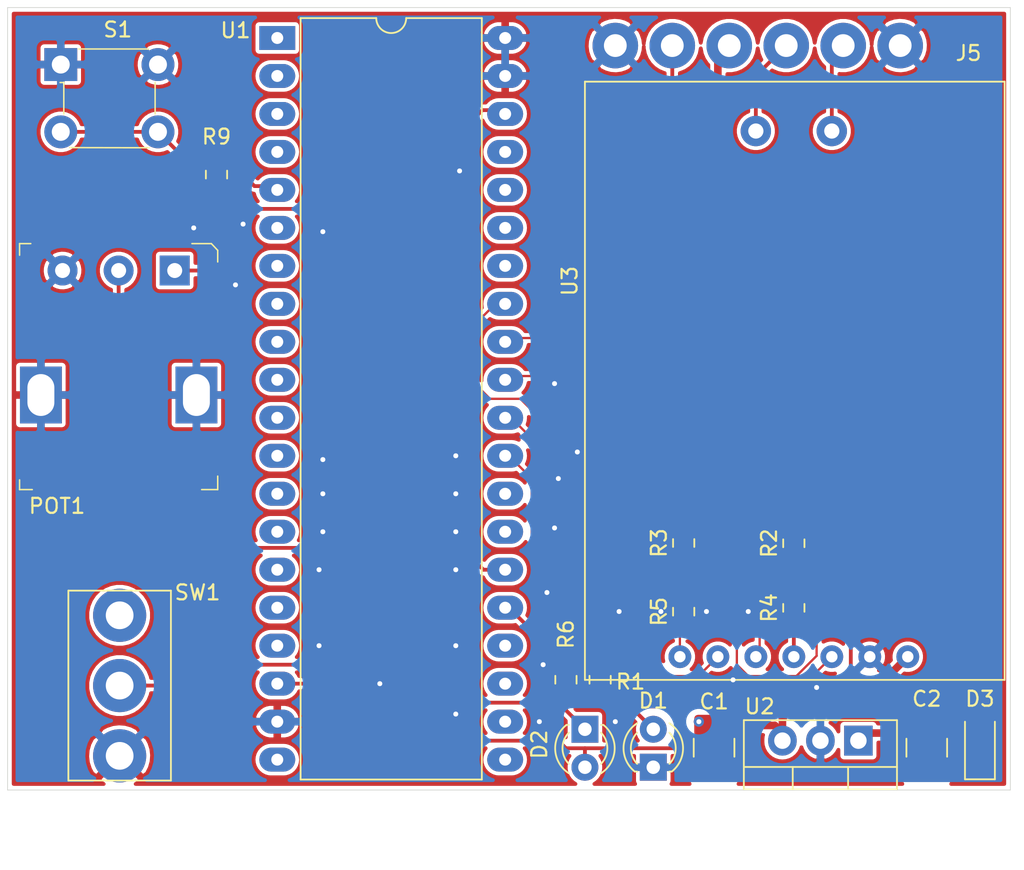
<source format=kicad_pcb>
(kicad_pcb (version 20171130) (host pcbnew "(5.1.4)-1")

  (general
    (thickness 1.6)
    (drawings 4)
    (tracks 160)
    (zones 0)
    (modules 19)
    (nets 21)
  )

  (page A4)
  (layers
    (0 F.Cu signal)
    (31 B.Cu signal)
    (32 B.Adhes user)
    (33 F.Adhes user)
    (34 B.Paste user)
    (35 F.Paste user)
    (36 B.SilkS user)
    (37 F.SilkS user)
    (38 B.Mask user)
    (39 F.Mask user)
    (40 Dwgs.User user)
    (41 Cmts.User user)
    (42 Eco1.User user)
    (43 Eco2.User user)
    (44 Edge.Cuts user)
    (45 Margin user)
    (46 B.CrtYd user)
    (47 F.CrtYd user)
    (48 B.Fab user)
    (49 F.Fab user)
  )

  (setup
    (last_trace_width 0.254)
    (user_trace_width 0.1524)
    (user_trace_width 0.254)
    (user_trace_width 0.508)
    (user_trace_width 0.762)
    (trace_clearance 0.1524)
    (zone_clearance 0.254)
    (zone_45_only no)
    (trace_min 0.1524)
    (via_size 0.6858)
    (via_drill 0.3302)
    (via_min_size 0.508)
    (via_min_drill 0.254)
    (user_via 0.6858 0.3302)
    (uvia_size 0.6858)
    (uvia_drill 0.3302)
    (uvias_allowed no)
    (uvia_min_size 0.508)
    (uvia_min_drill 0.254)
    (edge_width 0.05)
    (segment_width 0.2)
    (pcb_text_width 0.3)
    (pcb_text_size 1.5 1.5)
    (mod_edge_width 0.12)
    (mod_text_size 1 1)
    (mod_text_width 0.15)
    (pad_size 1.524 1.524)
    (pad_drill 0.762)
    (pad_to_mask_clearance 0.0508)
    (solder_mask_min_width 0.1016)
    (aux_axis_origin 0 0)
    (visible_elements 7FFFFFFF)
    (pcbplotparams
      (layerselection 0x010fc_ffffffff)
      (usegerberextensions false)
      (usegerberattributes false)
      (usegerberadvancedattributes false)
      (creategerberjobfile false)
      (excludeedgelayer true)
      (linewidth 0.100000)
      (plotframeref false)
      (viasonmask false)
      (mode 1)
      (useauxorigin false)
      (hpglpennumber 1)
      (hpglpenspeed 20)
      (hpglpendiameter 15.000000)
      (psnegative false)
      (psa4output false)
      (plotreference true)
      (plotvalue true)
      (plotinvisibletext false)
      (padsonsilk false)
      (subtractmaskfromsilk false)
      (outputformat 1)
      (mirror false)
      (drillshape 1)
      (scaleselection 1)
      (outputdirectory ""))
  )

  (net 0 "")
  (net 1 GND)
  (net 2 +5V)
  (net 3 "Net-(C2-Pad1)")
  (net 4 "Net-(D1-Pad2)")
  (net 5 +3V3)
  (net 6 "Net-(R1-Pad1)")
  (net 7 "Net-(J5-Pad2)")
  (net 8 "Net-(J5-Pad5)")
  (net 9 "Net-(J5-Pad4)")
  (net 10 "Net-(U1-Pad29)")
  (net 11 "Net-(U1-Pad30)")
  (net 12 "Net-(U1-Pad32)")
  (net 13 "Net-(R2-Pad1)")
  (net 14 "Net-(R3-Pad1)")
  (net 15 "Net-(R4-Pad1)")
  (net 16 "Net-(R5-Pad1)")
  (net 17 "Net-(D3-Pad2)")
  (net 18 "Net-(POT1-Pad2)")
  (net 19 "Net-(R9-Pad1)")
  (net 20 "Net-(D2-Pad1)")

  (net_class Default "This is the default net class."
    (clearance 0.1524)
    (trace_width 0.1524)
    (via_dia 0.6858)
    (via_drill 0.3302)
    (uvia_dia 0.6858)
    (uvia_drill 0.3302)
    (diff_pair_width 0.1524)
    (diff_pair_gap 0.1524)
    (add_net +3V3)
    (add_net +5V)
    (add_net GND)
    (add_net "Net-(C2-Pad1)")
    (add_net "Net-(D1-Pad2)")
    (add_net "Net-(D2-Pad1)")
    (add_net "Net-(D3-Pad2)")
    (add_net "Net-(J5-Pad2)")
    (add_net "Net-(J5-Pad4)")
    (add_net "Net-(J5-Pad5)")
    (add_net "Net-(POT1-Pad2)")
    (add_net "Net-(R1-Pad1)")
    (add_net "Net-(R2-Pad1)")
    (add_net "Net-(R3-Pad1)")
    (add_net "Net-(R4-Pad1)")
    (add_net "Net-(R5-Pad1)")
    (add_net "Net-(R9-Pad1)")
    (add_net "Net-(U1-Pad29)")
    (add_net "Net-(U1-Pad30)")
    (add_net "Net-(U1-Pad32)")
  )

  (net_class 10thou ""
    (clearance 0.1524)
    (trace_width 0.254)
    (via_dia 0.6858)
    (via_drill 0.3302)
    (uvia_dia 0.6858)
    (uvia_drill 0.3302)
    (diff_pair_width 0.1524)
    (diff_pair_gap 0.1524)
  )

  (net_class 20thou ""
    (clearance 0.1524)
    (trace_width 0.508)
    (via_dia 0.6858)
    (via_drill 0.3302)
    (uvia_dia 0.6858)
    (uvia_drill 0.3302)
    (diff_pair_width 0.1524)
    (diff_pair_gap 0.1524)
  )

  (net_class 30thou ""
    (clearance 0.1524)
    (trace_width 0.762)
    (via_dia 0.6858)
    (via_drill 0.3302)
    (uvia_dia 0.6858)
    (uvia_drill 0.3302)
    (diff_pair_width 0.1524)
    (diff_pair_gap 0.1524)
  )

  (module Diode_SMD:D_SOD-123F (layer F.Cu) (tedit 587F7769) (tstamp 5E9FAE5A)
    (at 112.268 158.626 90)
    (descr D_SOD-123F)
    (tags D_SOD-123F)
    (path /5EA41EFB)
    (attr smd)
    (fp_text reference D3 (at 3.178 0 180) (layer F.SilkS)
      (effects (font (size 1 1) (thickness 0.15)))
    )
    (fp_text value D_Schottky_Small_ALT (at 0 2.1 90) (layer F.Fab)
      (effects (font (size 1 1) (thickness 0.15)))
    )
    (fp_line (start -2.2 -1) (end 1.65 -1) (layer F.SilkS) (width 0.12))
    (fp_line (start -2.2 1) (end 1.65 1) (layer F.SilkS) (width 0.12))
    (fp_line (start -2.2 -1.15) (end -2.2 1.15) (layer F.CrtYd) (width 0.05))
    (fp_line (start 2.2 1.15) (end -2.2 1.15) (layer F.CrtYd) (width 0.05))
    (fp_line (start 2.2 -1.15) (end 2.2 1.15) (layer F.CrtYd) (width 0.05))
    (fp_line (start -2.2 -1.15) (end 2.2 -1.15) (layer F.CrtYd) (width 0.05))
    (fp_line (start -1.4 -0.9) (end 1.4 -0.9) (layer F.Fab) (width 0.1))
    (fp_line (start 1.4 -0.9) (end 1.4 0.9) (layer F.Fab) (width 0.1))
    (fp_line (start 1.4 0.9) (end -1.4 0.9) (layer F.Fab) (width 0.1))
    (fp_line (start -1.4 0.9) (end -1.4 -0.9) (layer F.Fab) (width 0.1))
    (fp_line (start -0.75 0) (end -0.35 0) (layer F.Fab) (width 0.1))
    (fp_line (start -0.35 0) (end -0.35 -0.55) (layer F.Fab) (width 0.1))
    (fp_line (start -0.35 0) (end -0.35 0.55) (layer F.Fab) (width 0.1))
    (fp_line (start -0.35 0) (end 0.25 -0.4) (layer F.Fab) (width 0.1))
    (fp_line (start 0.25 -0.4) (end 0.25 0.4) (layer F.Fab) (width 0.1))
    (fp_line (start 0.25 0.4) (end -0.35 0) (layer F.Fab) (width 0.1))
    (fp_line (start 0.25 0) (end 0.75 0) (layer F.Fab) (width 0.1))
    (fp_line (start -2.2 -1) (end -2.2 1) (layer F.SilkS) (width 0.12))
    (fp_text user %R (at 3.178 0) (layer F.Fab)
      (effects (font (size 1 1) (thickness 0.15)))
    )
    (pad 2 smd rect (at 1.4 0 90) (size 1.1 1.1) (layers F.Cu F.Paste F.Mask)
      (net 17 "Net-(D3-Pad2)"))
    (pad 1 smd rect (at -1.4 0 90) (size 1.1 1.1) (layers F.Cu F.Paste F.Mask)
      (net 3 "Net-(C2-Pad1)"))
    (model ${KISYS3DMOD}/Diode_SMD.3dshapes/D_SOD-123F.wrl
      (at (xyz 0 0 0))
      (scale (xyz 1 1 1))
      (rotate (xyz 0 0 0))
    )
  )

  (module digikey-footprints:Switch_Tactile_THT_6x6mm (layer F.Cu) (tedit 5AF34E1F) (tstamp 5E9FAF6F)
    (at 50.8 113.03)
    (descr http://www.te.com/commerce/DocumentDelivery/DDEController?Action=srchrtrv&DocNm=1825910&DocType=Customer+Drawing&DocLang=English)
    (path /5EA00ACD)
    (fp_text reference S1 (at 3.81 -2.3368) (layer F.SilkS)
      (effects (font (size 1 1) (thickness 0.15)))
    )
    (fp_text value 1825910-6 (at 3.6322 7.0866) (layer F.Fab)
      (effects (font (size 1 1) (thickness 0.15)))
    )
    (fp_line (start 0.25 -1) (end 6.25 -1) (layer F.Fab) (width 0.1))
    (fp_line (start 6.25 -1) (end 6.25 5.5) (layer F.Fab) (width 0.1))
    (fp_line (start 6.25 5.5) (end 0.25 5.5) (layer F.Fab) (width 0.1))
    (fp_line (start 0.25 -1) (end 0.25 5.5) (layer F.Fab) (width 0.1))
    (fp_text user %R (at 3.3782 2.286) (layer F.Fab)
      (effects (font (size 1 1) (thickness 0.15)))
    )
    (fp_line (start 7.85 -1.35) (end 7.85 5.85) (layer F.CrtYd) (width 0.05))
    (fp_line (start 7.85 5.85) (end -1.35 5.85) (layer F.CrtYd) (width 0.05))
    (fp_line (start 7.85 -1.35) (end -1.35 -1.35) (layer F.CrtYd) (width 0.05))
    (fp_line (start -1.35 -1.35) (end -1.35 5.85) (layer F.CrtYd) (width 0.05))
    (fp_line (start 1.2 -1.0414) (end 5.8674 -1.0414) (layer F.SilkS) (width 0.1))
    (fp_line (start 0.2032 1.1938) (end 0.2032 3.302) (layer F.SilkS) (width 0.1))
    (fp_line (start 6.3092 1.2048) (end 6.3092 3.3) (layer F.SilkS) (width 0.1))
    (fp_line (start 5.8928 5.5626) (end 0.6 5.5528) (layer F.SilkS) (width 0.1))
    (fp_line (start 0.2032 1.2004) (end -0.0468 1.2004) (layer F.SilkS) (width 0.1))
    (pad 3 thru_hole circle (at 0 4.5) (size 2.2 2.2) (drill 1.2) (layers *.Cu *.Mask)
      (net 19 "Net-(R9-Pad1)"))
    (pad 4 thru_hole circle (at 6.5 4.5) (size 2.2 2.2) (drill 1.2) (layers *.Cu *.Mask)
      (net 19 "Net-(R9-Pad1)"))
    (pad 2 thru_hole circle (at 6.5 0) (size 2.2 2.2) (drill 1.2) (layers *.Cu *.Mask)
      (net 1 GND))
    (pad 1 thru_hole rect (at 0 0) (size 2.2 2.2) (drill 1.2) (layers *.Cu *.Mask)
      (net 1 GND))
  )

  (module Resistor_SMD:R_0805_2012Metric_Pad1.15x1.40mm_HandSolder (layer F.Cu) (tedit 5B36C52B) (tstamp 5E9FAF39)
    (at 84.582001 154.169002 270)
    (descr "Resistor SMD 0805 (2012 Metric), square (rectangular) end terminal, IPC_7351 nominal with elongated pad for handsoldering. (Body size source: https://docs.google.com/spreadsheets/d/1BsfQQcO9C6DZCsRaXUlFlo91Tg2WpOkGARC1WS5S8t0/edit?usp=sharing), generated with kicad-footprint-generator")
    (tags "resistor handsolder")
    (path /5EA36B1C)
    (attr smd)
    (fp_text reference R6 (at -3.039002 0.000001 90) (layer F.SilkS)
      (effects (font (size 1 1) (thickness 0.15)))
    )
    (fp_text value 220 (at 0 1.65 90) (layer F.Fab)
      (effects (font (size 1 1) (thickness 0.15)))
    )
    (fp_text user %R (at 0 0 90) (layer F.Fab)
      (effects (font (size 0.5 0.5) (thickness 0.08)))
    )
    (fp_line (start 1.85 0.95) (end -1.85 0.95) (layer F.CrtYd) (width 0.05))
    (fp_line (start 1.85 -0.95) (end 1.85 0.95) (layer F.CrtYd) (width 0.05))
    (fp_line (start -1.85 -0.95) (end 1.85 -0.95) (layer F.CrtYd) (width 0.05))
    (fp_line (start -1.85 0.95) (end -1.85 -0.95) (layer F.CrtYd) (width 0.05))
    (fp_line (start -0.261252 0.71) (end 0.261252 0.71) (layer F.SilkS) (width 0.12))
    (fp_line (start -0.261252 -0.71) (end 0.261252 -0.71) (layer F.SilkS) (width 0.12))
    (fp_line (start 1 0.6) (end -1 0.6) (layer F.Fab) (width 0.1))
    (fp_line (start 1 -0.6) (end 1 0.6) (layer F.Fab) (width 0.1))
    (fp_line (start -1 -0.6) (end 1 -0.6) (layer F.Fab) (width 0.1))
    (fp_line (start -1 0.6) (end -1 -0.6) (layer F.Fab) (width 0.1))
    (pad 2 smd roundrect (at 1.025 0 270) (size 1.15 1.4) (layers F.Cu F.Paste F.Mask) (roundrect_rratio 0.217391)
      (net 20 "Net-(D2-Pad1)"))
    (pad 1 smd roundrect (at -1.025 0 270) (size 1.15 1.4) (layers F.Cu F.Paste F.Mask) (roundrect_rratio 0.217391)
      (net 1 GND))
    (model ${KISYS3DMOD}/Resistor_SMD.3dshapes/R_0805_2012Metric.wrl
      (at (xyz 0 0 0))
      (scale (xyz 1 1 1))
      (rotate (xyz 0 0 0))
    )
  )

  (module digikey-footprints:Potentiometer_P120PK-Y25BR10K (layer F.Cu) (tedit 59FCB251) (tstamp 5E9FAE88)
    (at 58.42 126.803 180)
    (path /5E9FFABA)
    (fp_text reference POT1 (at 7.874 -15.748) (layer F.SilkS)
      (effects (font (size 1 1) (thickness 0.15)))
    )
    (fp_text value P120PK-Y25BR10K (at 3.625 2.8) (layer F.Fab)
      (effects (font (size 1 1) (thickness 0.15)))
    )
    (fp_line (start -2.75 -14.525) (end 10.25 -14.525) (layer F.Fab) (width 0.1))
    (fp_line (start 10.25 -14.525) (end 10.25 1.675) (layer F.Fab) (width 0.1))
    (fp_line (start -2.75 1.275) (end -2.375 1.675) (layer F.Fab) (width 0.1))
    (fp_line (start -2.375 1.675) (end 10.25 1.675) (layer F.Fab) (width 0.1))
    (fp_line (start -2.75 1.275) (end -2.75 -14.525) (layer F.Fab) (width 0.1))
    (fp_line (start 10.375 -14.65) (end 10.375 -14) (layer F.SilkS) (width 0.1))
    (fp_line (start 9.525 -14.65) (end 10.375 -14.65) (layer F.SilkS) (width 0.1))
    (fp_line (start 10.375 1.8) (end 9.625 1.8) (layer F.SilkS) (width 0.1))
    (fp_line (start 10.375 1.025) (end 10.375 1.8) (layer F.SilkS) (width 0.1))
    (fp_line (start -2.875 -14.65) (end -2.875 -13.75) (layer F.SilkS) (width 0.1))
    (fp_line (start -1.8 -14.65) (end -2.875 -14.65) (layer F.SilkS) (width 0.1))
    (fp_line (start -2.45 1.8) (end -1.15 1.8) (layer F.SilkS) (width 0.1))
    (fp_line (start -2.875 1.35) (end -2.45 1.8) (layer F.SilkS) (width 0.1))
    (fp_line (start -2.875 0.575) (end -2.875 1.35) (layer F.SilkS) (width 0.1))
    (fp_text user %R (at 4.05 -6.65) (layer F.Fab)
      (effects (font (size 1 1) (thickness 0.15)))
    )
    (fp_line (start -3.1 -14.825) (end 10.6 -14.825) (layer F.CrtYd) (width 0.05))
    (fp_line (start 10.6 -14.825) (end 10.6 1.975) (layer F.CrtYd) (width 0.05))
    (fp_line (start 10.6 1.975) (end -3.1 1.975) (layer F.CrtYd) (width 0.05))
    (fp_line (start -3.1 1.975) (end -3.1 -14.825) (layer F.CrtYd) (width 0.05))
    (pad 4 thru_hole rect (at 8.95 -8.325 180) (size 2.8 3.8) (drill oval 1.8 2.8) (layers *.Cu *.Mask)
      (net 1 GND))
    (pad 4 thru_hole rect (at -1.45 -8.325 180) (size 2.8 3.8) (drill oval 1.8 2.8) (layers *.Cu *.Mask)
      (net 1 GND))
    (pad 3 thru_hole circle (at 7.5 0 180) (size 2 2) (drill 1) (layers *.Cu *.Mask)
      (net 1 GND))
    (pad 2 thru_hole circle (at 3.75 0 180) (size 2 2) (drill 1) (layers *.Cu *.Mask)
      (net 18 "Net-(POT1-Pad2)"))
    (pad 1 thru_hole rect (at 0 0 180) (size 2 2) (drill 1) (layers *.Cu *.Mask)
      (net 5 +3V3))
  )

  (module LED_THT:LED_D3.0mm (layer F.Cu) (tedit 587A3A7B) (tstamp 5E9FAE41)
    (at 85.852 157.48 270)
    (descr "LED, diameter 3.0mm, 2 pins")
    (tags "LED diameter 3.0mm 2 pins")
    (path /5EA36B0F)
    (fp_text reference D2 (at 1.016 3.048 270) (layer F.SilkS)
      (effects (font (size 1 1) (thickness 0.15)))
    )
    (fp_text value PWR_LED (at 1.27 2.96 90) (layer F.Fab)
      (effects (font (size 1 1) (thickness 0.15)))
    )
    (fp_line (start 3.7 -2.25) (end -1.15 -2.25) (layer F.CrtYd) (width 0.05))
    (fp_line (start 3.7 2.25) (end 3.7 -2.25) (layer F.CrtYd) (width 0.05))
    (fp_line (start -1.15 2.25) (end 3.7 2.25) (layer F.CrtYd) (width 0.05))
    (fp_line (start -1.15 -2.25) (end -1.15 2.25) (layer F.CrtYd) (width 0.05))
    (fp_line (start -0.29 1.08) (end -0.29 1.236) (layer F.SilkS) (width 0.12))
    (fp_line (start -0.29 -1.236) (end -0.29 -1.08) (layer F.SilkS) (width 0.12))
    (fp_line (start -0.23 -1.16619) (end -0.23 1.16619) (layer F.Fab) (width 0.1))
    (fp_circle (center 1.27 0) (end 2.77 0) (layer F.Fab) (width 0.1))
    (fp_arc (start 1.27 0) (end 0.229039 1.08) (angle -87.9) (layer F.SilkS) (width 0.12))
    (fp_arc (start 1.27 0) (end 0.229039 -1.08) (angle 87.9) (layer F.SilkS) (width 0.12))
    (fp_arc (start 1.27 0) (end -0.29 1.235516) (angle -108.8) (layer F.SilkS) (width 0.12))
    (fp_arc (start 1.27 0) (end -0.29 -1.235516) (angle 108.8) (layer F.SilkS) (width 0.12))
    (fp_arc (start 1.27 0) (end -0.23 -1.16619) (angle 284.3) (layer F.Fab) (width 0.1))
    (pad 2 thru_hole circle (at 2.54 0 270) (size 1.8 1.8) (drill 0.9) (layers *.Cu *.Mask)
      (net 2 +5V))
    (pad 1 thru_hole rect (at 0 0 270) (size 1.8 1.8) (drill 0.9) (layers *.Cu *.Mask)
      (net 20 "Net-(D2-Pad1)"))
    (model ${KISYS3DMOD}/LED_THT.3dshapes/LED_D3.0mm.wrl
      (at (xyz 0 0 0))
      (scale (xyz 1 1 1))
      (rotate (xyz 0 0 0))
    )
  )

  (module Resistor_SMD:R_0805_2012Metric_Pad1.15x1.40mm_HandSolder (layer F.Cu) (tedit 5B36C52B) (tstamp 5E59A555)
    (at 61.214 120.387 270)
    (descr "Resistor SMD 0805 (2012 Metric), square (rectangular) end terminal, IPC_7351 nominal with elongated pad for handsoldering. (Body size source: https://docs.google.com/spreadsheets/d/1BsfQQcO9C6DZCsRaXUlFlo91Tg2WpOkGARC1WS5S8t0/edit?usp=sharing), generated with kicad-footprint-generator")
    (tags "resistor handsolder")
    (path /5E59C98B)
    (attr smd)
    (fp_text reference R9 (at -2.531 0 180) (layer F.SilkS)
      (effects (font (size 1 1) (thickness 0.15)))
    )
    (fp_text value 1k (at 0.009 -1.778 180) (layer F.Fab)
      (effects (font (size 1 1) (thickness 0.15)))
    )
    (fp_text user %R (at -2.531 0 180) (layer F.Fab)
      (effects (font (size 0.5 0.5) (thickness 0.08)))
    )
    (fp_line (start 1.85 0.95) (end -1.85 0.95) (layer F.CrtYd) (width 0.05))
    (fp_line (start 1.85 -0.95) (end 1.85 0.95) (layer F.CrtYd) (width 0.05))
    (fp_line (start -1.85 -0.95) (end 1.85 -0.95) (layer F.CrtYd) (width 0.05))
    (fp_line (start -1.85 0.95) (end -1.85 -0.95) (layer F.CrtYd) (width 0.05))
    (fp_line (start -0.261252 0.71) (end 0.261252 0.71) (layer F.SilkS) (width 0.12))
    (fp_line (start -0.261252 -0.71) (end 0.261252 -0.71) (layer F.SilkS) (width 0.12))
    (fp_line (start 1 0.6) (end -1 0.6) (layer F.Fab) (width 0.1))
    (fp_line (start 1 -0.6) (end 1 0.6) (layer F.Fab) (width 0.1))
    (fp_line (start -1 -0.6) (end 1 -0.6) (layer F.Fab) (width 0.1))
    (fp_line (start -1 0.6) (end -1 -0.6) (layer F.Fab) (width 0.1))
    (pad 2 smd roundrect (at 1.025 0 270) (size 1.15 1.4) (layers F.Cu F.Paste F.Mask) (roundrect_rratio 0.217391)
      (net 5 +3V3))
    (pad 1 smd roundrect (at -1.025 0 270) (size 1.15 1.4) (layers F.Cu F.Paste F.Mask) (roundrect_rratio 0.217391)
      (net 19 "Net-(R9-Pad1)"))
    (model ${KISYS3DMOD}/Resistor_SMD.3dshapes/R_0805_2012Metric.wrl
      (at (xyz 0 0 0))
      (scale (xyz 1 1 1))
      (rotate (xyz 0 0 0))
    )
  )

  (module Resistor_SMD:R_0805_2012Metric_Pad1.15x1.40mm_HandSolder (layer F.Cu) (tedit 5B36C52B) (tstamp 5E586640)
    (at 92.455999 149.614999 90)
    (descr "Resistor SMD 0805 (2012 Metric), square (rectangular) end terminal, IPC_7351 nominal with elongated pad for handsoldering. (Body size source: https://docs.google.com/spreadsheets/d/1BsfQQcO9C6DZCsRaXUlFlo91Tg2WpOkGARC1WS5S8t0/edit?usp=sharing), generated with kicad-footprint-generator")
    (tags "resistor handsolder")
    (path /5E586711)
    (attr smd)
    (fp_text reference R5 (at 0 -1.65 90) (layer F.SilkS)
      (effects (font (size 1 1) (thickness 0.15)))
    )
    (fp_text value 1k (at 0 1.65 90) (layer F.Fab)
      (effects (font (size 1 1) (thickness 0.15)))
    )
    (fp_text user %R (at 0 0 90) (layer F.Fab)
      (effects (font (size 0.5 0.5) (thickness 0.08)))
    )
    (fp_line (start 1.85 0.95) (end -1.85 0.95) (layer F.CrtYd) (width 0.05))
    (fp_line (start 1.85 -0.95) (end 1.85 0.95) (layer F.CrtYd) (width 0.05))
    (fp_line (start -1.85 -0.95) (end 1.85 -0.95) (layer F.CrtYd) (width 0.05))
    (fp_line (start -1.85 0.95) (end -1.85 -0.95) (layer F.CrtYd) (width 0.05))
    (fp_line (start -0.261252 0.71) (end 0.261252 0.71) (layer F.SilkS) (width 0.12))
    (fp_line (start -0.261252 -0.71) (end 0.261252 -0.71) (layer F.SilkS) (width 0.12))
    (fp_line (start 1 0.6) (end -1 0.6) (layer F.Fab) (width 0.1))
    (fp_line (start 1 -0.6) (end 1 0.6) (layer F.Fab) (width 0.1))
    (fp_line (start -1 -0.6) (end 1 -0.6) (layer F.Fab) (width 0.1))
    (fp_line (start -1 0.6) (end -1 -0.6) (layer F.Fab) (width 0.1))
    (pad 2 smd roundrect (at 1.025 0 90) (size 1.15 1.4) (layers F.Cu F.Paste F.Mask) (roundrect_rratio 0.217391)
      (net 14 "Net-(R3-Pad1)"))
    (pad 1 smd roundrect (at -1.025 0 90) (size 1.15 1.4) (layers F.Cu F.Paste F.Mask) (roundrect_rratio 0.217391)
      (net 16 "Net-(R5-Pad1)"))
    (model ${KISYS3DMOD}/Resistor_SMD.3dshapes/R_0805_2012Metric.wrl
      (at (xyz 0 0 0))
      (scale (xyz 1 1 1))
      (rotate (xyz 0 0 0))
    )
  )

  (module Resistor_SMD:R_0805_2012Metric_Pad1.15x1.40mm_HandSolder (layer F.Cu) (tedit 5B36C52B) (tstamp 5E58662F)
    (at 99.821999 149.360999 90)
    (descr "Resistor SMD 0805 (2012 Metric), square (rectangular) end terminal, IPC_7351 nominal with elongated pad for handsoldering. (Body size source: https://docs.google.com/spreadsheets/d/1BsfQQcO9C6DZCsRaXUlFlo91Tg2WpOkGARC1WS5S8t0/edit?usp=sharing), generated with kicad-footprint-generator")
    (tags "resistor handsolder")
    (path /5E5856BE)
    (attr smd)
    (fp_text reference R4 (at 0 -1.65 90) (layer F.SilkS)
      (effects (font (size 1 1) (thickness 0.15)))
    )
    (fp_text value 1k (at 0 1.65 90) (layer F.Fab)
      (effects (font (size 1 1) (thickness 0.15)))
    )
    (fp_text user %R (at 0 0 90) (layer F.Fab)
      (effects (font (size 0.5 0.5) (thickness 0.08)))
    )
    (fp_line (start 1.85 0.95) (end -1.85 0.95) (layer F.CrtYd) (width 0.05))
    (fp_line (start 1.85 -0.95) (end 1.85 0.95) (layer F.CrtYd) (width 0.05))
    (fp_line (start -1.85 -0.95) (end 1.85 -0.95) (layer F.CrtYd) (width 0.05))
    (fp_line (start -1.85 0.95) (end -1.85 -0.95) (layer F.CrtYd) (width 0.05))
    (fp_line (start -0.261252 0.71) (end 0.261252 0.71) (layer F.SilkS) (width 0.12))
    (fp_line (start -0.261252 -0.71) (end 0.261252 -0.71) (layer F.SilkS) (width 0.12))
    (fp_line (start 1 0.6) (end -1 0.6) (layer F.Fab) (width 0.1))
    (fp_line (start 1 -0.6) (end 1 0.6) (layer F.Fab) (width 0.1))
    (fp_line (start -1 -0.6) (end 1 -0.6) (layer F.Fab) (width 0.1))
    (fp_line (start -1 0.6) (end -1 -0.6) (layer F.Fab) (width 0.1))
    (pad 2 smd roundrect (at 1.025 0 90) (size 1.15 1.4) (layers F.Cu F.Paste F.Mask) (roundrect_rratio 0.217391)
      (net 13 "Net-(R2-Pad1)"))
    (pad 1 smd roundrect (at -1.025 0 90) (size 1.15 1.4) (layers F.Cu F.Paste F.Mask) (roundrect_rratio 0.217391)
      (net 15 "Net-(R4-Pad1)"))
    (model ${KISYS3DMOD}/Resistor_SMD.3dshapes/R_0805_2012Metric.wrl
      (at (xyz 0 0 0))
      (scale (xyz 1 1 1))
      (rotate (xyz 0 0 0))
    )
  )

  (module Resistor_SMD:R_0805_2012Metric_Pad1.15x1.40mm_HandSolder (layer F.Cu) (tedit 5B36C52B) (tstamp 5E58661E)
    (at 92.456001 145.025001 90)
    (descr "Resistor SMD 0805 (2012 Metric), square (rectangular) end terminal, IPC_7351 nominal with elongated pad for handsoldering. (Body size source: https://docs.google.com/spreadsheets/d/1BsfQQcO9C6DZCsRaXUlFlo91Tg2WpOkGARC1WS5S8t0/edit?usp=sharing), generated with kicad-footprint-generator")
    (tags "resistor handsolder")
    (path /5E58789B)
    (attr smd)
    (fp_text reference R3 (at 0 -1.65 90) (layer F.SilkS)
      (effects (font (size 1 1) (thickness 0.15)))
    )
    (fp_text value 1.5k (at 0 1.65 90) (layer F.Fab)
      (effects (font (size 1 1) (thickness 0.15)))
    )
    (fp_text user %R (at 0 0 90) (layer F.Fab)
      (effects (font (size 0.5 0.5) (thickness 0.08)))
    )
    (fp_line (start 1.85 0.95) (end -1.85 0.95) (layer F.CrtYd) (width 0.05))
    (fp_line (start 1.85 -0.95) (end 1.85 0.95) (layer F.CrtYd) (width 0.05))
    (fp_line (start -1.85 -0.95) (end 1.85 -0.95) (layer F.CrtYd) (width 0.05))
    (fp_line (start -1.85 0.95) (end -1.85 -0.95) (layer F.CrtYd) (width 0.05))
    (fp_line (start -0.261252 0.71) (end 0.261252 0.71) (layer F.SilkS) (width 0.12))
    (fp_line (start -0.261252 -0.71) (end 0.261252 -0.71) (layer F.SilkS) (width 0.12))
    (fp_line (start 1 0.6) (end -1 0.6) (layer F.Fab) (width 0.1))
    (fp_line (start 1 -0.6) (end 1 0.6) (layer F.Fab) (width 0.1))
    (fp_line (start -1 -0.6) (end 1 -0.6) (layer F.Fab) (width 0.1))
    (fp_line (start -1 0.6) (end -1 -0.6) (layer F.Fab) (width 0.1))
    (pad 2 smd roundrect (at 1.025 0 90) (size 1.15 1.4) (layers F.Cu F.Paste F.Mask) (roundrect_rratio 0.217391)
      (net 1 GND))
    (pad 1 smd roundrect (at -1.025 0 90) (size 1.15 1.4) (layers F.Cu F.Paste F.Mask) (roundrect_rratio 0.217391)
      (net 14 "Net-(R3-Pad1)"))
    (model ${KISYS3DMOD}/Resistor_SMD.3dshapes/R_0805_2012Metric.wrl
      (at (xyz 0 0 0))
      (scale (xyz 1 1 1))
      (rotate (xyz 0 0 0))
    )
  )

  (module Resistor_SMD:R_0805_2012Metric_Pad1.15x1.40mm_HandSolder (layer F.Cu) (tedit 5B36C52B) (tstamp 5E58660D)
    (at 99.821999 145.042999 90)
    (descr "Resistor SMD 0805 (2012 Metric), square (rectangular) end terminal, IPC_7351 nominal with elongated pad for handsoldering. (Body size source: https://docs.google.com/spreadsheets/d/1BsfQQcO9C6DZCsRaXUlFlo91Tg2WpOkGARC1WS5S8t0/edit?usp=sharing), generated with kicad-footprint-generator")
    (tags "resistor handsolder")
    (path /5E587013)
    (attr smd)
    (fp_text reference R2 (at 0 -1.65 90) (layer F.SilkS)
      (effects (font (size 1 1) (thickness 0.15)))
    )
    (fp_text value 1.5k (at 0 1.65 90) (layer F.Fab)
      (effects (font (size 1 1) (thickness 0.15)))
    )
    (fp_text user %R (at 0 0 90) (layer F.Fab)
      (effects (font (size 0.5 0.5) (thickness 0.08)))
    )
    (fp_line (start 1.85 0.95) (end -1.85 0.95) (layer F.CrtYd) (width 0.05))
    (fp_line (start 1.85 -0.95) (end 1.85 0.95) (layer F.CrtYd) (width 0.05))
    (fp_line (start -1.85 -0.95) (end 1.85 -0.95) (layer F.CrtYd) (width 0.05))
    (fp_line (start -1.85 0.95) (end -1.85 -0.95) (layer F.CrtYd) (width 0.05))
    (fp_line (start -0.261252 0.71) (end 0.261252 0.71) (layer F.SilkS) (width 0.12))
    (fp_line (start -0.261252 -0.71) (end 0.261252 -0.71) (layer F.SilkS) (width 0.12))
    (fp_line (start 1 0.6) (end -1 0.6) (layer F.Fab) (width 0.1))
    (fp_line (start 1 -0.6) (end 1 0.6) (layer F.Fab) (width 0.1))
    (fp_line (start -1 -0.6) (end 1 -0.6) (layer F.Fab) (width 0.1))
    (fp_line (start -1 0.6) (end -1 -0.6) (layer F.Fab) (width 0.1))
    (pad 2 smd roundrect (at 1.025 0 90) (size 1.15 1.4) (layers F.Cu F.Paste F.Mask) (roundrect_rratio 0.217391)
      (net 1 GND))
    (pad 1 smd roundrect (at -1.025 0 90) (size 1.15 1.4) (layers F.Cu F.Paste F.Mask) (roundrect_rratio 0.217391)
      (net 13 "Net-(R2-Pad1)"))
    (model ${KISYS3DMOD}/Resistor_SMD.3dshapes/R_0805_2012Metric.wrl
      (at (xyz 0 0 0))
      (scale (xyz 1 1 1))
      (rotate (xyz 0 0 0))
    )
  )

  (module Package_DIP:DIP-40_W15.24mm_LongPads (layer F.Cu) (tedit 5A02E8C5) (tstamp 5E3E96C4)
    (at 65.278 111.252)
    (descr "40-lead though-hole mounted DIP package, row spacing 15.24 mm (600 mils), LongPads")
    (tags "THT DIP DIL PDIP 2.54mm 15.24mm 600mil LongPads")
    (path /5E3CAAD2)
    (fp_text reference U1 (at -2.794 -0.508) (layer F.SilkS)
      (effects (font (size 1 1) (thickness 0.15)))
    )
    (fp_text value BluePill (at 17.526 1.27 90) (layer F.Fab)
      (effects (font (size 1 1) (thickness 0.15)))
    )
    (fp_text user %R (at -2.794 -0.508) (layer F.Fab)
      (effects (font (size 1 1) (thickness 0.15)))
    )
    (fp_line (start 16.7 -1.55) (end -1.5 -1.55) (layer F.CrtYd) (width 0.05))
    (fp_line (start 16.7 49.8) (end 16.7 -1.55) (layer F.CrtYd) (width 0.05))
    (fp_line (start -1.5 49.8) (end 16.7 49.8) (layer F.CrtYd) (width 0.05))
    (fp_line (start -1.5 -1.55) (end -1.5 49.8) (layer F.CrtYd) (width 0.05))
    (fp_line (start 13.68 -1.33) (end 8.62 -1.33) (layer F.SilkS) (width 0.12))
    (fp_line (start 13.68 49.59) (end 13.68 -1.33) (layer F.SilkS) (width 0.12))
    (fp_line (start 1.56 49.59) (end 13.68 49.59) (layer F.SilkS) (width 0.12))
    (fp_line (start 1.56 -1.33) (end 1.56 49.59) (layer F.SilkS) (width 0.12))
    (fp_line (start 6.62 -1.33) (end 1.56 -1.33) (layer F.SilkS) (width 0.12))
    (fp_line (start 0.255 -0.27) (end 1.255 -1.27) (layer F.Fab) (width 0.1))
    (fp_line (start 0.255 49.53) (end 0.255 -0.27) (layer F.Fab) (width 0.1))
    (fp_line (start 14.985 49.53) (end 0.255 49.53) (layer F.Fab) (width 0.1))
    (fp_line (start 14.985 -1.27) (end 14.985 49.53) (layer F.Fab) (width 0.1))
    (fp_line (start 1.255 -1.27) (end 14.985 -1.27) (layer F.Fab) (width 0.1))
    (fp_arc (start 7.62 -1.33) (end 6.62 -1.33) (angle -180) (layer F.SilkS) (width 0.12))
    (pad 40 thru_hole oval (at 15.24 0) (size 2.4 1.6) (drill 0.8) (layers *.Cu *.Mask)
      (net 1 GND))
    (pad 20 thru_hole oval (at 0 48.26) (size 2.4 1.6) (drill 0.8) (layers *.Cu *.Mask))
    (pad 39 thru_hole oval (at 15.24 2.54) (size 2.4 1.6) (drill 0.8) (layers *.Cu *.Mask)
      (net 1 GND))
    (pad 19 thru_hole oval (at 0 45.72) (size 2.4 1.6) (drill 0.8) (layers *.Cu *.Mask)
      (net 1 GND))
    (pad 38 thru_hole oval (at 15.24 5.08) (size 2.4 1.6) (drill 0.8) (layers *.Cu *.Mask)
      (net 5 +3V3))
    (pad 18 thru_hole oval (at 0 43.18) (size 2.4 1.6) (drill 0.8) (layers *.Cu *.Mask)
      (net 2 +5V))
    (pad 37 thru_hole oval (at 15.24 7.62) (size 2.4 1.6) (drill 0.8) (layers *.Cu *.Mask))
    (pad 17 thru_hole oval (at 0 40.64) (size 2.4 1.6) (drill 0.8) (layers *.Cu *.Mask))
    (pad 36 thru_hole oval (at 15.24 10.16) (size 2.4 1.6) (drill 0.8) (layers *.Cu *.Mask))
    (pad 16 thru_hole oval (at 0 38.1) (size 2.4 1.6) (drill 0.8) (layers *.Cu *.Mask))
    (pad 35 thru_hole oval (at 15.24 12.7) (size 2.4 1.6) (drill 0.8) (layers *.Cu *.Mask))
    (pad 15 thru_hole oval (at 0 35.56) (size 2.4 1.6) (drill 0.8) (layers *.Cu *.Mask))
    (pad 34 thru_hole oval (at 15.24 15.24) (size 2.4 1.6) (drill 0.8) (layers *.Cu *.Mask))
    (pad 14 thru_hole oval (at 0 33.02) (size 2.4 1.6) (drill 0.8) (layers *.Cu *.Mask))
    (pad 33 thru_hole oval (at 15.24 17.78) (size 2.4 1.6) (drill 0.8) (layers *.Cu *.Mask)
      (net 14 "Net-(R3-Pad1)"))
    (pad 13 thru_hole oval (at 0 30.48) (size 2.4 1.6) (drill 0.8) (layers *.Cu *.Mask))
    (pad 32 thru_hole oval (at 15.24 20.32) (size 2.4 1.6) (drill 0.8) (layers *.Cu *.Mask)
      (net 12 "Net-(U1-Pad32)"))
    (pad 12 thru_hole oval (at 0 27.94) (size 2.4 1.6) (drill 0.8) (layers *.Cu *.Mask))
    (pad 31 thru_hole oval (at 15.24 22.86) (size 2.4 1.6) (drill 0.8) (layers *.Cu *.Mask)
      (net 13 "Net-(R2-Pad1)"))
    (pad 11 thru_hole oval (at 0 25.4) (size 2.4 1.6) (drill 0.8) (layers *.Cu *.Mask))
    (pad 30 thru_hole oval (at 15.24 25.4) (size 2.4 1.6) (drill 0.8) (layers *.Cu *.Mask)
      (net 11 "Net-(U1-Pad30)"))
    (pad 10 thru_hole oval (at 0 22.86) (size 2.4 1.6) (drill 0.8) (layers *.Cu *.Mask))
    (pad 29 thru_hole oval (at 15.24 27.94) (size 2.4 1.6) (drill 0.8) (layers *.Cu *.Mask)
      (net 10 "Net-(U1-Pad29)"))
    (pad 9 thru_hole oval (at 0 20.32) (size 2.4 1.6) (drill 0.8) (layers *.Cu *.Mask))
    (pad 28 thru_hole oval (at 15.24 30.48) (size 2.4 1.6) (drill 0.8) (layers *.Cu *.Mask))
    (pad 8 thru_hole oval (at 0 17.78) (size 2.4 1.6) (drill 0.8) (layers *.Cu *.Mask))
    (pad 27 thru_hole oval (at 15.24 33.02) (size 2.4 1.6) (drill 0.8) (layers *.Cu *.Mask))
    (pad 7 thru_hole oval (at 0 15.24) (size 2.4 1.6) (drill 0.8) (layers *.Cu *.Mask))
    (pad 26 thru_hole oval (at 15.24 35.56) (size 2.4 1.6) (drill 0.8) (layers *.Cu *.Mask)
      (net 18 "Net-(POT1-Pad2)"))
    (pad 6 thru_hole oval (at 0 12.7) (size 2.4 1.6) (drill 0.8) (layers *.Cu *.Mask))
    (pad 25 thru_hole oval (at 15.24 38.1) (size 2.4 1.6) (drill 0.8) (layers *.Cu *.Mask)
      (net 6 "Net-(R1-Pad1)"))
    (pad 5 thru_hole oval (at 0 10.16) (size 2.4 1.6) (drill 0.8) (layers *.Cu *.Mask)
      (net 19 "Net-(R9-Pad1)"))
    (pad 24 thru_hole oval (at 15.24 40.64) (size 2.4 1.6) (drill 0.8) (layers *.Cu *.Mask))
    (pad 4 thru_hole oval (at 0 7.62) (size 2.4 1.6) (drill 0.8) (layers *.Cu *.Mask))
    (pad 23 thru_hole oval (at 15.24 43.18) (size 2.4 1.6) (drill 0.8) (layers *.Cu *.Mask))
    (pad 3 thru_hole oval (at 0 5.08) (size 2.4 1.6) (drill 0.8) (layers *.Cu *.Mask))
    (pad 22 thru_hole oval (at 15.24 45.72) (size 2.4 1.6) (drill 0.8) (layers *.Cu *.Mask))
    (pad 2 thru_hole oval (at 0 2.54) (size 2.4 1.6) (drill 0.8) (layers *.Cu *.Mask))
    (pad 21 thru_hole oval (at 15.24 48.26) (size 2.4 1.6) (drill 0.8) (layers *.Cu *.Mask))
    (pad 1 thru_hole rect (at 0 0) (size 2.4 1.6) (drill 0.8) (layers *.Cu *.Mask))
    (model ${KISYS3DMOD}/Package_DIP.3dshapes/DIP-40_W15.24mm.wrl
      (at (xyz 0 0 0))
      (scale (xyz 1 1 1))
      (rotate (xyz 0 0 0))
    )
  )

  (module Local_Wire_PCB:Wires_to_PCB_1x6 (layer F.Cu) (tedit 5E3DF9CF) (tstamp 5E41BD15)
    (at 87.884 111.76 90)
    (path /5E3E2F66)
    (fp_text reference J5 (at -0.508 23.622) (layer F.SilkS)
      (effects (font (size 1 1) (thickness 0.15)))
    )
    (fp_text value PCAN (at 1.016 24.13) (layer F.Fab)
      (effects (font (size 1 1) (thickness 0.15)))
    )
    (pad 6 thru_hole circle (at 0 19.05 180) (size 3.048 3.048) (drill 1.524) (layers *.Cu *.Mask)
      (net 1 GND))
    (pad 5 thru_hole circle (at 0 15.24 90) (size 3.048 3.048) (drill 1.524) (layers *.Cu *.Mask)
      (net 8 "Net-(J5-Pad5)"))
    (pad 4 thru_hole circle (at 0 11.43 90) (size 3.048 3.048) (drill 1.524) (layers *.Cu *.Mask)
      (net 9 "Net-(J5-Pad4)"))
    (pad 3 thru_hole circle (at 0 7.62 90) (size 3.048 3.048) (drill 1.524) (layers *.Cu *.Mask)
      (net 17 "Net-(D3-Pad2)"))
    (pad 2 thru_hole circle (at 0 3.81 90) (size 3.048 3.048) (drill 1.524) (layers *.Cu *.Mask)
      (net 7 "Net-(J5-Pad2)"))
    (pad 1 thru_hole circle (at 0 0 90) (size 3.048 3.048) (drill 1.524) (layers *.Cu *.Mask)
      (net 1 GND))
  )

  (module Capacitor_SMD:C_1210_3225Metric_Pad1.42x2.65mm_HandSolder (layer F.Cu) (tedit 5B301BBE) (tstamp 5E41B304)
    (at 94.488 158.7135 270)
    (descr "Capacitor SMD 1210 (3225 Metric), square (rectangular) end terminal, IPC_7351 nominal with elongated pad for handsoldering. (Body size source: http://www.tortai-tech.com/upload/download/2011102023233369053.pdf), generated with kicad-footprint-generator")
    (tags "capacitor handsolder")
    (path /5E3CF2A0)
    (attr smd)
    (fp_text reference C1 (at -3.0845 0 180) (layer F.SilkS)
      (effects (font (size 1 1) (thickness 0.15)))
    )
    (fp_text value 0.22uF (at 0 2.28 90) (layer F.Fab)
      (effects (font (size 1 1) (thickness 0.15)))
    )
    (fp_text user %R (at -3.0115 0 180) (layer F.Fab)
      (effects (font (size 0.8 0.8) (thickness 0.12)))
    )
    (fp_line (start 2.45 1.58) (end -2.45 1.58) (layer F.CrtYd) (width 0.05))
    (fp_line (start 2.45 -1.58) (end 2.45 1.58) (layer F.CrtYd) (width 0.05))
    (fp_line (start -2.45 -1.58) (end 2.45 -1.58) (layer F.CrtYd) (width 0.05))
    (fp_line (start -2.45 1.58) (end -2.45 -1.58) (layer F.CrtYd) (width 0.05))
    (fp_line (start -0.602064 1.36) (end 0.602064 1.36) (layer F.SilkS) (width 0.12))
    (fp_line (start -0.602064 -1.36) (end 0.602064 -1.36) (layer F.SilkS) (width 0.12))
    (fp_line (start 1.6 1.25) (end -1.6 1.25) (layer F.Fab) (width 0.1))
    (fp_line (start 1.6 -1.25) (end 1.6 1.25) (layer F.Fab) (width 0.1))
    (fp_line (start -1.6 -1.25) (end 1.6 -1.25) (layer F.Fab) (width 0.1))
    (fp_line (start -1.6 1.25) (end -1.6 -1.25) (layer F.Fab) (width 0.1))
    (pad 2 smd roundrect (at 1.4875 0 270) (size 1.425 2.65) (layers F.Cu F.Paste F.Mask) (roundrect_rratio 0.175439)
      (net 1 GND))
    (pad 1 smd roundrect (at -1.4875 0 270) (size 1.425 2.65) (layers F.Cu F.Paste F.Mask) (roundrect_rratio 0.175439)
      (net 2 +5V))
    (model ${KISYS3DMOD}/Capacitor_SMD.3dshapes/C_1210_3225Metric.wrl
      (at (xyz 0 0 0))
      (scale (xyz 1 1 1))
      (rotate (xyz 0 0 0))
    )
  )

  (module Capacitor_SMD:C_1210_3225Metric_Pad1.42x2.65mm_HandSolder (layer F.Cu) (tedit 5B301BBE) (tstamp 5E3E9606)
    (at 108.712 158.7135 270)
    (descr "Capacitor SMD 1210 (3225 Metric), square (rectangular) end terminal, IPC_7351 nominal with elongated pad for handsoldering. (Body size source: http://www.tortai-tech.com/upload/download/2011102023233369053.pdf), generated with kicad-footprint-generator")
    (tags "capacitor handsolder")
    (path /5E3CEE79)
    (attr smd)
    (fp_text reference C2 (at -3.2655 0 180) (layer F.SilkS)
      (effects (font (size 1 1) (thickness 0.15)))
    )
    (fp_text value 0.1uF (at 0.0365 2.286 270) (layer F.Fab)
      (effects (font (size 1 1) (thickness 0.15)))
    )
    (fp_line (start -1.6 1.25) (end -1.6 -1.25) (layer F.Fab) (width 0.1))
    (fp_line (start -1.6 -1.25) (end 1.6 -1.25) (layer F.Fab) (width 0.1))
    (fp_line (start 1.6 -1.25) (end 1.6 1.25) (layer F.Fab) (width 0.1))
    (fp_line (start 1.6 1.25) (end -1.6 1.25) (layer F.Fab) (width 0.1))
    (fp_line (start -0.602064 -1.36) (end 0.602064 -1.36) (layer F.SilkS) (width 0.12))
    (fp_line (start -0.602064 1.36) (end 0.602064 1.36) (layer F.SilkS) (width 0.12))
    (fp_line (start -2.45 1.58) (end -2.45 -1.58) (layer F.CrtYd) (width 0.05))
    (fp_line (start -2.45 -1.58) (end 2.45 -1.58) (layer F.CrtYd) (width 0.05))
    (fp_line (start 2.45 -1.58) (end 2.45 1.58) (layer F.CrtYd) (width 0.05))
    (fp_line (start 2.45 1.58) (end -2.45 1.58) (layer F.CrtYd) (width 0.05))
    (fp_text user %R (at -3.2655 0 180) (layer F.Fab)
      (effects (font (size 0.8 0.8) (thickness 0.12)))
    )
    (pad 1 smd roundrect (at -1.4875 0 270) (size 1.425 2.65) (layers F.Cu F.Paste F.Mask) (roundrect_rratio 0.175439)
      (net 3 "Net-(C2-Pad1)"))
    (pad 2 smd roundrect (at 1.4875 0 270) (size 1.425 2.65) (layers F.Cu F.Paste F.Mask) (roundrect_rratio 0.175439)
      (net 1 GND))
    (model ${KISYS3DMOD}/Capacitor_SMD.3dshapes/C_1210_3225Metric.wrl
      (at (xyz 0 0 0))
      (scale (xyz 1 1 1))
      (rotate (xyz 0 0 0))
    )
  )

  (module LED_THT:LED_D3.0mm (layer F.Cu) (tedit 587A3A7B) (tstamp 5E41B3B7)
    (at 90.424 160.02 90)
    (descr "LED, diameter 3.0mm, 2 pins")
    (tags "LED diameter 3.0mm 2 pins")
    (path /5E402AB4)
    (fp_text reference D1 (at 4.445 0 180) (layer F.SilkS)
      (effects (font (size 1 1) (thickness 0.15)))
    )
    (fp_text value EN_LED (at 4.318 0.254 180) (layer F.Fab)
      (effects (font (size 1 1) (thickness 0.15)))
    )
    (fp_arc (start 1.27 0) (end -0.23 -1.16619) (angle 284.3) (layer F.Fab) (width 0.1))
    (fp_arc (start 1.27 0) (end -0.29 -1.235516) (angle 108.8) (layer F.SilkS) (width 0.12))
    (fp_arc (start 1.27 0) (end -0.29 1.235516) (angle -108.8) (layer F.SilkS) (width 0.12))
    (fp_arc (start 1.27 0) (end 0.229039 -1.08) (angle 87.9) (layer F.SilkS) (width 0.12))
    (fp_arc (start 1.27 0) (end 0.229039 1.08) (angle -87.9) (layer F.SilkS) (width 0.12))
    (fp_circle (center 1.27 0) (end 2.77 0) (layer F.Fab) (width 0.1))
    (fp_line (start -0.23 -1.16619) (end -0.23 1.16619) (layer F.Fab) (width 0.1))
    (fp_line (start -0.29 -1.236) (end -0.29 -1.08) (layer F.SilkS) (width 0.12))
    (fp_line (start -0.29 1.08) (end -0.29 1.236) (layer F.SilkS) (width 0.12))
    (fp_line (start -1.15 -2.25) (end -1.15 2.25) (layer F.CrtYd) (width 0.05))
    (fp_line (start -1.15 2.25) (end 3.7 2.25) (layer F.CrtYd) (width 0.05))
    (fp_line (start 3.7 2.25) (end 3.7 -2.25) (layer F.CrtYd) (width 0.05))
    (fp_line (start 3.7 -2.25) (end -1.15 -2.25) (layer F.CrtYd) (width 0.05))
    (pad 1 thru_hole rect (at 0 0 90) (size 1.8 1.8) (drill 0.9) (layers *.Cu *.Mask)
      (net 1 GND))
    (pad 2 thru_hole circle (at 2.54 0 90) (size 1.8 1.8) (drill 0.9) (layers *.Cu *.Mask)
      (net 4 "Net-(D1-Pad2)"))
    (model ${KISYS3DMOD}/LED_THT.3dshapes/LED_D3.0mm.wrl
      (at (xyz 0 0 0))
      (scale (xyz 1 1 1))
      (rotate (xyz 0 0 0))
    )
  )

  (module Resistor_SMD:R_0805_2012Metric_Pad1.15x1.40mm_HandSolder (layer F.Cu) (tedit 5B36C52B) (tstamp 5E41B7CA)
    (at 86.868 154.169 270)
    (descr "Resistor SMD 0805 (2012 Metric), square (rectangular) end terminal, IPC_7351 nominal with elongated pad for handsoldering. (Body size source: https://docs.google.com/spreadsheets/d/1BsfQQcO9C6DZCsRaXUlFlo91Tg2WpOkGARC1WS5S8t0/edit?usp=sharing), generated with kicad-footprint-generator")
    (tags "resistor handsolder")
    (path /5E4054C5)
    (attr smd)
    (fp_text reference R1 (at 0.136 -2.032 180) (layer F.SilkS)
      (effects (font (size 1 1) (thickness 0.15)))
    )
    (fp_text value 220 (at -2.549 0 180) (layer F.Fab)
      (effects (font (size 1 1) (thickness 0.15)))
    )
    (fp_line (start -1 0.6) (end -1 -0.6) (layer F.Fab) (width 0.1))
    (fp_line (start -1 -0.6) (end 1 -0.6) (layer F.Fab) (width 0.1))
    (fp_line (start 1 -0.6) (end 1 0.6) (layer F.Fab) (width 0.1))
    (fp_line (start 1 0.6) (end -1 0.6) (layer F.Fab) (width 0.1))
    (fp_line (start -0.261252 -0.71) (end 0.261252 -0.71) (layer F.SilkS) (width 0.12))
    (fp_line (start -0.261252 0.71) (end 0.261252 0.71) (layer F.SilkS) (width 0.12))
    (fp_line (start -1.85 0.95) (end -1.85 -0.95) (layer F.CrtYd) (width 0.05))
    (fp_line (start -1.85 -0.95) (end 1.85 -0.95) (layer F.CrtYd) (width 0.05))
    (fp_line (start 1.85 -0.95) (end 1.85 0.95) (layer F.CrtYd) (width 0.05))
    (fp_line (start 1.85 0.95) (end -1.85 0.95) (layer F.CrtYd) (width 0.05))
    (fp_text user %R (at 2.803 0 180) (layer F.Fab)
      (effects (font (size 0.5 0.5) (thickness 0.08)))
    )
    (pad 1 smd roundrect (at -1.025 0 270) (size 1.15 1.4) (layers F.Cu F.Paste F.Mask) (roundrect_rratio 0.217391)
      (net 6 "Net-(R1-Pad1)"))
    (pad 2 smd roundrect (at 1.025 0 270) (size 1.15 1.4) (layers F.Cu F.Paste F.Mask) (roundrect_rratio 0.217391)
      (net 4 "Net-(D1-Pad2)"))
    (model ${KISYS3DMOD}/Resistor_SMD.3dshapes/R_0805_2012Metric.wrl
      (at (xyz 0 0 0))
      (scale (xyz 1 1 1))
      (rotate (xyz 0 0 0))
    )
  )

  (module Local_Switches:100SP1T1B4M2QE (layer F.Cu) (tedit 5E3DF768) (tstamp 5E41B427)
    (at 51.308 148.209)
    (path /5E464AB4)
    (fp_text reference SW1 (at 8.636 0.127) (layer F.SilkS)
      (effects (font (size 1 1) (thickness 0.15)))
    )
    (fp_text value ECU_ON (at 3.937 -0.762 180) (layer F.Fab)
      (effects (font (size 1 1) (thickness 0.15)))
    )
    (fp_line (start 0 0) (end 0 12.7) (layer F.SilkS) (width 0.12))
    (fp_line (start 6.858 0) (end 6.858 12.7) (layer F.SilkS) (width 0.12))
    (fp_line (start 6.858 0) (end 0 0) (layer F.SilkS) (width 0.12))
    (fp_line (start 0 12.7) (end 6.858 12.7) (layer F.SilkS) (width 0.12))
    (pad 1 thru_hole circle (at 3.429 1.651) (size 3.556 3.556) (drill 1.8542) (layers *.Cu *.Mask))
    (pad 2 thru_hole circle (at 3.429 6.35) (size 3.556 3.556) (drill 1.8542) (layers *.Cu *.Mask)
      (net 7 "Net-(J5-Pad2)"))
    (pad 3 thru_hole circle (at 3.429 11.049) (size 3.556 3.556) (drill 1.8542) (layers *.Cu *.Mask)
      (net 1 GND))
  )

  (module Package_TO_SOT_THT:TO-220-3_Vertical (layer F.Cu) (tedit 5AC8BA0D) (tstamp 5E3E96DE)
    (at 104.14 158.242 180)
    (descr "TO-220-3, Vertical, RM 2.54mm, see https://www.vishay.com/docs/66542/to-220-1.pdf")
    (tags "TO-220-3 Vertical RM 2.54mm")
    (path /5E3CDA10)
    (fp_text reference U2 (at 6.604 2.286) (layer F.SilkS)
      (effects (font (size 1 1) (thickness 0.15)))
    )
    (fp_text value LM7805 (at 1.524 2.286) (layer F.Fab)
      (effects (font (size 1 1) (thickness 0.15)))
    )
    (fp_line (start -2.46 -3.15) (end -2.46 1.25) (layer F.Fab) (width 0.1))
    (fp_line (start -2.46 1.25) (end 7.54 1.25) (layer F.Fab) (width 0.1))
    (fp_line (start 7.54 1.25) (end 7.54 -3.15) (layer F.Fab) (width 0.1))
    (fp_line (start 7.54 -3.15) (end -2.46 -3.15) (layer F.Fab) (width 0.1))
    (fp_line (start -2.46 -1.88) (end 7.54 -1.88) (layer F.Fab) (width 0.1))
    (fp_line (start 0.69 -3.15) (end 0.69 -1.88) (layer F.Fab) (width 0.1))
    (fp_line (start 4.39 -3.15) (end 4.39 -1.88) (layer F.Fab) (width 0.1))
    (fp_line (start -2.58 -3.27) (end 7.66 -3.27) (layer F.SilkS) (width 0.12))
    (fp_line (start -2.58 1.371) (end 7.66 1.371) (layer F.SilkS) (width 0.12))
    (fp_line (start -2.58 -3.27) (end -2.58 1.371) (layer F.SilkS) (width 0.12))
    (fp_line (start 7.66 -3.27) (end 7.66 1.371) (layer F.SilkS) (width 0.12))
    (fp_line (start -2.58 -1.76) (end 7.66 -1.76) (layer F.SilkS) (width 0.12))
    (fp_line (start 0.69 -3.27) (end 0.69 -1.76) (layer F.SilkS) (width 0.12))
    (fp_line (start 4.391 -3.27) (end 4.391 -1.76) (layer F.SilkS) (width 0.12))
    (fp_line (start -2.71 -3.4) (end -2.71 1.51) (layer F.CrtYd) (width 0.05))
    (fp_line (start -2.71 1.51) (end 7.79 1.51) (layer F.CrtYd) (width 0.05))
    (fp_line (start 7.79 1.51) (end 7.79 -3.4) (layer F.CrtYd) (width 0.05))
    (fp_line (start 7.79 -3.4) (end -2.71 -3.4) (layer F.CrtYd) (width 0.05))
    (fp_text user %R (at 6.604 2.286) (layer F.Fab)
      (effects (font (size 1 1) (thickness 0.15)))
    )
    (pad 1 thru_hole rect (at 0 0 180) (size 1.905 2) (drill 1.1) (layers *.Cu *.Mask)
      (net 3 "Net-(C2-Pad1)"))
    (pad 2 thru_hole oval (at 2.54 0 180) (size 1.905 2) (drill 1.1) (layers *.Cu *.Mask)
      (net 1 GND))
    (pad 3 thru_hole oval (at 5.08 0 180) (size 1.905 2) (drill 1.1) (layers *.Cu *.Mask)
      (net 2 +5V))
    (model ${KISYS3DMOD}/Package_TO_SOT_THT.3dshapes/TO-220-3_Vertical.wrl
      (at (xyz 0 0 0))
      (scale (xyz 1 1 1))
      (rotate (xyz 0 0 0))
    )
  )

  (module Local_Modules:MCP2515_CAN (layer F.Cu) (tedit 5E3DF295) (tstamp 5E41DF75)
    (at 85.852 154.178 90)
    (descr "MAC2515 Blue CAN Module")
    (path /5E3CC9F2)
    (fp_text reference U3 (at 26.67 -1.016 270) (layer F.SilkS)
      (effects (font (size 1 1) (thickness 0.15)))
    )
    (fp_text value MCP2515_CAN (at 34.798 -1.016 270) (layer F.Fab)
      (effects (font (size 1 1) (thickness 0.15)))
    )
    (fp_line (start 0 28.067) (end 0 0) (layer F.SilkS) (width 0.12))
    (fp_line (start 40.005 28.067) (end 40.005 0) (layer F.SilkS) (width 0.12))
    (fp_line (start 40.005 0) (end 0 0) (layer F.SilkS) (width 0.12))
    (fp_line (start 0 28.067) (end 40.005 28.067) (layer F.SilkS) (width 0.12))
    (pad 1 thru_hole circle (at 1.5494 6.35 90) (size 1.524 1.524) (drill 0.762) (layers *.Cu *.Mask)
      (net 16 "Net-(R5-Pad1)"))
    (pad 2 thru_hole circle (at 1.5494 8.89 90) (size 1.524 1.524) (drill 0.762) (layers *.Cu *.Mask)
      (net 11 "Net-(U1-Pad30)"))
    (pad 3 thru_hole circle (at 1.5494 11.43 90) (size 1.524 1.524) (drill 0.762) (layers *.Cu *.Mask)
      (net 12 "Net-(U1-Pad32)"))
    (pad 4 thru_hole circle (at 1.5494 13.97 90) (size 1.524 1.524) (drill 0.762) (layers *.Cu *.Mask)
      (net 15 "Net-(R4-Pad1)"))
    (pad 5 thru_hole circle (at 1.5494 16.51 90) (size 1.524 1.524) (drill 0.762) (layers *.Cu *.Mask)
      (net 10 "Net-(U1-Pad29)"))
    (pad 6 thru_hole circle (at 1.5494 19.05 90) (size 1.524 1.524) (drill 0.762) (layers *.Cu *.Mask)
      (net 1 GND))
    (pad 7 thru_hole circle (at 1.5494 21.59 90) (size 1.524 1.524) (drill 0.762) (layers *.Cu *.Mask)
      (net 2 +5V))
    (pad 9 thru_hole circle (at 36.703 16.51 90) (size 2.032 2.032) (drill 1.016) (layers *.Cu *.Mask)
      (net 8 "Net-(J5-Pad5)"))
    (pad 8 thru_hole circle (at 36.703 11.43 90) (size 2.032 2.032) (drill 1.016) (layers *.Cu *.Mask)
      (net 9 "Net-(J5-Pad4)"))
  )

  (gr_line (start 114.3 161.544) (end 47.244 161.544) (layer Edge.Cuts) (width 0.05) (tstamp 5E9FBCB1))
  (gr_line (start 114.3 109.22) (end 114.3 161.544) (layer Edge.Cuts) (width 0.05))
  (gr_line (start 47.244 109.22) (end 114.3 109.22) (layer Edge.Cuts) (width 0.05))
  (gr_line (start 47.244 161.544) (end 47.244 109.22) (layer Edge.Cuts) (width 0.05))

  (segment (start 96.52 159.7295) (end 96.8105 160.02) (width 0.508) (layer F.Cu) (net 1))
  (via (at 68.326 144.272) (size 0.6858) (drill 0.3302) (layers F.Cu B.Cu) (net 1))
  (via (at 77.216 144.272) (size 0.6858) (drill 0.3302) (layers F.Cu B.Cu) (net 1))
  (via (at 77.216 141.732) (size 0.6858) (drill 0.3302) (layers F.Cu B.Cu) (net 1))
  (via (at 68.326 141.732) (size 0.6858) (drill 0.3302) (layers F.Cu B.Cu) (net 1))
  (via (at 68.072 146.812) (size 0.6858) (drill 0.3302) (layers F.Cu B.Cu) (net 1))
  (via (at 77.216 146.812) (size 0.6858) (drill 0.3302) (layers F.Cu B.Cu) (net 1))
  (via (at 77.216 151.892) (size 0.6858) (drill 0.3302) (layers F.Cu B.Cu) (net 1))
  (via (at 68.072 151.892) (size 0.6858) (drill 0.3302) (layers F.Cu B.Cu) (net 1))
  (via (at 68.326 139.446) (size 0.6858) (drill 0.3302) (layers F.Cu B.Cu) (net 1))
  (via (at 77.216 139.192) (size 0.6858) (drill 0.3302) (layers F.Cu B.Cu) (net 1))
  (via (at 77.47 120.142) (size 0.6858) (drill 0.3302) (layers F.Cu B.Cu) (net 1))
  (via (at 68.326 124.206) (size 0.6858) (drill 0.3302) (layers F.Cu B.Cu) (net 1))
  (via (at 62.484 127.762) (size 0.6858) (drill 0.3302) (layers F.Cu B.Cu) (net 1))
  (via (at 62.992 123.698) (size 0.6858) (drill 0.3302) (layers F.Cu B.Cu) (net 1))
  (via (at 59.69 123.952) (size 0.6858) (drill 0.3302) (layers F.Cu B.Cu) (net 1))
  (via (at 72.136 154.432) (size 0.6858) (drill 0.3302) (layers F.Cu B.Cu) (net 1))
  (via (at 77.216 156.464) (size 0.6858) (drill 0.3302) (layers F.Cu B.Cu) (net 1))
  (via (at 96.774 149.606) (size 0.6858) (drill 0.3302) (layers F.Cu B.Cu) (net 1))
  (via (at 83.82 134.366) (size 0.6858) (drill 0.3302) (layers F.Cu B.Cu) (net 1))
  (via (at 85.344 138.938) (size 0.6858) (drill 0.3302) (layers F.Cu B.Cu) (net 1))
  (via (at 93.98 149.606) (size 0.6858) (drill 0.3302) (layers F.Cu B.Cu) (net 1))
  (via (at 90.932 149.606) (size 0.6858) (drill 0.3302) (layers F.Cu B.Cu) (net 1))
  (via (at 83.82 144.018) (size 0.6858) (drill 0.3302) (layers F.Cu B.Cu) (net 1))
  (via (at 88.138 149.606) (size 0.6858) (drill 0.3302) (layers F.Cu B.Cu) (net 1))
  (via (at 84.074 140.716) (size 0.6858) (drill 0.3302) (layers F.Cu B.Cu) (net 1))
  (via (at 83.058 153.162) (size 0.6858) (drill 0.3302) (layers F.Cu B.Cu) (net 1))
  (via (at 83.312 148.336) (size 0.6858) (drill 0.3302) (layers F.Cu B.Cu) (net 1))
  (via (at 95.758 154.178) (size 0.6858) (drill 0.3302) (layers F.Cu B.Cu) (net 1))
  (via (at 101.346 154.686) (size 0.6858) (drill 0.3302) (layers F.Cu B.Cu) (net 1))
  (via (at 82.804 156.972) (size 0.6858) (drill 0.3302) (layers F.Cu B.Cu) (net 1))
  (via (at 87.884 156.972) (size 0.6858) (drill 0.3302) (layers F.Cu B.Cu) (net 1))
  (via (at 93.472 156.972) (size 0.6858) (drill 0.3302) (layers F.Cu B.Cu) (net 2))
  (segment (start 105.8926 154.178) (end 107.442 152.6286) (width 0.508) (layer F.Cu) (net 2))
  (segment (start 104.3465 154.178) (end 105.8926 154.178) (width 0.508) (layer F.Cu) (net 2))
  (segment (start 94.742 112.522) (end 95.504 111.76) (width 0.508) (layer F.Cu) (net 17))
  (segment (start 112.268 156.718) (end 112.268 136.144) (width 0.508) (layer F.Cu) (net 17))
  (segment (start 112.268 136.144) (end 94.742 118.618) (width 0.508) (layer F.Cu) (net 17))
  (segment (start 94.742 118.618) (end 94.742 112.522) (width 0.508) (layer F.Cu) (net 17))
  (segment (start 98.552 157.226) (end 99.06 157.734) (width 0.508) (layer F.Cu) (net 2))
  (segment (start 94.488 157.226) (end 98.552 157.226) (width 0.508) (layer F.Cu) (net 2))
  (segment (start 102.08425 156.44025) (end 104.3465 154.178) (width 0.508) (layer F.Cu) (net 2))
  (segment (start 99.06 156.734) (end 99.06 158.242) (width 0.508) (layer F.Cu) (net 2))
  (segment (start 99.30459 156.48941) (end 99.06 156.734) (width 0.508) (layer F.Cu) (net 2))
  (segment (start 101.312945 156.48941) (end 99.30459 156.48941) (width 0.508) (layer F.Cu) (net 2))
  (segment (start 101.362105 156.44025) (end 101.312945 156.48941) (width 0.508) (layer F.Cu) (net 2))
  (segment (start 102.08425 156.44025) (end 101.362105 156.44025) (width 0.508) (layer F.Cu) (net 2))
  (segment (start 65.532 154.432) (end 65.278 154.178) (width 0.254) (layer F.Cu) (net 2))
  (segment (start 84.582 158.75) (end 84.074 158.242) (width 0.254) (layer F.Cu) (net 2))
  (segment (start 84.074 158.242) (end 73.794 158.242) (width 0.254) (layer F.Cu) (net 2))
  (segment (start 94.663778 156.7545) (end 92.668278 158.75) (width 0.254) (layer F.Cu) (net 2))
  (segment (start 73.794 158.242) (end 69.984 154.432) (width 0.254) (layer F.Cu) (net 2))
  (segment (start 69.984 154.432) (end 65.532 154.432) (width 0.254) (layer F.Cu) (net 2))
  (segment (start 85.852 158.75) (end 85.852 160.02) (width 0.254) (layer F.Cu) (net 2))
  (segment (start 85.852 158.75) (end 84.582 158.75) (width 0.254) (layer F.Cu) (net 2))
  (segment (start 92.668278 158.75) (end 85.852 158.75) (width 0.254) (layer F.Cu) (net 2))
  (segment (start 111.21 160.026) (end 110.744 159.56) (width 0.508) (layer F.Cu) (net 3))
  (segment (start 112.268 160.026) (end 111.21 160.026) (width 0.508) (layer F.Cu) (net 3))
  (segment (start 110.744 159.258) (end 108.712 157.226) (width 0.508) (layer F.Cu) (net 3))
  (segment (start 110.744 159.56) (end 110.744 159.258) (width 0.508) (layer F.Cu) (net 3))
  (segment (start 108.204 157.734) (end 108.712 157.226) (width 0.508) (layer F.Cu) (net 3))
  (segment (start 104.14 157.734) (end 108.204 157.734) (width 0.508) (layer F.Cu) (net 3))
  (segment (start 88.138 155.194) (end 86.868 155.194) (width 0.254) (layer F.Cu) (net 4))
  (segment (start 90.424 157.48) (end 88.138 155.194) (width 0.254) (layer F.Cu) (net 4))
  (segment (start 78.994 116.078) (end 80.518 116.078) (width 0.254) (layer F.Cu) (net 5))
  (segment (start 72.39 122.682) (end 78.994 116.078) (width 0.254) (layer F.Cu) (net 5))
  (segment (start 61.722 122.682) (end 72.39 122.682) (width 0.254) (layer F.Cu) (net 5))
  (segment (start 61.214 121.325) (end 61.214 122.174) (width 0.254) (layer F.Cu) (net 5))
  (segment (start 61.214 122.174) (end 61.722 122.682) (width 0.254) (layer F.Cu) (net 5))
  (segment (start 61.722 125.492) (end 61.722 122.682) (width 0.254) (layer F.Cu) (net 5))
  (segment (start 58.42 126.803) (end 60.411 126.803) (width 0.254) (layer F.Cu) (net 5))
  (segment (start 60.411 126.803) (end 61.722 125.492) (width 0.254) (layer F.Cu) (net 5))
  (segment (start 64.77 121.412) (end 65.874 121.412) (width 0.254) (layer F.Cu) (net 19))
  (segment (start 83.058 151.638) (end 80.518 149.098) (width 0.254) (layer F.Cu) (net 6))
  (segment (start 86.868 153.144) (end 85.616 151.892) (width 0.254) (layer F.Cu) (net 6))
  (segment (start 83.312 151.892) (end 83.058 151.638) (width 0.254) (layer F.Cu) (net 6))
  (segment (start 85.616 151.892) (end 83.312 151.892) (width 0.254) (layer F.Cu) (net 6))
  (segment (start 60.426471 154.559) (end 54.737 154.559) (width 0.254) (layer F.Cu) (net 7))
  (segment (start 61.823471 153.162) (end 60.426471 154.559) (width 0.254) (layer F.Cu) (net 7))
  (segment (start 76.454 153.162) (end 61.823471 153.162) (width 0.254) (layer F.Cu) (net 7))
  (segment (start 83.40441 154.33959) (end 82.042 155.702) (width 0.254) (layer F.Cu) (net 7))
  (segment (start 88.29959 154.33959) (end 83.40441 154.33959) (width 0.254) (layer F.Cu) (net 7))
  (segment (start 78.994 155.702) (end 76.454 153.162) (width 0.254) (layer F.Cu) (net 7))
  (segment (start 91.694 118.11) (end 103.632 130.048) (width 0.254) (layer F.Cu) (net 7))
  (segment (start 103.632 130.048) (end 103.632 153.416) (width 0.254) (layer F.Cu) (net 7))
  (segment (start 91.694 111.76) (end 91.694 118.11) (width 0.254) (layer F.Cu) (net 7))
  (segment (start 103.632 153.416) (end 101.092 155.956) (width 0.254) (layer F.Cu) (net 7))
  (segment (start 82.042 155.702) (end 78.994 155.702) (width 0.254) (layer F.Cu) (net 7))
  (segment (start 101.092 155.956) (end 89.916 155.956) (width 0.254) (layer F.Cu) (net 7))
  (segment (start 89.916 155.956) (end 88.29959 154.33959) (width 0.254) (layer F.Cu) (net 7))
  (segment (start 102.362 112.522) (end 103.124 111.76) (width 0.254) (layer F.Cu) (net 8))
  (segment (start 102.362 117.475) (end 102.362 112.522) (width 0.254) (layer F.Cu) (net 8))
  (segment (start 97.282 113.792) (end 99.314 111.76) (width 0.254) (layer F.Cu) (net 9))
  (segment (start 97.282 117.475) (end 97.282 113.792) (width 0.254) (layer F.Cu) (net 9))
  (segment (start 82.296 140.716) (end 80.518 138.938) (width 0.1524) (layer F.Cu) (net 10))
  (segment (start 100.0506 154.94) (end 90.424 154.94) (width 0.1524) (layer F.Cu) (net 10))
  (segment (start 102.362 152.6286) (end 100.0506 154.94) (width 0.1524) (layer F.Cu) (net 10))
  (segment (start 90.424 154.94) (end 86.106 150.622) (width 0.1524) (layer F.Cu) (net 10))
  (segment (start 86.106 150.622) (end 86.106 148.547064) (width 0.1524) (layer F.Cu) (net 10))
  (segment (start 86.106 148.547064) (end 82.296 144.737064) (width 0.1524) (layer F.Cu) (net 10))
  (segment (start 82.296 144.737064) (end 82.296 140.716) (width 0.1524) (layer F.Cu) (net 10))
  (segment (start 80.518 136.398) (end 80.518 136.652) (width 0.1524) (layer F.Cu) (net 11))
  (segment (start 93.4466 153.924) (end 93.98 153.3906) (width 0.1524) (layer F.Cu) (net 11))
  (segment (start 91.44 153.924) (end 93.4466 153.924) (width 0.1524) (layer F.Cu) (net 11))
  (segment (start 89.916 152.4) (end 91.44 153.924) (width 0.1524) (layer F.Cu) (net 11))
  (segment (start 89.916 147.828) (end 89.916 152.4) (width 0.1524) (layer F.Cu) (net 11))
  (segment (start 80.918 136.652) (end 81.8704 137.6044) (width 0.1524) (layer F.Cu) (net 11))
  (segment (start 93.98 153.3906) (end 94.742 152.6286) (width 0.1524) (layer F.Cu) (net 11))
  (segment (start 80.518 136.652) (end 80.918 136.652) (width 0.1524) (layer F.Cu) (net 11))
  (segment (start 81.8704 137.6044) (end 81.8704 138.0044) (width 0.1524) (layer F.Cu) (net 11))
  (segment (start 81.8704 138.0044) (end 83.312 139.446) (width 0.1524) (layer F.Cu) (net 11))
  (segment (start 83.312 139.446) (end 83.312 141.224) (width 0.1524) (layer F.Cu) (net 11))
  (segment (start 83.312 141.224) (end 89.916 147.828) (width 0.1524) (layer F.Cu) (net 11))
  (segment (start 84.582 131.318) (end 80.518 131.318) (width 0.1524) (layer F.Cu) (net 12))
  (segment (start 97.536 144.272) (end 84.582 131.318) (width 0.1524) (layer F.Cu) (net 12))
  (segment (start 97.282 152.6286) (end 97.536 152.3746) (width 0.1524) (layer F.Cu) (net 12))
  (segment (start 97.536 152.3746) (end 97.536 144.272) (width 0.1524) (layer F.Cu) (net 12))
  (segment (start 99.821999 148.335999) (end 99.821999 146.067999) (width 0.254) (layer F.Cu) (net 13))
  (segment (start 101.346 149.86) (end 99.821999 148.335999) (width 0.1524) (layer F.Cu) (net 13))
  (segment (start 101.346 152.57069) (end 101.346 149.86) (width 0.1524) (layer F.Cu) (net 13))
  (segment (start 99.99269 153.924) (end 101.346 152.57069) (width 0.1524) (layer F.Cu) (net 13))
  (segment (start 96.012 153.162) (end 96.774 153.924) (width 0.1524) (layer F.Cu) (net 13))
  (segment (start 83.482178 133.858) (end 83.545679 133.794499) (width 0.1524) (layer F.Cu) (net 13))
  (segment (start 80.518 133.858) (end 83.482178 133.858) (width 0.1524) (layer F.Cu) (net 13))
  (segment (start 83.545679 133.794499) (end 84.094321 133.794499) (width 0.1524) (layer F.Cu) (net 13))
  (segment (start 96.012 145.034) (end 96.012 153.162) (width 0.1524) (layer F.Cu) (net 13))
  (segment (start 84.094321 133.794499) (end 84.157822 133.858) (width 0.1524) (layer F.Cu) (net 13))
  (segment (start 96.774 153.924) (end 99.99269 153.924) (width 0.1524) (layer F.Cu) (net 13))
  (segment (start 84.157822 133.858) (end 84.836 133.858) (width 0.1524) (layer F.Cu) (net 13))
  (segment (start 84.836 133.858) (end 96.012 145.034) (width 0.1524) (layer F.Cu) (net 13))
  (segment (start 80.118 128.778) (end 78.232 130.664) (width 0.1524) (layer F.Cu) (net 14))
  (segment (start 80.518 128.778) (end 80.118 128.778) (width 0.1524) (layer F.Cu) (net 14))
  (segment (start 78.232 134.112) (end 79.502 135.382) (width 0.1524) (layer F.Cu) (net 14))
  (segment (start 84.328 138.176) (end 84.328 139.7) (width 0.1524) (layer F.Cu) (net 14))
  (segment (start 78.232 130.664) (end 78.232 134.112) (width 0.1524) (layer F.Cu) (net 14))
  (segment (start 79.502 135.382) (end 81.534 135.382) (width 0.1524) (layer F.Cu) (net 14))
  (segment (start 81.534 135.382) (end 84.328 138.176) (width 0.1524) (layer F.Cu) (net 14))
  (segment (start 92.455999 146.050003) (end 92.456001 146.050001) (width 0.1524) (layer F.Cu) (net 14))
  (segment (start 92.455999 148.589999) (end 92.455999 147.827999) (width 0.1524) (layer F.Cu) (net 14))
  (segment (start 91.948001 147.319999) (end 91.948 147.32) (width 0.1524) (layer F.Cu) (net 14))
  (segment (start 92.455999 147.319999) (end 91.948001 147.319999) (width 0.1524) (layer F.Cu) (net 14))
  (segment (start 84.328 139.7) (end 91.948 147.32) (width 0.1524) (layer F.Cu) (net 14))
  (segment (start 92.455999 147.319999) (end 92.455999 146.050003) (width 0.1524) (layer F.Cu) (net 14))
  (segment (start 92.455999 147.827999) (end 92.455999 147.319999) (width 0.1524) (layer F.Cu) (net 14))
  (segment (start 99.822 150.386) (end 99.821999 150.385999) (width 0.254) (layer F.Cu) (net 15))
  (segment (start 99.822 152.6286) (end 99.822 150.386) (width 0.254) (layer F.Cu) (net 15))
  (segment (start 92.202 151.13) (end 92.202 152.6286) (width 0.1524) (layer F.Cu) (net 16))
  (segment (start 54.67 140.522) (end 54.67 126.803) (width 0.254) (layer F.Cu) (net 18))
  (segment (start 59.49941 145.35141) (end 54.67 140.522) (width 0.254) (layer F.Cu) (net 18))
  (segment (start 77.60341 145.35141) (end 59.49941 145.35141) (width 0.254) (layer F.Cu) (net 18))
  (segment (start 80.518 146.812) (end 79.064 146.812) (width 0.254) (layer F.Cu) (net 18))
  (segment (start 79.064 146.812) (end 77.60341 145.35141) (width 0.254) (layer F.Cu) (net 18))
  (segment (start 84.582001 156.210001) (end 84.582001 155.194002) (width 0.254) (layer F.Cu) (net 20))
  (segment (start 85.852 157.48) (end 84.582001 156.210001) (width 0.254) (layer F.Cu) (net 20))
  (segment (start 61.958 119.362) (end 61.214 119.362) (width 0.254) (layer F.Cu) (net 19))
  (segment (start 65.278 121.158) (end 63.754 121.158) (width 0.254) (layer F.Cu) (net 19))
  (segment (start 63.754 121.158) (end 61.958 119.362) (width 0.254) (layer F.Cu) (net 19))
  (segment (start 50.8 117.53) (end 57.3 117.53) (width 0.254) (layer F.Cu) (net 19))
  (segment (start 59.132 119.362) (end 61.214 119.362) (width 0.254) (layer F.Cu) (net 19))
  (segment (start 57.3 117.53) (end 59.132 119.362) (width 0.254) (layer F.Cu) (net 19))

  (zone (net 1) (net_name GND) (layer F.Cu) (tstamp 0) (hatch edge 0.508)
    (connect_pads (clearance 0.254))
    (min_thickness 0.254)
    (fill yes (arc_segments 32) (thermal_gap 0.254) (thermal_bridge_width 0.508))
    (polygon
      (pts
        (xy 46.736 162.052) (xy 114.808 162.052) (xy 114.808 108.712) (xy 46.736 108.712)
      )
    )
    (filled_polygon
      (pts
        (xy 113.894001 161.138) (xy 110.345635 161.138) (xy 110.355322 161.126196) (xy 110.390701 161.060008) (xy 110.412487 160.988189)
        (xy 110.419843 160.9135) (xy 110.418 160.42325) (xy 110.32275 160.328) (xy 108.839 160.328) (xy 108.839 160.348)
        (xy 108.585 160.348) (xy 108.585 160.328) (xy 107.10125 160.328) (xy 107.006 160.42325) (xy 107.004157 160.9135)
        (xy 107.011513 160.988189) (xy 107.033299 161.060008) (xy 107.068678 161.126196) (xy 107.078365 161.138) (xy 96.121635 161.138)
        (xy 96.131322 161.126196) (xy 96.166701 161.060008) (xy 96.188487 160.988189) (xy 96.195843 160.9135) (xy 96.194 160.42325)
        (xy 96.09875 160.328) (xy 94.615 160.328) (xy 94.615 160.348) (xy 94.361 160.348) (xy 94.361 160.328)
        (xy 92.87725 160.328) (xy 92.782 160.42325) (xy 92.780157 160.9135) (xy 92.787513 160.988189) (xy 92.809299 161.060008)
        (xy 92.844678 161.126196) (xy 92.854365 161.138) (xy 91.637969 161.138) (xy 91.642322 161.132696) (xy 91.677701 161.066508)
        (xy 91.699487 160.994689) (xy 91.706843 160.92) (xy 91.705 160.24225) (xy 91.60975 160.147) (xy 90.551 160.147)
        (xy 90.551 160.167) (xy 90.297 160.167) (xy 90.297 160.147) (xy 89.23825 160.147) (xy 89.143 160.24225)
        (xy 89.141157 160.92) (xy 89.148513 160.994689) (xy 89.170299 161.066508) (xy 89.205678 161.132696) (xy 89.210031 161.138)
        (xy 86.484533 161.138) (xy 86.66859 161.015018) (xy 86.847018 160.83659) (xy 86.987207 160.626781) (xy 87.083772 160.393654)
        (xy 87.133 160.146167) (xy 87.133 159.893833) (xy 87.083772 159.646346) (xy 86.987207 159.413219) (xy 86.883494 159.258)
        (xy 89.141532 159.258) (xy 89.143 159.79775) (xy 89.23825 159.893) (xy 90.297 159.893) (xy 90.297 159.873)
        (xy 90.551 159.873) (xy 90.551 159.893) (xy 91.60975 159.893) (xy 91.705 159.79775) (xy 91.706468 159.258)
        (xy 92.643334 159.258) (xy 92.668278 159.260457) (xy 92.693222 159.258) (xy 92.693225 159.258) (xy 92.767863 159.250649)
        (xy 92.863621 159.221601) (xy 92.932517 159.184775) (xy 92.892289 159.217789) (xy 92.844678 159.275804) (xy 92.809299 159.341992)
        (xy 92.787513 159.413811) (xy 92.780157 159.4885) (xy 92.782 159.97875) (xy 92.87725 160.074) (xy 94.361 160.074)
        (xy 94.361 159.20275) (xy 94.615 159.20275) (xy 94.615 160.074) (xy 96.09875 160.074) (xy 96.194 159.97875)
        (xy 96.195843 159.4885) (xy 96.188487 159.413811) (xy 96.166701 159.341992) (xy 96.131322 159.275804) (xy 96.083711 159.217789)
        (xy 96.025696 159.170178) (xy 95.959508 159.134799) (xy 95.887689 159.113013) (xy 95.813 159.105657) (xy 94.71025 159.1075)
        (xy 94.615 159.20275) (xy 94.361 159.20275) (xy 94.26575 159.1075) (xy 93.163 159.105657) (xy 93.088311 159.113013)
        (xy 93.016492 159.134799) (xy 92.96966 159.159832) (xy 93.029226 159.110948) (xy 93.045133 159.091565) (xy 93.815355 158.321343)
        (xy 95.563 158.321343) (xy 95.686462 158.309183) (xy 95.805179 158.273171) (xy 95.914589 158.21469) (xy 96.010488 158.135988)
        (xy 96.08919 158.040089) (xy 96.147671 157.930679) (xy 96.168808 157.861) (xy 97.767663 157.861) (xy 97.745795 157.933088)
        (xy 97.7265 158.128992) (xy 97.7265 158.355007) (xy 97.745795 158.550911) (xy 97.822046 158.802276) (xy 97.945871 159.033936)
        (xy 98.112511 159.236989) (xy 98.315563 159.403629) (xy 98.547223 159.527454) (xy 98.798588 159.603705) (xy 99.06 159.629452)
        (xy 99.321411 159.603705) (xy 99.572776 159.527454) (xy 99.804436 159.403629) (xy 100.007489 159.236989) (xy 100.174129 159.033937)
        (xy 100.297954 158.802277) (xy 100.334045 158.6833) (xy 100.379993 158.824322) (xy 100.507774 159.052057) (xy 100.677528 159.250487)
        (xy 100.882732 159.411987) (xy 101.1155 159.530351) (xy 101.266906 159.580729) (xy 101.473 159.52122) (xy 101.473 158.369)
        (xy 101.453 158.369) (xy 101.453 158.115) (xy 101.473 158.115) (xy 101.473 158.095) (xy 101.727 158.095)
        (xy 101.727 158.115) (xy 101.747 158.115) (xy 101.747 158.369) (xy 101.727 158.369) (xy 101.727 159.52122)
        (xy 101.933094 159.580729) (xy 102.0845 159.530351) (xy 102.317268 159.411987) (xy 102.522472 159.250487) (xy 102.692226 159.052057)
        (xy 102.804657 158.851679) (xy 102.804657 159.242) (xy 102.812013 159.316689) (xy 102.833799 159.388508) (xy 102.869178 159.454696)
        (xy 102.916789 159.512711) (xy 102.974804 159.560322) (xy 103.040992 159.595701) (xy 103.112811 159.617487) (xy 103.1875 159.624843)
        (xy 105.0925 159.624843) (xy 105.167189 159.617487) (xy 105.239008 159.595701) (xy 105.305196 159.560322) (xy 105.363211 159.512711)
        (xy 105.38308 159.4885) (xy 107.004157 159.4885) (xy 107.006 159.97875) (xy 107.10125 160.074) (xy 108.585 160.074)
        (xy 108.585 159.20275) (xy 108.48975 159.1075) (xy 107.387 159.105657) (xy 107.312311 159.113013) (xy 107.240492 159.134799)
        (xy 107.174304 159.170178) (xy 107.116289 159.217789) (xy 107.068678 159.275804) (xy 107.033299 159.341992) (xy 107.011513 159.413811)
        (xy 107.004157 159.4885) (xy 105.38308 159.4885) (xy 105.410822 159.454696) (xy 105.446201 159.388508) (xy 105.467987 159.316689)
        (xy 105.475343 159.242) (xy 105.475343 158.369) (xy 108.172819 158.369) (xy 108.204 158.372071) (xy 108.235181 158.369)
        (xy 108.235192 158.369) (xy 108.328482 158.359812) (xy 108.44818 158.323502) (xy 108.452219 158.321343) (xy 108.909319 158.321343)
        (xy 109.694205 159.10623) (xy 108.93425 159.1075) (xy 108.839 159.20275) (xy 108.839 160.074) (xy 110.32275 160.074)
        (xy 110.341363 160.055387) (xy 110.738934 160.45296) (xy 110.758815 160.477185) (xy 110.783039 160.497065) (xy 110.783043 160.497069)
        (xy 110.855506 160.556538) (xy 110.952498 160.608381) (xy 110.96582 160.615502) (xy 111.085518 160.651812) (xy 111.178808 160.661)
        (xy 111.178811 160.661) (xy 111.21 160.664072) (xy 111.241189 160.661) (xy 111.345641 160.661) (xy 111.364299 160.722508)
        (xy 111.399678 160.788696) (xy 111.447289 160.846711) (xy 111.505304 160.894322) (xy 111.571492 160.929701) (xy 111.643311 160.951487)
        (xy 111.718 160.958843) (xy 112.818 160.958843) (xy 112.892689 160.951487) (xy 112.964508 160.929701) (xy 113.030696 160.894322)
        (xy 113.088711 160.846711) (xy 113.136322 160.788696) (xy 113.171701 160.722508) (xy 113.193487 160.650689) (xy 113.200843 160.576)
        (xy 113.200843 159.476) (xy 113.193487 159.401311) (xy 113.171701 159.329492) (xy 113.136322 159.263304) (xy 113.088711 159.205289)
        (xy 113.030696 159.157678) (xy 112.964508 159.122299) (xy 112.892689 159.100513) (xy 112.818 159.093157) (xy 111.718 159.093157)
        (xy 111.643311 159.100513) (xy 111.571492 159.122299) (xy 111.505304 159.157678) (xy 111.447289 159.205289) (xy 111.399678 159.263304)
        (xy 111.380746 159.298722) (xy 111.379 159.296975) (xy 111.379 159.289181) (xy 111.382071 159.258) (xy 111.379 159.226819)
        (xy 111.379 159.226809) (xy 111.369812 159.133519) (xy 111.333502 159.01382) (xy 111.290938 158.934189) (xy 111.274538 158.903506)
        (xy 111.215068 158.831043) (xy 111.195185 158.806815) (xy 111.170955 158.78693) (xy 110.351828 157.967803) (xy 110.371671 157.930679)
        (xy 110.407683 157.811962) (xy 110.419843 157.6885) (xy 110.419843 156.7635) (xy 110.407683 156.640038) (xy 110.371671 156.521321)
        (xy 110.31319 156.411911) (xy 110.234488 156.316012) (xy 110.138589 156.23731) (xy 110.029179 156.178829) (xy 109.910462 156.142817)
        (xy 109.787 156.130657) (xy 107.637 156.130657) (xy 107.513538 156.142817) (xy 107.394821 156.178829) (xy 107.285411 156.23731)
        (xy 107.189512 156.316012) (xy 107.11081 156.411911) (xy 107.052329 156.521321) (xy 107.016317 156.640038) (xy 107.004157 156.7635)
        (xy 107.004157 157.099) (xy 105.447265 157.099) (xy 105.446201 157.095492) (xy 105.410822 157.029304) (xy 105.363211 156.971289)
        (xy 105.305196 156.923678) (xy 105.239008 156.888299) (xy 105.167189 156.866513) (xy 105.0925 156.859157) (xy 103.1875 156.859157)
        (xy 103.112811 156.866513) (xy 103.040992 156.888299) (xy 102.974804 156.923678) (xy 102.916789 156.971289) (xy 102.869178 157.029304)
        (xy 102.833799 157.095492) (xy 102.812013 157.167311) (xy 102.804657 157.242) (xy 102.804657 157.632321) (xy 102.692226 157.431943)
        (xy 102.522472 157.233513) (xy 102.317268 157.072013) (xy 102.269384 157.047664) (xy 102.32843 157.029752) (xy 102.438744 156.970787)
        (xy 102.535435 156.891435) (xy 102.555324 156.8672) (xy 104.609526 154.813) (xy 105.861419 154.813) (xy 105.8926 154.816071)
        (xy 105.923781 154.813) (xy 105.923792 154.813) (xy 106.017082 154.803812) (xy 106.13678 154.767502) (xy 106.247094 154.708537)
        (xy 106.343785 154.629185) (xy 106.363674 154.60495) (xy 107.218992 153.749634) (xy 107.329424 153.7716) (xy 107.554576 153.7716)
        (xy 107.775401 153.727675) (xy 107.983413 153.641513) (xy 108.17062 153.516426) (xy 108.329826 153.35722) (xy 108.454913 153.170013)
        (xy 108.541075 152.962001) (xy 108.585 152.741176) (xy 108.585 152.516024) (xy 108.541075 152.295199) (xy 108.454913 152.087187)
        (xy 108.329826 151.89998) (xy 108.17062 151.740774) (xy 107.983413 151.615687) (xy 107.775401 151.529525) (xy 107.554576 151.4856)
        (xy 107.329424 151.4856) (xy 107.108599 151.529525) (xy 106.900587 151.615687) (xy 106.71338 151.740774) (xy 106.554174 151.89998)
        (xy 106.429087 152.087187) (xy 106.342925 152.295199) (xy 106.299 152.516024) (xy 106.299 152.741176) (xy 106.320966 152.851608)
        (xy 105.629576 153.543) (xy 105.510509 153.543) (xy 105.551545 153.45775) (xy 104.902 152.808205) (xy 104.887858 152.822348)
        (xy 104.708253 152.642743) (xy 104.722395 152.6286) (xy 105.081605 152.6286) (xy 105.73115 153.278145) (xy 105.900131 153.196804)
        (xy 105.991803 152.991161) (xy 106.041595 152.771584) (xy 106.047593 152.546513) (xy 106.009566 152.324596) (xy 105.928976 152.114362)
        (xy 105.900131 152.060396) (xy 105.73115 151.979055) (xy 105.081605 152.6286) (xy 104.722395 152.6286) (xy 104.708253 152.614458)
        (xy 104.887858 152.434853) (xy 104.902 152.448995) (xy 105.551545 151.79945) (xy 105.470204 151.630469) (xy 105.264561 151.538797)
        (xy 105.044984 151.489005) (xy 104.819913 151.483007) (xy 104.597996 151.521034) (xy 104.387762 151.601624) (xy 104.333796 151.630469)
        (xy 104.252456 151.799448) (xy 104.180105 151.727097) (xy 104.14 151.767202) (xy 104.14 130.072944) (xy 104.142457 130.048)
        (xy 104.139573 130.018717) (xy 104.132649 129.948415) (xy 104.103601 129.852657) (xy 104.056429 129.764405) (xy 103.992948 129.687052)
        (xy 103.973565 129.671145) (xy 92.202 117.89958) (xy 92.202 113.601273) (xy 92.249668 113.591791) (xy 92.596356 113.448189)
        (xy 92.908366 113.23971) (xy 93.17371 112.974366) (xy 93.382189 112.662356) (xy 93.525791 112.315668) (xy 93.599 111.947626)
        (xy 93.672209 112.315668) (xy 93.815811 112.662356) (xy 94.02429 112.974366) (xy 94.107001 113.057077) (xy 94.107 118.586819)
        (xy 94.103929 118.618) (xy 94.107 118.649181) (xy 94.107 118.649191) (xy 94.116188 118.742481) (xy 94.152498 118.862179)
        (xy 94.211463 118.972493) (xy 94.290815 119.069185) (xy 94.31505 119.089074) (xy 111.633001 136.407026) (xy 111.633 156.303641)
        (xy 111.571492 156.322299) (xy 111.505304 156.357678) (xy 111.447289 156.405289) (xy 111.399678 156.463304) (xy 111.364299 156.529492)
        (xy 111.342513 156.601311) (xy 111.335157 156.676) (xy 111.335157 157.776) (xy 111.342513 157.850689) (xy 111.364299 157.922508)
        (xy 111.399678 157.988696) (xy 111.447289 158.046711) (xy 111.505304 158.094322) (xy 111.571492 158.129701) (xy 111.643311 158.151487)
        (xy 111.718 158.158843) (xy 112.818 158.158843) (xy 112.892689 158.151487) (xy 112.964508 158.129701) (xy 113.030696 158.094322)
        (xy 113.088711 158.046711) (xy 113.136322 157.988696) (xy 113.171701 157.922508) (xy 113.193487 157.850689) (xy 113.200843 157.776)
        (xy 113.200843 156.676) (xy 113.193487 156.601311) (xy 113.171701 156.529492) (xy 113.136322 156.463304) (xy 113.088711 156.405289)
        (xy 113.030696 156.357678) (xy 112.964508 156.322299) (xy 112.903 156.303641) (xy 112.903 136.175189) (xy 112.906072 136.144)
        (xy 112.903 136.112808) (xy 112.893812 136.019518) (xy 112.857502 135.89982) (xy 112.798538 135.789506) (xy 112.739068 135.717043)
        (xy 112.719185 135.692815) (xy 112.694955 135.67293) (xy 95.377 118.354976) (xy 95.377 113.665) (xy 95.691626 113.665)
        (xy 96.059668 113.591791) (xy 96.406356 113.448189) (xy 96.718366 113.23971) (xy 96.98371 112.974366) (xy 97.192189 112.662356)
        (xy 97.335791 112.315668) (xy 97.409 111.947626) (xy 97.482209 112.315668) (xy 97.625811 112.662356) (xy 97.652813 112.702767)
        (xy 96.94043 113.41515) (xy 96.921053 113.431052) (xy 96.905151 113.450429) (xy 96.90515 113.45043) (xy 96.857571 113.508405)
        (xy 96.829735 113.560484) (xy 96.8104 113.596657) (xy 96.789669 113.665) (xy 96.781352 113.692416) (xy 96.771543 113.792)
        (xy 96.774001 113.816954) (xy 96.774 116.173319) (xy 96.620273 116.236995) (xy 96.391465 116.38988) (xy 96.19688 116.584465)
        (xy 96.043995 116.813273) (xy 95.938686 117.06751) (xy 95.885 117.337408) (xy 95.885 117.612592) (xy 95.938686 117.88249)
        (xy 96.043995 118.136727) (xy 96.19688 118.365535) (xy 96.391465 118.56012) (xy 96.620273 118.713005) (xy 96.87451 118.818314)
        (xy 97.144408 118.872) (xy 97.419592 118.872) (xy 97.68949 118.818314) (xy 97.943727 118.713005) (xy 98.172535 118.56012)
        (xy 98.36712 118.365535) (xy 98.520005 118.136727) (xy 98.625314 117.88249) (xy 98.679 117.612592) (xy 98.679 117.337408)
        (xy 98.625314 117.06751) (xy 98.520005 116.813273) (xy 98.36712 116.584465) (xy 98.172535 116.38988) (xy 97.943727 116.236995)
        (xy 97.79 116.173319) (xy 97.79 114.00242) (xy 98.371233 113.421187) (xy 98.411644 113.448189) (xy 98.758332 113.591791)
        (xy 99.126374 113.665) (xy 99.501626 113.665) (xy 99.869668 113.591791) (xy 100.216356 113.448189) (xy 100.528366 113.23971)
        (xy 100.79371 112.974366) (xy 101.002189 112.662356) (xy 101.145791 112.315668) (xy 101.219 111.947626) (xy 101.292209 112.315668)
        (xy 101.435811 112.662356) (xy 101.64429 112.974366) (xy 101.854001 113.184077) (xy 101.854 116.173319) (xy 101.700273 116.236995)
        (xy 101.471465 116.38988) (xy 101.27688 116.584465) (xy 101.123995 116.813273) (xy 101.018686 117.06751) (xy 100.965 117.337408)
        (xy 100.965 117.612592) (xy 101.018686 117.88249) (xy 101.123995 118.136727) (xy 101.27688 118.365535) (xy 101.471465 118.56012)
        (xy 101.700273 118.713005) (xy 101.95451 118.818314) (xy 102.224408 118.872) (xy 102.499592 118.872) (xy 102.76949 118.818314)
        (xy 103.023727 118.713005) (xy 103.252535 118.56012) (xy 103.44712 118.365535) (xy 103.600005 118.136727) (xy 103.705314 117.88249)
        (xy 103.759 117.612592) (xy 103.759 117.337408) (xy 103.705314 117.06751) (xy 103.600005 116.813273) (xy 103.44712 116.584465)
        (xy 103.252535 116.38988) (xy 103.023727 116.236995) (xy 102.87 116.173319) (xy 102.87 113.651797) (xy 102.936374 113.665)
        (xy 103.311626 113.665) (xy 103.679668 113.591791) (xy 104.026356 113.448189) (xy 104.338366 113.23971) (xy 104.445208 113.132868)
        (xy 105.740738 113.132868) (xy 105.914076 113.379871) (xy 106.249695 113.547723) (xy 106.611611 113.646874) (xy 106.985916 113.673514)
        (xy 107.358227 113.626618) (xy 107.714235 113.507988) (xy 107.953924 113.379871) (xy 108.127262 113.132868) (xy 106.934 111.939605)
        (xy 105.740738 113.132868) (xy 104.445208 113.132868) (xy 104.60371 112.974366) (xy 104.812189 112.662356) (xy 104.955791 112.315668)
        (xy 105.029 111.947626) (xy 105.029 111.879509) (xy 105.067382 112.184227) (xy 105.186012 112.540235) (xy 105.314129 112.779924)
        (xy 105.561132 112.953262) (xy 106.754395 111.76) (xy 107.113605 111.76) (xy 108.306868 112.953262) (xy 108.553871 112.779924)
        (xy 108.721723 112.444305) (xy 108.820874 112.082389) (xy 108.847514 111.708084) (xy 108.800618 111.335773) (xy 108.681988 110.979765)
        (xy 108.553871 110.740076) (xy 108.306868 110.566738) (xy 107.113605 111.76) (xy 106.754395 111.76) (xy 105.561132 110.566738)
        (xy 105.314129 110.740076) (xy 105.146277 111.075695) (xy 105.047126 111.437611) (xy 105.029 111.69229) (xy 105.029 111.572374)
        (xy 104.955791 111.204332) (xy 104.812189 110.857644) (xy 104.60371 110.545634) (xy 104.445208 110.387132) (xy 105.740738 110.387132)
        (xy 106.934 111.580395) (xy 108.127262 110.387132) (xy 107.953924 110.140129) (xy 107.618305 109.972277) (xy 107.256389 109.873126)
        (xy 106.882084 109.846486) (xy 106.509773 109.893382) (xy 106.153765 110.012012) (xy 105.914076 110.140129) (xy 105.740738 110.387132)
        (xy 104.445208 110.387132) (xy 104.338366 110.28029) (xy 104.026356 110.071811) (xy 103.679668 109.928209) (xy 103.311626 109.855)
        (xy 102.936374 109.855) (xy 102.568332 109.928209) (xy 102.221644 110.071811) (xy 101.909634 110.28029) (xy 101.64429 110.545634)
        (xy 101.435811 110.857644) (xy 101.292209 111.204332) (xy 101.219 111.572374) (xy 101.145791 111.204332) (xy 101.002189 110.857644)
        (xy 100.79371 110.545634) (xy 100.528366 110.28029) (xy 100.216356 110.071811) (xy 99.869668 109.928209) (xy 99.501626 109.855)
        (xy 99.126374 109.855) (xy 98.758332 109.928209) (xy 98.411644 110.071811) (xy 98.099634 110.28029) (xy 97.83429 110.545634)
        (xy 97.625811 110.857644) (xy 97.482209 111.204332) (xy 97.409 111.572374) (xy 97.335791 111.204332) (xy 97.192189 110.857644)
        (xy 96.98371 110.545634) (xy 96.718366 110.28029) (xy 96.406356 110.071811) (xy 96.059668 109.928209) (xy 95.691626 109.855)
        (xy 95.316374 109.855) (xy 94.948332 109.928209) (xy 94.601644 110.071811) (xy 94.289634 110.28029) (xy 94.02429 110.545634)
        (xy 93.815811 110.857644) (xy 93.672209 111.204332) (xy 93.599 111.572374) (xy 93.525791 111.204332) (xy 93.382189 110.857644)
        (xy 93.17371 110.545634) (xy 92.908366 110.28029) (xy 92.596356 110.071811) (xy 92.249668 109.928209) (xy 91.881626 109.855)
        (xy 91.506374 109.855) (xy 91.138332 109.928209) (xy 90.791644 110.071811) (xy 90.479634 110.28029) (xy 90.21429 110.545634)
        (xy 90.005811 110.857644) (xy 89.862209 111.204332) (xy 89.789 111.572374) (xy 89.789 111.640491) (xy 89.750618 111.335773)
        (xy 89.631988 110.979765) (xy 89.503871 110.740076) (xy 89.256868 110.566738) (xy 88.063605 111.76) (xy 89.256868 112.953262)
        (xy 89.503871 112.779924) (xy 89.671723 112.444305) (xy 89.770874 112.082389) (xy 89.789 111.82771) (xy 89.789 111.947626)
        (xy 89.862209 112.315668) (xy 90.005811 112.662356) (xy 90.21429 112.974366) (xy 90.479634 113.23971) (xy 90.791644 113.448189)
        (xy 91.138332 113.591791) (xy 91.186 113.601273) (xy 91.186001 118.085046) (xy 91.183543 118.11) (xy 91.193352 118.209584)
        (xy 91.2224 118.305343) (xy 91.269571 118.393595) (xy 91.31715 118.45157) (xy 91.333053 118.470948) (xy 91.35243 118.48685)
        (xy 103.124 130.25842) (xy 103.124001 151.774155) (xy 103.09062 151.740774) (xy 102.903413 151.615687) (xy 102.695401 151.529525)
        (xy 102.474576 151.4856) (xy 102.249424 151.4856) (xy 102.028599 151.529525) (xy 101.820587 151.615687) (xy 101.8032 151.627305)
        (xy 101.8032 149.88245) (xy 101.805411 149.86) (xy 101.8032 149.83755) (xy 101.8032 149.83754) (xy 101.796585 149.770373)
        (xy 101.770441 149.684191) (xy 101.727987 149.604764) (xy 101.670853 149.535147) (xy 101.653408 149.52083) (xy 100.894866 148.762288)
        (xy 100.904842 148.661) (xy 100.904842 148.010998) (xy 100.892682 147.887537) (xy 100.85667 147.76882) (xy 100.798189 147.65941)
        (xy 100.719487 147.563511) (xy 100.623588 147.484809) (xy 100.514178 147.426328) (xy 100.395461 147.390316) (xy 100.329999 147.383868)
        (xy 100.329999 147.02013) (xy 100.395461 147.013682) (xy 100.514178 146.97767) (xy 100.623588 146.919189) (xy 100.719487 146.840487)
        (xy 100.798189 146.744588) (xy 100.85667 146.635178) (xy 100.892682 146.516461) (xy 100.904842 146.393) (xy 100.904842 145.742998)
        (xy 100.892682 145.619537) (xy 100.85667 145.50082) (xy 100.798189 145.39141) (xy 100.719487 145.295511) (xy 100.623588 145.216809)
        (xy 100.514178 145.158328) (xy 100.395461 145.122316) (xy 100.272 145.110156) (xy 99.371998 145.110156) (xy 99.248537 145.122316)
        (xy 99.12982 145.158328) (xy 99.02041 145.216809) (xy 98.924511 145.295511) (xy 98.845809 145.39141) (xy 98.787328 145.50082)
        (xy 98.751316 145.619537) (xy 98.739156 145.742998) (xy 98.739156 146.393) (xy 98.751316 146.516461) (xy 98.787328 146.635178)
        (xy 98.845809 146.744588) (xy 98.924511 146.840487) (xy 99.02041 146.919189) (xy 99.12982 146.97767) (xy 99.248537 147.013682)
        (xy 99.314 147.02013) (xy 99.313999 147.383868) (xy 99.248537 147.390316) (xy 99.12982 147.426328) (xy 99.02041 147.484809)
        (xy 98.924511 147.563511) (xy 98.845809 147.65941) (xy 98.787328 147.76882) (xy 98.751316 147.887537) (xy 98.739156 148.010998)
        (xy 98.739156 148.661) (xy 98.751316 148.784461) (xy 98.787328 148.903178) (xy 98.845809 149.012588) (xy 98.924511 149.108487)
        (xy 99.02041 149.187189) (xy 99.12982 149.24567) (xy 99.248537 149.281682) (xy 99.371998 149.293842) (xy 100.133265 149.293842)
        (xy 100.267578 149.428156) (xy 99.371998 149.428156) (xy 99.248537 149.440316) (xy 99.12982 149.476328) (xy 99.02041 149.534809)
        (xy 98.924511 149.613511) (xy 98.845809 149.70941) (xy 98.787328 149.81882) (xy 98.751316 149.937537) (xy 98.739156 150.060998)
        (xy 98.739156 150.711) (xy 98.751316 150.834461) (xy 98.787328 150.953178) (xy 98.845809 151.062588) (xy 98.924511 151.158487)
        (xy 99.02041 151.237189) (xy 99.12982 151.29567) (xy 99.248537 151.331682) (xy 99.314001 151.33813) (xy 99.314 151.601847)
        (xy 99.280587 151.615687) (xy 99.09338 151.740774) (xy 98.934174 151.89998) (xy 98.809087 152.087187) (xy 98.722925 152.295199)
        (xy 98.679 152.516024) (xy 98.679 152.741176) (xy 98.722925 152.962001) (xy 98.809087 153.170013) (xy 98.934174 153.35722)
        (xy 99.043754 153.4668) (xy 98.060246 153.4668) (xy 98.169826 153.35722) (xy 98.294913 153.170013) (xy 98.381075 152.962001)
        (xy 98.425 152.741176) (xy 98.425 152.516024) (xy 98.381075 152.295199) (xy 98.294913 152.087187) (xy 98.169826 151.89998)
        (xy 98.01062 151.740774) (xy 97.9932 151.729134) (xy 97.9932 144.592999) (xy 98.739156 144.592999) (xy 98.746512 144.667688)
        (xy 98.768298 144.739507) (xy 98.803677 144.805695) (xy 98.851288 144.86371) (xy 98.909303 144.911321) (xy 98.975491 144.9467)
        (xy 99.04731 144.968486) (xy 99.121999 144.975842) (xy 99.599749 144.973999) (xy 99.694999 144.878749) (xy 99.694999 144.144999)
        (xy 99.948999 144.144999) (xy 99.948999 144.878749) (xy 100.044249 144.973999) (xy 100.521999 144.975842) (xy 100.596688 144.968486)
        (xy 100.668507 144.9467) (xy 100.734695 144.911321) (xy 100.79271 144.86371) (xy 100.840321 144.805695) (xy 100.8757 144.739507)
        (xy 100.897486 144.667688) (xy 100.904842 144.592999) (xy 100.902999 144.240249) (xy 100.807749 144.144999) (xy 99.948999 144.144999)
        (xy 99.694999 144.144999) (xy 98.836249 144.144999) (xy 98.740999 144.240249) (xy 98.739156 144.592999) (xy 97.9932 144.592999)
        (xy 97.9932 144.294449) (xy 97.995411 144.271999) (xy 97.9932 144.249549) (xy 97.9932 144.24954) (xy 97.986585 144.182373)
        (xy 97.960441 144.096191) (xy 97.940678 144.059217) (xy 97.917987 144.016763) (xy 97.87517 143.964592) (xy 97.860853 143.947147)
        (xy 97.843408 143.93283) (xy 97.353577 143.442999) (xy 98.739156 143.442999) (xy 98.740999 143.795749) (xy 98.836249 143.890999)
        (xy 99.694999 143.890999) (xy 99.694999 143.157249) (xy 99.948999 143.157249) (xy 99.948999 143.890999) (xy 100.807749 143.890999)
        (xy 100.902999 143.795749) (xy 100.904842 143.442999) (xy 100.897486 143.36831) (xy 100.8757 143.296491) (xy 100.840321 143.230303)
        (xy 100.79271 143.172288) (xy 100.734695 143.124677) (xy 100.668507 143.089298) (xy 100.596688 143.067512) (xy 100.521999 143.060156)
        (xy 100.044249 143.061999) (xy 99.948999 143.157249) (xy 99.694999 143.157249) (xy 99.599749 143.061999) (xy 99.121999 143.060156)
        (xy 99.04731 143.067512) (xy 98.975491 143.089298) (xy 98.909303 143.124677) (xy 98.851288 143.172288) (xy 98.803677 143.230303)
        (xy 98.768298 143.296491) (xy 98.746512 143.36831) (xy 98.739156 143.442999) (xy 97.353577 143.442999) (xy 84.921174 131.010597)
        (xy 84.906853 130.993147) (xy 84.837236 130.936013) (xy 84.757809 130.893559) (xy 84.671627 130.867415) (xy 84.60446 130.8608)
        (xy 84.60445 130.8608) (xy 84.582 130.858589) (xy 84.55955 130.8608) (xy 81.862126 130.8608) (xy 81.757134 130.732866)
        (xy 81.577303 130.585283) (xy 81.372136 130.475619) (xy 81.149516 130.408088) (xy 80.976016 130.391) (xy 80.059984 130.391)
        (xy 79.886484 130.408088) (xy 79.663864 130.475619) (xy 79.458697 130.585283) (xy 79.278866 130.732866) (xy 79.131283 130.912697)
        (xy 79.021619 131.117864) (xy 78.954088 131.340484) (xy 78.931286 131.572) (xy 78.954088 131.803516) (xy 79.021619 132.026136)
        (xy 79.131283 132.231303) (xy 79.278866 132.411134) (xy 79.458697 132.558717) (xy 79.663864 132.668381) (xy 79.886484 132.735912)
        (xy 80.059984 132.753) (xy 80.976016 132.753) (xy 81.149516 132.735912) (xy 81.372136 132.668381) (xy 81.577303 132.558717)
        (xy 81.757134 132.411134) (xy 81.904717 132.231303) (xy 82.014381 132.026136) (xy 82.081912 131.803516) (xy 82.084701 131.7752)
        (xy 84.392623 131.7752) (xy 97.078801 144.461379) (xy 97.0788 151.503626) (xy 96.948599 151.529525) (xy 96.740587 151.615687)
        (xy 96.55338 151.740774) (xy 96.4692 151.824954) (xy 96.4692 145.05645) (xy 96.471411 145.034) (xy 96.4692 145.01155)
        (xy 96.4692 145.01154) (xy 96.462585 144.944373) (xy 96.437218 144.860751) (xy 96.436441 144.85819) (xy 96.393987 144.778764)
        (xy 96.35117 144.726592) (xy 96.336853 144.709147) (xy 96.319409 144.694831) (xy 85.175174 133.550597) (xy 85.160853 133.533147)
        (xy 85.091236 133.476013) (xy 85.011809 133.433559) (xy 84.925627 133.407415) (xy 84.85846 133.4008) (xy 84.85845 133.4008)
        (xy 84.836 133.398589) (xy 84.81355 133.4008) (xy 84.327645 133.4008) (xy 84.27013 133.370058) (xy 84.183948 133.343914)
        (xy 84.116781 133.337299) (xy 84.116771 133.337299) (xy 84.094321 133.335088) (xy 84.071871 133.337299) (xy 83.568129 133.337299)
        (xy 83.545679 133.335088) (xy 83.523229 133.337299) (xy 83.523219 133.337299) (xy 83.456052 133.343914) (xy 83.36987 133.370058)
        (xy 83.312355 133.4008) (xy 81.862126 133.4008) (xy 81.757134 133.272866) (xy 81.577303 133.125283) (xy 81.372136 133.015619)
        (xy 81.149516 132.948088) (xy 80.976016 132.931) (xy 80.059984 132.931) (xy 79.886484 132.948088) (xy 79.663864 133.015619)
        (xy 79.458697 133.125283) (xy 79.278866 133.272866) (xy 79.131283 133.452697) (xy 79.021619 133.657864) (xy 78.954088 133.880484)
        (xy 78.931286 134.112) (xy 78.937044 134.170467) (xy 78.6892 133.922623) (xy 78.6892 130.853377) (xy 79.501162 130.041415)
        (xy 79.663864 130.128381) (xy 79.886484 130.195912) (xy 80.059984 130.213) (xy 80.976016 130.213) (xy 81.149516 130.195912)
        (xy 81.372136 130.128381) (xy 81.577303 130.018717) (xy 81.757134 129.871134) (xy 81.904717 129.691303) (xy 82.014381 129.486136)
        (xy 82.081912 129.263516) (xy 82.104714 129.032) (xy 82.081912 128.800484) (xy 82.014381 128.577864) (xy 81.904717 128.372697)
        (xy 81.757134 128.192866) (xy 81.577303 128.045283) (xy 81.372136 127.935619) (xy 81.149516 127.868088) (xy 80.976016 127.851)
        (xy 80.059984 127.851) (xy 79.886484 127.868088) (xy 79.663864 127.935619) (xy 79.458697 128.045283) (xy 79.278866 128.192866)
        (xy 79.131283 128.372697) (xy 79.021619 128.577864) (xy 78.954088 128.800484) (xy 78.931286 129.032) (xy 78.954088 129.263516)
        (xy 78.961494 129.287929) (xy 77.924597 130.324826) (xy 77.907147 130.339147) (xy 77.850013 130.408765) (xy 77.807559 130.488192)
        (xy 77.781415 130.574374) (xy 77.7748 130.641541) (xy 77.7748 130.64155) (xy 77.772589 130.664) (xy 77.7748 130.68645)
        (xy 77.774801 134.08954) (xy 77.772589 134.112) (xy 77.781416 134.201626) (xy 77.80756 134.287809) (xy 77.837336 134.343516)
        (xy 77.850014 134.367236) (xy 77.907148 134.436853) (xy 77.924593 134.45117) (xy 79.162829 135.689407) (xy 79.177147 135.706853)
        (xy 79.194592 135.72117) (xy 79.246763 135.763987) (xy 79.289217 135.786678) (xy 79.302273 135.793657) (xy 79.278866 135.812866)
        (xy 79.131283 135.992697) (xy 79.021619 136.197864) (xy 78.954088 136.420484) (xy 78.931286 136.652) (xy 78.954088 136.883516)
        (xy 79.021619 137.106136) (xy 79.131283 137.311303) (xy 79.278866 137.491134) (xy 79.458697 137.638717) (xy 79.663864 137.748381)
        (xy 79.886484 137.815912) (xy 80.059984 137.833) (xy 80.976016 137.833) (xy 81.149516 137.815912) (xy 81.368812 137.749389)
        (xy 81.4132 137.793778) (xy 81.4132 137.98195) (xy 81.410989 138.0044) (xy 81.4132 138.02685) (xy 81.4132 138.02686)
        (xy 81.419816 138.094027) (xy 81.42962 138.126345) (xy 81.372136 138.095619) (xy 81.149516 138.028088) (xy 80.976016 138.011)
        (xy 80.059984 138.011) (xy 79.886484 138.028088) (xy 79.663864 138.095619) (xy 79.458697 138.205283) (xy 79.278866 138.352866)
        (xy 79.131283 138.532697) (xy 79.021619 138.737864) (xy 78.954088 138.960484) (xy 78.931286 139.192) (xy 78.954088 139.423516)
        (xy 79.021619 139.646136) (xy 79.131283 139.851303) (xy 79.278866 140.031134) (xy 79.458697 140.178717) (xy 79.663864 140.288381)
        (xy 79.886484 140.355912) (xy 80.059984 140.373) (xy 80.976016 140.373) (xy 81.149516 140.355912) (xy 81.256792 140.32337)
        (xy 81.838801 140.90538) (xy 81.838801 140.992378) (xy 81.757134 140.892866) (xy 81.577303 140.745283) (xy 81.372136 140.635619)
        (xy 81.149516 140.568088) (xy 80.976016 140.551) (xy 80.059984 140.551) (xy 79.886484 140.568088) (xy 79.663864 140.635619)
        (xy 79.458697 140.745283) (xy 79.278866 140.892866) (xy 79.131283 141.072697) (xy 79.021619 141.277864) (xy 78.954088 141.500484)
        (xy 78.931286 141.732) (xy 78.954088 141.963516) (xy 79.021619 142.186136) (xy 79.131283 142.391303) (xy 79.278866 142.571134)
        (xy 79.458697 142.718717) (xy 79.663864 142.828381) (xy 79.886484 142.895912) (xy 80.059984 142.913) (xy 80.976016 142.913)
        (xy 81.149516 142.895912) (xy 81.372136 142.828381) (xy 81.577303 142.718717) (xy 81.757134 142.571134) (xy 81.838801 142.471623)
        (xy 81.8388 143.532377) (xy 81.757134 143.432866) (xy 81.577303 143.285283) (xy 81.372136 143.175619) (xy 81.149516 143.108088)
        (xy 80.976016 143.091) (xy 80.059984 143.091) (xy 79.886484 143.108088) (xy 79.663864 143.175619) (xy 79.458697 143.285283)
        (xy 79.278866 143.432866) (xy 79.131283 143.612697) (xy 79.021619 143.817864) (xy 78.954088 144.040484) (xy 78.931286 144.272)
        (xy 78.954088 144.503516) (xy 79.021619 144.726136) (xy 79.131283 144.931303) (xy 79.278866 145.111134) (xy 79.458697 145.258717)
        (xy 79.663864 145.368381) (xy 79.886484 145.435912) (xy 80.059984 145.453) (xy 80.976016 145.453) (xy 81.149516 145.435912)
        (xy 81.372136 145.368381) (xy 81.577303 145.258717) (xy 81.757134 145.111134) (xy 81.890603 144.948501) (xy 81.914013 144.992299)
        (xy 81.971147 145.061917) (xy 81.988597 145.076238) (xy 85.648801 148.736444) (xy 85.6488 150.59955) (xy 85.646589 150.622)
        (xy 85.6488 150.64445) (xy 85.6488 150.644459) (xy 85.655415 150.711626) (xy 85.681559 150.797808) (xy 85.724013 150.877235)
        (xy 85.781147 150.946853) (xy 85.798597 150.961174) (xy 87.02358 152.186157) (xy 86.628578 152.186157) (xy 85.992855 151.550435)
        (xy 85.976948 151.531052) (xy 85.899595 151.467571) (xy 85.811343 151.420399) (xy 85.715585 151.391351) (xy 85.640947 151.384)
        (xy 85.640944 151.384) (xy 85.616 151.381543) (xy 85.591056 151.384) (xy 83.52242 151.384) (xy 83.434855 151.296435)
        (xy 83.43485 151.296429) (xy 81.990059 149.851639) (xy 82.014381 149.806136) (xy 82.081912 149.583516) (xy 82.104714 149.352)
        (xy 82.081912 149.120484) (xy 82.014381 148.897864) (xy 81.904717 148.692697) (xy 81.757134 148.512866) (xy 81.577303 148.365283)
        (xy 81.372136 148.255619) (xy 81.149516 148.188088) (xy 80.976016 148.171) (xy 80.059984 148.171) (xy 79.886484 148.188088)
        (xy 79.663864 148.255619) (xy 79.458697 148.365283) (xy 79.278866 148.512866) (xy 79.131283 148.692697) (xy 79.021619 148.897864)
        (xy 78.954088 149.120484) (xy 78.931286 149.352) (xy 78.954088 149.583516) (xy 79.021619 149.806136) (xy 79.131283 150.011303)
        (xy 79.278866 150.191134) (xy 79.458697 150.338717) (xy 79.663864 150.448381) (xy 79.886484 150.515912) (xy 80.059984 150.533)
        (xy 80.976016 150.533) (xy 81.149516 150.515912) (xy 81.201671 150.500091) (xy 81.742141 151.040562) (xy 81.577303 150.905283)
        (xy 81.372136 150.795619) (xy 81.149516 150.728088) (xy 80.976016 150.711) (xy 80.059984 150.711) (xy 79.886484 150.728088)
        (xy 79.663864 150.795619) (xy 79.458697 150.905283) (xy 79.278866 151.052866) (xy 79.131283 151.232697) (xy 79.021619 151.437864)
        (xy 78.954088 151.660484) (xy 78.931286 151.892) (xy 78.954088 152.123516) (xy 79.021619 152.346136) (xy 79.131283 152.551303)
        (xy 79.278866 152.731134) (xy 79.458697 152.878717) (xy 79.663864 152.988381) (xy 79.886484 153.055912) (xy 80.059984 153.073)
        (xy 80.976016 153.073) (xy 81.149516 153.055912) (xy 81.372136 152.988381) (xy 81.577303 152.878717) (xy 81.757134 152.731134)
        (xy 81.904717 152.551303) (xy 82.014381 152.346136) (xy 82.081912 152.123516) (xy 82.104714 151.892) (xy 82.081912 151.660484)
        (xy 82.014381 151.437864) (xy 81.904717 151.232697) (xy 81.769439 151.067859) (xy 82.716429 152.01485) (xy 82.716435 152.014855)
        (xy 82.935145 152.233565) (xy 82.951052 152.252948) (xy 83.012952 152.303747) (xy 83.028405 152.316429) (xy 83.083983 152.346136)
        (xy 83.116657 152.363601) (xy 83.212415 152.392649) (xy 83.287053 152.4) (xy 83.287055 152.4) (xy 83.311999 152.402457)
        (xy 83.336943 152.4) (xy 83.540324 152.4) (xy 83.5283 152.422494) (xy 83.506514 152.494313) (xy 83.499158 152.569002)
        (xy 83.501001 152.921752) (xy 83.596251 153.017002) (xy 84.455001 153.017002) (xy 84.455001 152.997002) (xy 84.709001 152.997002)
        (xy 84.709001 153.017002) (xy 85.567751 153.017002) (xy 85.663001 152.921752) (xy 85.664375 152.658795) (xy 85.788692 152.783112)
        (xy 85.785157 152.818999) (xy 85.785157 153.469001) (xy 85.797317 153.592462) (xy 85.833329 153.711179) (xy 85.89181 153.820589)
        (xy 85.900838 153.83159) (xy 85.645991 153.83159) (xy 85.657488 153.793691) (xy 85.664844 153.719002) (xy 85.663001 153.366252)
        (xy 85.567751 153.271002) (xy 84.709001 153.271002) (xy 84.709001 153.291002) (xy 84.455001 153.291002) (xy 84.455001 153.271002)
        (xy 83.596251 153.271002) (xy 83.501001 153.366252) (xy 83.499158 153.719002) (xy 83.506514 153.793691) (xy 83.518011 153.83159)
        (xy 83.429354 153.83159) (xy 83.40441 153.829133) (xy 83.379466 153.83159) (xy 83.379463 153.83159) (xy 83.304825 153.838941)
        (xy 83.209067 153.867989) (xy 83.120815 153.915161) (xy 83.043462 153.978642) (xy 83.027555 153.998025) (xy 81.83158 155.194)
        (xy 81.820436 155.194) (xy 81.904717 155.091303) (xy 82.014381 154.886136) (xy 82.081912 154.663516) (xy 82.104714 154.432)
        (xy 82.081912 154.200484) (xy 82.014381 153.977864) (xy 81.904717 153.772697) (xy 81.757134 153.592866) (xy 81.577303 153.445283)
        (xy 81.372136 153.335619) (xy 81.149516 153.268088) (xy 80.976016 153.251) (xy 80.059984 153.251) (xy 79.886484 153.268088)
        (xy 79.663864 153.335619) (xy 79.458697 153.445283) (xy 79.278866 153.592866) (xy 79.131283 153.772697) (xy 79.021619 153.977864)
        (xy 78.954088 154.200484) (xy 78.931286 154.432) (xy 78.954088 154.663516) (xy 79.021619 154.886136) (xy 79.131283 155.091303)
        (xy 79.215564 155.194) (xy 79.204421 155.194) (xy 76.830855 152.820435) (xy 76.814948 152.801052) (xy 76.737595 152.737571)
        (xy 76.649343 152.690399) (xy 76.553585 152.661351) (xy 76.478947 152.654) (xy 76.478944 152.654) (xy 76.454 152.651543)
        (xy 76.429056 152.654) (xy 66.580436 152.654) (xy 66.664717 152.551303) (xy 66.774381 152.346136) (xy 66.841912 152.123516)
        (xy 66.864714 151.892) (xy 66.841912 151.660484) (xy 66.774381 151.437864) (xy 66.664717 151.232697) (xy 66.517134 151.052866)
        (xy 66.337303 150.905283) (xy 66.132136 150.795619) (xy 65.909516 150.728088) (xy 65.736016 150.711) (xy 64.819984 150.711)
        (xy 64.646484 150.728088) (xy 64.423864 150.795619) (xy 64.218697 150.905283) (xy 64.038866 151.052866) (xy 63.891283 151.232697)
        (xy 63.781619 151.437864) (xy 63.714088 151.660484) (xy 63.691286 151.892) (xy 63.714088 152.123516) (xy 63.781619 152.346136)
        (xy 63.891283 152.551303) (xy 63.975564 152.654) (xy 61.848414 152.654) (xy 61.82347 152.651543) (xy 61.798526 152.654)
        (xy 61.798524 152.654) (xy 61.723886 152.661351) (xy 61.628128 152.690399) (xy 61.628126 152.6904) (xy 61.539875 152.737571)
        (xy 61.49843 152.771584) (xy 61.462523 152.801052) (xy 61.446621 152.820429) (xy 60.216051 154.051) (xy 56.837249 154.051)
        (xy 56.81303 153.929243) (xy 56.650281 153.53633) (xy 56.414004 153.182718) (xy 56.113282 152.881996) (xy 55.75967 152.645719)
        (xy 55.366757 152.48297) (xy 54.949643 152.4) (xy 54.524357 152.4) (xy 54.107243 152.48297) (xy 53.71433 152.645719)
        (xy 53.360718 152.881996) (xy 53.059996 153.182718) (xy 52.823719 153.53633) (xy 52.66097 153.929243) (xy 52.578 154.346357)
        (xy 52.578 154.771643) (xy 52.66097 155.188757) (xy 52.823719 155.58167) (xy 53.059996 155.935282) (xy 53.360718 156.236004)
        (xy 53.71433 156.472281) (xy 54.107243 156.63503) (xy 54.524357 156.718) (xy 54.949643 156.718) (xy 55.226716 156.662886)
        (xy 63.738171 156.662886) (xy 63.799703 156.845) (xy 65.151 156.845) (xy 65.151 155.791) (xy 65.405 155.791)
        (xy 65.405 156.845) (xy 66.756297 156.845) (xy 66.817829 156.662886) (xy 66.817702 156.637383) (xy 66.730522 156.421468)
        (xy 66.602895 156.226709) (xy 66.439724 156.060592) (xy 66.247281 155.929499) (xy 66.032961 155.838469) (xy 65.805 155.791)
        (xy 65.405 155.791) (xy 65.151 155.791) (xy 64.751 155.791) (xy 64.523039 155.838469) (xy 64.308719 155.929499)
        (xy 64.116276 156.060592) (xy 63.953105 156.226709) (xy 63.825478 156.421468) (xy 63.738298 156.637383) (xy 63.738171 156.662886)
        (xy 55.226716 156.662886) (xy 55.366757 156.63503) (xy 55.75967 156.472281) (xy 56.113282 156.236004) (xy 56.414004 155.935282)
        (xy 56.650281 155.58167) (xy 56.81303 155.188757) (xy 56.837249 155.067) (xy 60.401527 155.067) (xy 60.426471 155.069457)
        (xy 60.451415 155.067) (xy 60.451418 155.067) (xy 60.526056 155.059649) (xy 60.621814 155.030601) (xy 60.710066 154.983429)
        (xy 60.787419 154.919948) (xy 60.803326 154.900565) (xy 62.033892 153.67) (xy 63.975564 153.67) (xy 63.891283 153.772697)
        (xy 63.781619 153.977864) (xy 63.714088 154.200484) (xy 63.691286 154.432) (xy 63.714088 154.663516) (xy 63.781619 154.886136)
        (xy 63.891283 155.091303) (xy 64.038866 155.271134) (xy 64.218697 155.418717) (xy 64.423864 155.528381) (xy 64.646484 155.595912)
        (xy 64.819984 155.613) (xy 65.736016 155.613) (xy 65.909516 155.595912) (xy 66.132136 155.528381) (xy 66.337303 155.418717)
        (xy 66.517134 155.271134) (xy 66.664717 155.091303) (xy 66.74559 154.94) (xy 69.77358 154.94) (xy 73.417145 158.583565)
        (xy 73.433052 158.602948) (xy 73.510405 158.666429) (xy 73.598657 158.713601) (xy 73.694415 158.742649) (xy 73.769053 158.75)
        (xy 73.769056 158.75) (xy 73.794 158.752457) (xy 73.818944 158.75) (xy 79.215564 158.75) (xy 79.131283 158.852697)
        (xy 79.021619 159.057864) (xy 78.954088 159.280484) (xy 78.931286 159.512) (xy 78.954088 159.743516) (xy 79.021619 159.966136)
        (xy 79.131283 160.171303) (xy 79.278866 160.351134) (xy 79.458697 160.498717) (xy 79.663864 160.608381) (xy 79.886484 160.675912)
        (xy 80.059984 160.693) (xy 80.976016 160.693) (xy 81.149516 160.675912) (xy 81.372136 160.608381) (xy 81.577303 160.498717)
        (xy 81.757134 160.351134) (xy 81.904717 160.171303) (xy 82.014381 159.966136) (xy 82.081912 159.743516) (xy 82.104714 159.512)
        (xy 82.081912 159.280484) (xy 82.014381 159.057864) (xy 81.904717 158.852697) (xy 81.820436 158.75) (xy 83.86358 158.75)
        (xy 84.205149 159.09157) (xy 84.221052 159.110948) (xy 84.240429 159.12685) (xy 84.298404 159.174429) (xy 84.356547 159.205507)
        (xy 84.386657 159.221601) (xy 84.482415 159.250649) (xy 84.557053 159.258) (xy 84.557055 159.258) (xy 84.581999 159.260457)
        (xy 84.606943 159.258) (xy 84.820506 159.258) (xy 84.716793 159.413219) (xy 84.620228 159.646346) (xy 84.571 159.893833)
        (xy 84.571 160.146167) (xy 84.620228 160.393654) (xy 84.716793 160.626781) (xy 84.856982 160.83659) (xy 85.03541 161.015018)
        (xy 85.219467 161.138) (xy 55.807627 161.138) (xy 55.907236 161.084758) (xy 56.111123 160.811729) (xy 54.737 159.437605)
        (xy 53.362877 160.811729) (xy 53.566764 161.084758) (xy 53.671172 161.138) (xy 47.65 161.138) (xy 47.65 159.299876)
        (xy 52.567958 159.299876) (xy 52.617806 159.72223) (xy 52.749092 160.126744) (xy 52.910242 160.428236) (xy 53.183271 160.632123)
        (xy 54.557395 159.258) (xy 54.916605 159.258) (xy 56.290729 160.632123) (xy 56.563758 160.428236) (xy 56.756959 160.049368)
        (xy 56.872534 159.640087) (xy 56.882657 159.512) (xy 63.691286 159.512) (xy 63.714088 159.743516) (xy 63.781619 159.966136)
        (xy 63.891283 160.171303) (xy 64.038866 160.351134) (xy 64.218697 160.498717) (xy 64.423864 160.608381) (xy 64.646484 160.675912)
        (xy 64.819984 160.693) (xy 65.736016 160.693) (xy 65.909516 160.675912) (xy 66.132136 160.608381) (xy 66.337303 160.498717)
        (xy 66.517134 160.351134) (xy 66.664717 160.171303) (xy 66.774381 159.966136) (xy 66.841912 159.743516) (xy 66.864714 159.512)
        (xy 66.841912 159.280484) (xy 66.774381 159.057864) (xy 66.664717 158.852697) (xy 66.517134 158.672866) (xy 66.337303 158.525283)
        (xy 66.132136 158.415619) (xy 65.909516 158.348088) (xy 65.736016 158.331) (xy 64.819984 158.331) (xy 64.646484 158.348088)
        (xy 64.423864 158.415619) (xy 64.218697 158.525283) (xy 64.038866 158.672866) (xy 63.891283 158.852697) (xy 63.781619 159.057864)
        (xy 63.714088 159.280484) (xy 63.691286 159.512) (xy 56.882657 159.512) (xy 56.906042 159.216124) (xy 56.856194 158.79377)
        (xy 56.724908 158.389256) (xy 56.563758 158.087764) (xy 56.290729 157.883877) (xy 54.916605 159.258) (xy 54.557395 159.258)
        (xy 53.183271 157.883877) (xy 52.910242 158.087764) (xy 52.717041 158.466632) (xy 52.601466 158.875913) (xy 52.567958 159.299876)
        (xy 47.65 159.299876) (xy 47.65 157.704271) (xy 53.362877 157.704271) (xy 54.737 159.078395) (xy 56.111123 157.704271)
        (xy 55.907236 157.431242) (xy 55.612835 157.281114) (xy 63.738171 157.281114) (xy 63.738298 157.306617) (xy 63.825478 157.522532)
        (xy 63.953105 157.717291) (xy 64.116276 157.883408) (xy 64.308719 158.014501) (xy 64.523039 158.105531) (xy 64.751 158.153)
        (xy 65.151 158.153) (xy 65.151 157.099) (xy 65.405 157.099) (xy 65.405 158.153) (xy 65.805 158.153)
        (xy 66.032961 158.105531) (xy 66.247281 158.014501) (xy 66.439724 157.883408) (xy 66.602895 157.717291) (xy 66.730522 157.522532)
        (xy 66.817702 157.306617) (xy 66.817829 157.281114) (xy 66.756297 157.099) (xy 65.405 157.099) (xy 65.151 157.099)
        (xy 63.799703 157.099) (xy 63.738171 157.281114) (xy 55.612835 157.281114) (xy 55.528368 157.238041) (xy 55.119087 157.122466)
        (xy 54.695124 157.088958) (xy 54.27277 157.138806) (xy 53.868256 157.270092) (xy 53.566764 157.431242) (xy 53.362877 157.704271)
        (xy 47.65 157.704271) (xy 47.65 149.647357) (xy 52.578 149.647357) (xy 52.578 150.072643) (xy 52.66097 150.489757)
        (xy 52.823719 150.88267) (xy 53.059996 151.236282) (xy 53.360718 151.537004) (xy 53.71433 151.773281) (xy 54.107243 151.93603)
        (xy 54.524357 152.019) (xy 54.949643 152.019) (xy 55.366757 151.93603) (xy 55.75967 151.773281) (xy 56.113282 151.537004)
        (xy 56.414004 151.236282) (xy 56.650281 150.88267) (xy 56.81303 150.489757) (xy 56.896 150.072643) (xy 56.896 149.647357)
        (xy 56.83725 149.352) (xy 63.691286 149.352) (xy 63.714088 149.583516) (xy 63.781619 149.806136) (xy 63.891283 150.011303)
        (xy 64.038866 150.191134) (xy 64.218697 150.338717) (xy 64.423864 150.448381) (xy 64.646484 150.515912) (xy 64.819984 150.533)
        (xy 65.736016 150.533) (xy 65.909516 150.515912) (xy 66.132136 150.448381) (xy 66.337303 150.338717) (xy 66.517134 150.191134)
        (xy 66.664717 150.011303) (xy 66.774381 149.806136) (xy 66.841912 149.583516) (xy 66.864714 149.352) (xy 66.841912 149.120484)
        (xy 66.774381 148.897864) (xy 66.664717 148.692697) (xy 66.517134 148.512866) (xy 66.337303 148.365283) (xy 66.132136 148.255619)
        (xy 65.909516 148.188088) (xy 65.736016 148.171) (xy 64.819984 148.171) (xy 64.646484 148.188088) (xy 64.423864 148.255619)
        (xy 64.218697 148.365283) (xy 64.038866 148.512866) (xy 63.891283 148.692697) (xy 63.781619 148.897864) (xy 63.714088 149.120484)
        (xy 63.691286 149.352) (xy 56.83725 149.352) (xy 56.81303 149.230243) (xy 56.650281 148.83733) (xy 56.414004 148.483718)
        (xy 56.113282 148.182996) (xy 55.75967 147.946719) (xy 55.366757 147.78397) (xy 54.949643 147.701) (xy 54.524357 147.701)
        (xy 54.107243 147.78397) (xy 53.71433 147.946719) (xy 53.360718 148.182996) (xy 53.059996 148.483718) (xy 52.823719 148.83733)
        (xy 52.66097 149.230243) (xy 52.578 149.647357) (xy 47.65 149.647357) (xy 47.65 137.028) (xy 47.687157 137.028)
        (xy 47.694513 137.102689) (xy 47.716299 137.174508) (xy 47.751678 137.240696) (xy 47.799289 137.298711) (xy 47.857304 137.346322)
        (xy 47.923492 137.381701) (xy 47.995311 137.403487) (xy 48.07 137.410843) (xy 49.24775 137.409) (xy 49.343 137.31375)
        (xy 49.343 135.255) (xy 49.597 135.255) (xy 49.597 137.31375) (xy 49.69225 137.409) (xy 50.87 137.410843)
        (xy 50.944689 137.403487) (xy 51.016508 137.381701) (xy 51.082696 137.346322) (xy 51.140711 137.298711) (xy 51.188322 137.240696)
        (xy 51.223701 137.174508) (xy 51.245487 137.102689) (xy 51.252843 137.028) (xy 51.251 135.35025) (xy 51.15575 135.255)
        (xy 49.597 135.255) (xy 49.343 135.255) (xy 47.78425 135.255) (xy 47.689 135.35025) (xy 47.687157 137.028)
        (xy 47.65 137.028) (xy 47.65 133.228) (xy 47.687157 133.228) (xy 47.689 134.90575) (xy 47.78425 135.001)
        (xy 49.343 135.001) (xy 49.343 132.94225) (xy 49.597 132.94225) (xy 49.597 135.001) (xy 51.15575 135.001)
        (xy 51.251 134.90575) (xy 51.252843 133.228) (xy 51.245487 133.153311) (xy 51.223701 133.081492) (xy 51.188322 133.015304)
        (xy 51.140711 132.957289) (xy 51.082696 132.909678) (xy 51.016508 132.874299) (xy 50.944689 132.852513) (xy 50.87 132.845157)
        (xy 49.69225 132.847) (xy 49.597 132.94225) (xy 49.343 132.94225) (xy 49.24775 132.847) (xy 48.07 132.845157)
        (xy 47.995311 132.852513) (xy 47.923492 132.874299) (xy 47.857304 132.909678) (xy 47.799289 132.957289) (xy 47.751678 133.015304)
        (xy 47.716299 133.081492) (xy 47.694513 133.153311) (xy 47.687157 133.228) (xy 47.65 133.228) (xy 47.65 127.802267)
        (xy 50.100338 127.802267) (xy 50.21051 127.995596) (xy 50.456806 128.111095) (xy 50.720903 128.176324) (xy 50.992651 128.188778)
        (xy 51.261607 128.147977) (xy 51.517435 128.05549) (xy 51.62949 127.995596) (xy 51.739662 127.802267) (xy 50.92 126.982605)
        (xy 50.100338 127.802267) (xy 47.65 127.802267) (xy 47.65 126.875651) (xy 49.534222 126.875651) (xy 49.575023 127.144607)
        (xy 49.66751 127.400435) (xy 49.727404 127.51249) (xy 49.920733 127.622662) (xy 50.740395 126.803) (xy 51.099605 126.803)
        (xy 51.919267 127.622662) (xy 52.112596 127.51249) (xy 52.228095 127.266194) (xy 52.293324 127.002097) (xy 52.305778 126.730349)
        (xy 52.296166 126.666983) (xy 53.289 126.666983) (xy 53.289 126.939017) (xy 53.342071 127.205823) (xy 53.446174 127.457149)
        (xy 53.597307 127.683336) (xy 53.789664 127.875693) (xy 54.015851 128.026826) (xy 54.162001 128.087363) (xy 54.162 140.497056)
        (xy 54.159543 140.522) (xy 54.162 140.546944) (xy 54.162 140.546946) (xy 54.169351 140.621584) (xy 54.198399 140.717342)
        (xy 54.245571 140.805595) (xy 54.309052 140.882948) (xy 54.328435 140.898855) (xy 59.122559 145.69298) (xy 59.138462 145.712358)
        (xy 59.157839 145.72826) (xy 59.215814 145.775839) (xy 59.251228 145.794768) (xy 59.304067 145.823011) (xy 59.399825 145.852059)
        (xy 59.474463 145.85941) (xy 59.474465 145.85941) (xy 59.499409 145.861867) (xy 59.524353 145.85941) (xy 64.177113 145.85941)
        (xy 64.038866 145.972866) (xy 63.891283 146.152697) (xy 63.781619 146.357864) (xy 63.714088 146.580484) (xy 63.691286 146.812)
        (xy 63.714088 147.043516) (xy 63.781619 147.266136) (xy 63.891283 147.471303) (xy 64.038866 147.651134) (xy 64.218697 147.798717)
        (xy 64.423864 147.908381) (xy 64.646484 147.975912) (xy 64.819984 147.993) (xy 65.736016 147.993) (xy 65.909516 147.975912)
        (xy 66.132136 147.908381) (xy 66.337303 147.798717) (xy 66.517134 147.651134) (xy 66.664717 147.471303) (xy 66.774381 147.266136)
        (xy 66.841912 147.043516) (xy 66.864714 146.812) (xy 66.841912 146.580484) (xy 66.774381 146.357864) (xy 66.664717 146.152697)
        (xy 66.517134 145.972866) (xy 66.378887 145.85941) (xy 77.39299 145.85941) (xy 78.68715 147.153571) (xy 78.703052 147.172948)
        (xy 78.722429 147.18885) (xy 78.780404 147.236429) (xy 78.868655 147.2836) (xy 78.868657 147.283601) (xy 78.964415 147.312649)
        (xy 79.039053 147.32) (xy 79.039055 147.32) (xy 79.051041 147.321181) (xy 79.131283 147.471303) (xy 79.278866 147.651134)
        (xy 79.458697 147.798717) (xy 79.663864 147.908381) (xy 79.886484 147.975912) (xy 80.059984 147.993) (xy 80.976016 147.993)
        (xy 81.149516 147.975912) (xy 81.372136 147.908381) (xy 81.577303 147.798717) (xy 81.757134 147.651134) (xy 81.904717 147.471303)
        (xy 82.014381 147.266136) (xy 82.081912 147.043516) (xy 82.104714 146.812) (xy 82.081912 146.580484) (xy 82.014381 146.357864)
        (xy 81.904717 146.152697) (xy 81.757134 145.972866) (xy 81.577303 145.825283) (xy 81.372136 145.715619) (xy 81.149516 145.648088)
        (xy 80.976016 145.631) (xy 80.059984 145.631) (xy 79.886484 145.648088) (xy 79.663864 145.715619) (xy 79.458697 145.825283)
        (xy 79.278866 145.972866) (xy 79.131283 146.152697) (xy 79.128439 146.158018) (xy 77.980265 145.009845) (xy 77.964358 144.990462)
        (xy 77.887005 144.926981) (xy 77.798753 144.879809) (xy 77.702995 144.850761) (xy 77.628357 144.84341) (xy 77.628354 144.84341)
        (xy 77.60341 144.840953) (xy 77.578466 144.84341) (xy 66.711697 144.84341) (xy 66.774381 144.726136) (xy 66.841912 144.503516)
        (xy 66.864714 144.272) (xy 66.841912 144.040484) (xy 66.774381 143.817864) (xy 66.664717 143.612697) (xy 66.517134 143.432866)
        (xy 66.337303 143.285283) (xy 66.132136 143.175619) (xy 65.909516 143.108088) (xy 65.736016 143.091) (xy 64.819984 143.091)
        (xy 64.646484 143.108088) (xy 64.423864 143.175619) (xy 64.218697 143.285283) (xy 64.038866 143.432866) (xy 63.891283 143.612697)
        (xy 63.781619 143.817864) (xy 63.714088 144.040484) (xy 63.691286 144.272) (xy 63.714088 144.503516) (xy 63.781619 144.726136)
        (xy 63.844303 144.84341) (xy 59.709831 144.84341) (xy 56.598421 141.732) (xy 63.691286 141.732) (xy 63.714088 141.963516)
        (xy 63.781619 142.186136) (xy 63.891283 142.391303) (xy 64.038866 142.571134) (xy 64.218697 142.718717) (xy 64.423864 142.828381)
        (xy 64.646484 142.895912) (xy 64.819984 142.913) (xy 65.736016 142.913) (xy 65.909516 142.895912) (xy 66.132136 142.828381)
        (xy 66.337303 142.718717) (xy 66.517134 142.571134) (xy 66.664717 142.391303) (xy 66.774381 142.186136) (xy 66.841912 141.963516)
        (xy 66.864714 141.732) (xy 66.841912 141.500484) (xy 66.774381 141.277864) (xy 66.664717 141.072697) (xy 66.517134 140.892866)
        (xy 66.337303 140.745283) (xy 66.132136 140.635619) (xy 65.909516 140.568088) (xy 65.736016 140.551) (xy 64.819984 140.551)
        (xy 64.646484 140.568088) (xy 64.423864 140.635619) (xy 64.218697 140.745283) (xy 64.038866 140.892866) (xy 63.891283 141.072697)
        (xy 63.781619 141.277864) (xy 63.714088 141.500484) (xy 63.691286 141.732) (xy 56.598421 141.732) (xy 55.178 140.31158)
        (xy 55.178 139.192) (xy 63.691286 139.192) (xy 63.714088 139.423516) (xy 63.781619 139.646136) (xy 63.891283 139.851303)
        (xy 64.038866 140.031134) (xy 64.218697 140.178717) (xy 64.423864 140.288381) (xy 64.646484 140.355912) (xy 64.819984 140.373)
        (xy 65.736016 140.373) (xy 65.909516 140.355912) (xy 66.132136 140.288381) (xy 66.337303 140.178717) (xy 66.517134 140.031134)
        (xy 66.664717 139.851303) (xy 66.774381 139.646136) (xy 66.841912 139.423516) (xy 66.864714 139.192) (xy 66.841912 138.960484)
        (xy 66.774381 138.737864) (xy 66.664717 138.532697) (xy 66.517134 138.352866) (xy 66.337303 138.205283) (xy 66.132136 138.095619)
        (xy 65.909516 138.028088) (xy 65.736016 138.011) (xy 64.819984 138.011) (xy 64.646484 138.028088) (xy 64.423864 138.095619)
        (xy 64.218697 138.205283) (xy 64.038866 138.352866) (xy 63.891283 138.532697) (xy 63.781619 138.737864) (xy 63.714088 138.960484)
        (xy 63.691286 139.192) (xy 55.178 139.192) (xy 55.178 137.028) (xy 58.087157 137.028) (xy 58.094513 137.102689)
        (xy 58.116299 137.174508) (xy 58.151678 137.240696) (xy 58.199289 137.298711) (xy 58.257304 137.346322) (xy 58.323492 137.381701)
        (xy 58.395311 137.403487) (xy 58.47 137.410843) (xy 59.64775 137.409) (xy 59.743 137.31375) (xy 59.743 135.255)
        (xy 59.997 135.255) (xy 59.997 137.31375) (xy 60.09225 137.409) (xy 61.27 137.410843) (xy 61.344689 137.403487)
        (xy 61.416508 137.381701) (xy 61.482696 137.346322) (xy 61.540711 137.298711) (xy 61.588322 137.240696) (xy 61.623701 137.174508)
        (xy 61.645487 137.102689) (xy 61.652843 137.028) (xy 61.65243 136.652) (xy 63.691286 136.652) (xy 63.714088 136.883516)
        (xy 63.781619 137.106136) (xy 63.891283 137.311303) (xy 64.038866 137.491134) (xy 64.218697 137.638717) (xy 64.423864 137.748381)
        (xy 64.646484 137.815912) (xy 64.819984 137.833) (xy 65.736016 137.833) (xy 65.909516 137.815912) (xy 66.132136 137.748381)
        (xy 66.337303 137.638717) (xy 66.517134 137.491134) (xy 66.664717 137.311303) (xy 66.774381 137.106136) (xy 66.841912 136.883516)
        (xy 66.864714 136.652) (xy 66.841912 136.420484) (xy 66.774381 136.197864) (xy 66.664717 135.992697) (xy 66.517134 135.812866)
        (xy 66.337303 135.665283) (xy 66.132136 135.555619) (xy 65.909516 135.488088) (xy 65.736016 135.471) (xy 64.819984 135.471)
        (xy 64.646484 135.488088) (xy 64.423864 135.555619) (xy 64.218697 135.665283) (xy 64.038866 135.812866) (xy 63.891283 135.992697)
        (xy 63.781619 136.197864) (xy 63.714088 136.420484) (xy 63.691286 136.652) (xy 61.65243 136.652) (xy 61.651 135.35025)
        (xy 61.55575 135.255) (xy 59.997 135.255) (xy 59.743 135.255) (xy 58.18425 135.255) (xy 58.089 135.35025)
        (xy 58.087157 137.028) (xy 55.178 137.028) (xy 55.178 133.228) (xy 58.087157 133.228) (xy 58.089 134.90575)
        (xy 58.18425 135.001) (xy 59.743 135.001) (xy 59.743 132.94225) (xy 59.997 132.94225) (xy 59.997 135.001)
        (xy 61.55575 135.001) (xy 61.651 134.90575) (xy 61.651871 134.112) (xy 63.691286 134.112) (xy 63.714088 134.343516)
        (xy 63.781619 134.566136) (xy 63.891283 134.771303) (xy 64.038866 134.951134) (xy 64.218697 135.098717) (xy 64.423864 135.208381)
        (xy 64.646484 135.275912) (xy 64.819984 135.293) (xy 65.736016 135.293) (xy 65.909516 135.275912) (xy 66.132136 135.208381)
        (xy 66.337303 135.098717) (xy 66.517134 134.951134) (xy 66.664717 134.771303) (xy 66.774381 134.566136) (xy 66.841912 134.343516)
        (xy 66.864714 134.112) (xy 66.841912 133.880484) (xy 66.774381 133.657864) (xy 66.664717 133.452697) (xy 66.517134 133.272866)
        (xy 66.337303 133.125283) (xy 66.132136 133.015619) (xy 65.909516 132.948088) (xy 65.736016 132.931) (xy 64.819984 132.931)
        (xy 64.646484 132.948088) (xy 64.423864 133.015619) (xy 64.218697 133.125283) (xy 64.038866 133.272866) (xy 63.891283 133.452697)
        (xy 63.781619 133.657864) (xy 63.714088 133.880484) (xy 63.691286 134.112) (xy 61.651871 134.112) (xy 61.652843 133.228)
        (xy 61.645487 133.153311) (xy 61.623701 133.081492) (xy 61.588322 133.015304) (xy 61.540711 132.957289) (xy 61.482696 132.909678)
        (xy 61.416508 132.874299) (xy 61.344689 132.852513) (xy 61.27 132.845157) (xy 60.09225 132.847) (xy 59.997 132.94225)
        (xy 59.743 132.94225) (xy 59.64775 132.847) (xy 58.47 132.845157) (xy 58.395311 132.852513) (xy 58.323492 132.874299)
        (xy 58.257304 132.909678) (xy 58.199289 132.957289) (xy 58.151678 133.015304) (xy 58.116299 133.081492) (xy 58.094513 133.153311)
        (xy 58.087157 133.228) (xy 55.178 133.228) (xy 55.178 131.572) (xy 63.691286 131.572) (xy 63.714088 131.803516)
        (xy 63.781619 132.026136) (xy 63.891283 132.231303) (xy 64.038866 132.411134) (xy 64.218697 132.558717) (xy 64.423864 132.668381)
        (xy 64.646484 132.735912) (xy 64.819984 132.753) (xy 65.736016 132.753) (xy 65.909516 132.735912) (xy 66.132136 132.668381)
        (xy 66.337303 132.558717) (xy 66.517134 132.411134) (xy 66.664717 132.231303) (xy 66.774381 132.026136) (xy 66.841912 131.803516)
        (xy 66.864714 131.572) (xy 66.841912 131.340484) (xy 66.774381 131.117864) (xy 66.664717 130.912697) (xy 66.517134 130.732866)
        (xy 66.337303 130.585283) (xy 66.132136 130.475619) (xy 65.909516 130.408088) (xy 65.736016 130.391) (xy 64.819984 130.391)
        (xy 64.646484 130.408088) (xy 64.423864 130.475619) (xy 64.218697 130.585283) (xy 64.038866 130.732866) (xy 63.891283 130.912697)
        (xy 63.781619 131.117864) (xy 63.714088 131.340484) (xy 63.691286 131.572) (xy 55.178 131.572) (xy 55.178 129.032)
        (xy 63.691286 129.032) (xy 63.714088 129.263516) (xy 63.781619 129.486136) (xy 63.891283 129.691303) (xy 64.038866 129.871134)
        (xy 64.218697 130.018717) (xy 64.423864 130.128381) (xy 64.646484 130.195912) (xy 64.819984 130.213) (xy 65.736016 130.213)
        (xy 65.909516 130.195912) (xy 66.132136 130.128381) (xy 66.337303 130.018717) (xy 66.517134 129.871134) (xy 66.664717 129.691303)
        (xy 66.774381 129.486136) (xy 66.841912 129.263516) (xy 66.864714 129.032) (xy 66.841912 128.800484) (xy 66.774381 128.577864)
        (xy 66.664717 128.372697) (xy 66.517134 128.192866) (xy 66.337303 128.045283) (xy 66.132136 127.935619) (xy 65.909516 127.868088)
        (xy 65.736016 127.851) (xy 64.819984 127.851) (xy 64.646484 127.868088) (xy 64.423864 127.935619) (xy 64.218697 128.045283)
        (xy 64.038866 128.192866) (xy 63.891283 128.372697) (xy 63.781619 128.577864) (xy 63.714088 128.800484) (xy 63.691286 129.032)
        (xy 55.178 129.032) (xy 55.178 128.087363) (xy 55.324149 128.026826) (xy 55.550336 127.875693) (xy 55.742693 127.683336)
        (xy 55.893826 127.457149) (xy 55.997929 127.205823) (xy 56.051 126.939017) (xy 56.051 126.666983) (xy 55.997929 126.400177)
        (xy 55.893826 126.148851) (xy 55.742693 125.922664) (xy 55.550336 125.730307) (xy 55.324149 125.579174) (xy 55.072823 125.475071)
        (xy 54.806017 125.422) (xy 54.533983 125.422) (xy 54.267177 125.475071) (xy 54.015851 125.579174) (xy 53.789664 125.730307)
        (xy 53.597307 125.922664) (xy 53.446174 126.148851) (xy 53.342071 126.400177) (xy 53.289 126.666983) (xy 52.296166 126.666983)
        (xy 52.264977 126.461393) (xy 52.17249 126.205565) (xy 52.112596 126.09351) (xy 51.919267 125.983338) (xy 51.099605 126.803)
        (xy 50.740395 126.803) (xy 49.920733 125.983338) (xy 49.727404 126.09351) (xy 49.611905 126.339806) (xy 49.546676 126.603903)
        (xy 49.534222 126.875651) (xy 47.65 126.875651) (xy 47.65 125.803733) (xy 50.100338 125.803733) (xy 50.92 126.623395)
        (xy 51.739662 125.803733) (xy 51.62949 125.610404) (xy 51.383194 125.494905) (xy 51.119097 125.429676) (xy 50.847349 125.417222)
        (xy 50.578393 125.458023) (xy 50.322565 125.55051) (xy 50.21051 125.610404) (xy 50.100338 125.803733) (xy 47.65 125.803733)
        (xy 47.65 117.384134) (xy 49.319 117.384134) (xy 49.319 117.675866) (xy 49.375914 117.961992) (xy 49.487555 118.231517)
        (xy 49.649632 118.474083) (xy 49.855917 118.680368) (xy 50.098483 118.842445) (xy 50.368008 118.954086) (xy 50.654134 119.011)
        (xy 50.945866 119.011) (xy 51.231992 118.954086) (xy 51.501517 118.842445) (xy 51.744083 118.680368) (xy 51.950368 118.474083)
        (xy 52.112445 118.231517) (xy 52.192602 118.038) (xy 55.907398 118.038) (xy 55.987555 118.231517) (xy 56.149632 118.474083)
        (xy 56.355917 118.680368) (xy 56.598483 118.842445) (xy 56.868008 118.954086) (xy 57.154134 119.011) (xy 57.445866 119.011)
        (xy 57.731992 118.954086) (xy 57.925508 118.873929) (xy 58.755149 119.70357) (xy 58.771052 119.722948) (xy 58.790429 119.73885)
        (xy 58.848404 119.786429) (xy 58.893367 119.810462) (xy 58.936657 119.833601) (xy 59.032415 119.862649) (xy 59.107053 119.87)
        (xy 59.107055 119.87) (xy 59.131999 119.872457) (xy 59.156943 119.87) (xy 60.161377 119.87) (xy 60.179329 119.929179)
        (xy 60.23781 120.038589) (xy 60.316512 120.134488) (xy 60.412411 120.21319) (xy 60.521821 120.271671) (xy 60.640538 120.307683)
        (xy 60.763999 120.319843) (xy 61.664001 120.319843) (xy 61.787462 120.307683) (xy 61.906179 120.271671) (xy 62.015589 120.21319)
        (xy 62.056882 120.179302) (xy 63.377145 121.499565) (xy 63.393052 121.518948) (xy 63.470405 121.582429) (xy 63.558657 121.629601)
        (xy 63.654415 121.658649) (xy 63.720658 121.665173) (xy 63.781619 121.866136) (xy 63.891283 122.071303) (xy 63.975564 122.174)
        (xy 62.120095 122.174) (xy 62.19019 122.088589) (xy 62.248671 121.979179) (xy 62.284683 121.860462) (xy 62.296843 121.737001)
        (xy 62.296843 121.086999) (xy 62.284683 120.963538) (xy 62.248671 120.844821) (xy 62.19019 120.735411) (xy 62.111488 120.639512)
        (xy 62.015589 120.56081) (xy 61.906179 120.502329) (xy 61.787462 120.466317) (xy 61.664001 120.454157) (xy 60.763999 120.454157)
        (xy 60.640538 120.466317) (xy 60.521821 120.502329) (xy 60.412411 120.56081) (xy 60.316512 120.639512) (xy 60.23781 120.735411)
        (xy 60.179329 120.844821) (xy 60.143317 120.963538) (xy 60.131157 121.086999) (xy 60.131157 121.737001) (xy 60.143317 121.860462)
        (xy 60.179329 121.979179) (xy 60.23781 122.088589) (xy 60.316512 122.184488) (xy 60.412411 122.26319) (xy 60.521821 122.321671)
        (xy 60.640538 122.357683) (xy 60.741891 122.367666) (xy 60.7424 122.369343) (xy 60.789571 122.457595) (xy 60.813422 122.486657)
        (xy 60.853053 122.534948) (xy 60.87243 122.55085) (xy 61.214001 122.892422) (xy 61.214 125.281579) (xy 60.20058 126.295)
        (xy 59.802843 126.295) (xy 59.802843 125.803) (xy 59.795487 125.728311) (xy 59.773701 125.656492) (xy 59.738322 125.590304)
        (xy 59.690711 125.532289) (xy 59.632696 125.484678) (xy 59.566508 125.449299) (xy 59.494689 125.427513) (xy 59.42 125.420157)
        (xy 57.42 125.420157) (xy 57.345311 125.427513) (xy 57.273492 125.449299) (xy 57.207304 125.484678) (xy 57.149289 125.532289)
        (xy 57.101678 125.590304) (xy 57.066299 125.656492) (xy 57.044513 125.728311) (xy 57.037157 125.803) (xy 57.037157 127.803)
        (xy 57.044513 127.877689) (xy 57.066299 127.949508) (xy 57.101678 128.015696) (xy 57.149289 128.073711) (xy 57.207304 128.121322)
        (xy 57.273492 128.156701) (xy 57.345311 128.178487) (xy 57.42 128.185843) (xy 59.42 128.185843) (xy 59.494689 128.178487)
        (xy 59.566508 128.156701) (xy 59.632696 128.121322) (xy 59.690711 128.073711) (xy 59.738322 128.015696) (xy 59.773701 127.949508)
        (xy 59.795487 127.877689) (xy 59.802843 127.803) (xy 59.802843 127.311) (xy 60.386056 127.311) (xy 60.411 127.313457)
        (xy 60.435944 127.311) (xy 60.435947 127.311) (xy 60.510585 127.303649) (xy 60.606343 127.274601) (xy 60.694595 127.227429)
        (xy 60.771948 127.163948) (xy 60.787855 127.144565) (xy 61.44042 126.492) (xy 63.691286 126.492) (xy 63.714088 126.723516)
        (xy 63.781619 126.946136) (xy 63.891283 127.151303) (xy 64.038866 127.331134) (xy 64.218697 127.478717) (xy 64.423864 127.588381)
        (xy 64.646484 127.655912) (xy 64.819984 127.673) (xy 65.736016 127.673) (xy 65.909516 127.655912) (xy 66.132136 127.588381)
        (xy 66.337303 127.478717) (xy 66.517134 127.331134) (xy 66.664717 127.151303) (xy 66.774381 126.946136) (xy 66.841912 126.723516)
        (xy 66.864714 126.492) (xy 78.931286 126.492) (xy 78.954088 126.723516) (xy 79.021619 126.946136) (xy 79.131283 127.151303)
        (xy 79.278866 127.331134) (xy 79.458697 127.478717) (xy 79.663864 127.588381) (xy 79.886484 127.655912) (xy 80.059984 127.673)
        (xy 80.976016 127.673) (xy 81.149516 127.655912) (xy 81.372136 127.588381) (xy 81.577303 127.478717) (xy 81.757134 127.331134)
        (xy 81.904717 127.151303) (xy 82.014381 126.946136) (xy 82.081912 126.723516) (xy 82.104714 126.492) (xy 82.081912 126.260484)
        (xy 82.014381 126.037864) (xy 81.904717 125.832697) (xy 81.757134 125.652866) (xy 81.577303 125.505283) (xy 81.372136 125.395619)
        (xy 81.149516 125.328088) (xy 80.976016 125.311) (xy 80.059984 125.311) (xy 79.886484 125.328088) (xy 79.663864 125.395619)
        (xy 79.458697 125.505283) (xy 79.278866 125.652866) (xy 79.131283 125.832697) (xy 79.021619 126.037864) (xy 78.954088 126.260484)
        (xy 78.931286 126.492) (xy 66.864714 126.492) (xy 66.841912 126.260484) (xy 66.774381 126.037864) (xy 66.664717 125.832697)
        (xy 66.517134 125.652866) (xy 66.337303 125.505283) (xy 66.132136 125.395619) (xy 65.909516 125.328088) (xy 65.736016 125.311)
        (xy 64.819984 125.311) (xy 64.646484 125.328088) (xy 64.423864 125.395619) (xy 64.218697 125.505283) (xy 64.038866 125.652866)
        (xy 63.891283 125.832697) (xy 63.781619 126.037864) (xy 63.714088 126.260484) (xy 63.691286 126.492) (xy 61.44042 126.492)
        (xy 62.063571 125.86885) (xy 62.082948 125.852948) (xy 62.123939 125.803) (xy 62.146429 125.775596) (xy 62.1936 125.687344)
        (xy 62.193601 125.687343) (xy 62.222649 125.591585) (xy 62.23 125.516947) (xy 62.23 125.516944) (xy 62.232457 125.492)
        (xy 62.23 125.467056) (xy 62.23 123.19) (xy 63.975564 123.19) (xy 63.891283 123.292697) (xy 63.781619 123.497864)
        (xy 63.714088 123.720484) (xy 63.691286 123.952) (xy 63.714088 124.183516) (xy 63.781619 124.406136) (xy 63.891283 124.611303)
        (xy 64.038866 124.791134) (xy 64.218697 124.938717) (xy 64.423864 125.048381) (xy 64.646484 125.115912) (xy 64.819984 125.133)
        (xy 65.736016 125.133) (xy 65.909516 125.115912) (xy 66.132136 125.048381) (xy 66.337303 124.938717) (xy 66.517134 124.791134)
        (xy 66.664717 124.611303) (xy 66.774381 124.406136) (xy 66.841912 124.183516) (xy 66.864714 123.952) (xy 78.931286 123.952)
        (xy 78.954088 124.183516) (xy 79.021619 124.406136) (xy 79.131283 124.611303) (xy 79.278866 124.791134) (xy 79.458697 124.938717)
        (xy 79.663864 125.048381) (xy 79.886484 125.115912) (xy 80.059984 125.133) (xy 80.976016 125.133) (xy 81.149516 125.115912)
        (xy 81.372136 125.048381) (xy 81.577303 124.938717) (xy 81.757134 124.791134) (xy 81.904717 124.611303) (xy 82.014381 124.406136)
        (xy 82.081912 124.183516) (xy 82.104714 123.952) (xy 82.081912 123.720484) (xy 82.014381 123.497864) (xy 81.904717 123.292697)
        (xy 81.757134 123.112866) (xy 81.577303 122.965283) (xy 81.372136 122.855619) (xy 81.149516 122.788088) (xy 80.976016 122.771)
        (xy 80.059984 122.771) (xy 79.886484 122.788088) (xy 79.663864 122.855619) (xy 79.458697 122.965283) (xy 79.278866 123.112866)
        (xy 79.131283 123.292697) (xy 79.021619 123.497864) (xy 78.954088 123.720484) (xy 78.931286 123.952) (xy 66.864714 123.952)
        (xy 66.841912 123.720484) (xy 66.774381 123.497864) (xy 66.664717 123.292697) (xy 66.580436 123.19) (xy 72.365056 123.19)
        (xy 72.39 123.192457) (xy 72.414944 123.19) (xy 72.414947 123.19) (xy 72.489585 123.182649) (xy 72.585343 123.153601)
        (xy 72.673595 123.106429) (xy 72.750948 123.042948) (xy 72.766855 123.023565) (xy 74.37842 121.412) (xy 78.931286 121.412)
        (xy 78.954088 121.643516) (xy 79.021619 121.866136) (xy 79.131283 122.071303) (xy 79.278866 122.251134) (xy 79.458697 122.398717)
        (xy 79.663864 122.508381) (xy 79.886484 122.575912) (xy 80.059984 122.593) (xy 80.976016 122.593) (xy 81.149516 122.575912)
        (xy 81.372136 122.508381) (xy 81.577303 122.398717) (xy 81.757134 122.251134) (xy 81.904717 122.071303) (xy 82.014381 121.866136)
        (xy 82.081912 121.643516) (xy 82.104714 121.412) (xy 82.081912 121.180484) (xy 82.014381 120.957864) (xy 81.904717 120.752697)
        (xy 81.757134 120.572866) (xy 81.577303 120.425283) (xy 81.372136 120.315619) (xy 81.149516 120.248088) (xy 80.976016 120.231)
        (xy 80.059984 120.231) (xy 79.886484 120.248088) (xy 79.663864 120.315619) (xy 79.458697 120.425283) (xy 79.278866 120.572866)
        (xy 79.131283 120.752697) (xy 79.021619 120.957864) (xy 78.954088 121.180484) (xy 78.931286 121.412) (xy 74.37842 121.412)
        (xy 76.91842 118.872) (xy 78.931286 118.872) (xy 78.954088 119.103516) (xy 79.021619 119.326136) (xy 79.131283 119.531303)
        (xy 79.278866 119.711134) (xy 79.458697 119.858717) (xy 79.663864 119.968381) (xy 79.886484 120.035912) (xy 80.059984 120.053)
        (xy 80.976016 120.053) (xy 81.149516 120.035912) (xy 81.372136 119.968381) (xy 81.577303 119.858717) (xy 81.757134 119.711134)
        (xy 81.904717 119.531303) (xy 82.014381 119.326136) (xy 82.081912 119.103516) (xy 82.104714 118.872) (xy 82.081912 118.640484)
        (xy 82.014381 118.417864) (xy 81.904717 118.212697) (xy 81.757134 118.032866) (xy 81.577303 117.885283) (xy 81.372136 117.775619)
        (xy 81.149516 117.708088) (xy 80.976016 117.691) (xy 80.059984 117.691) (xy 79.886484 117.708088) (xy 79.663864 117.775619)
        (xy 79.458697 117.885283) (xy 79.278866 118.032866) (xy 79.131283 118.212697) (xy 79.021619 118.417864) (xy 78.954088 118.640484)
        (xy 78.931286 118.872) (xy 76.91842 118.872) (xy 79.017585 116.772836) (xy 79.021619 116.786136) (xy 79.131283 116.991303)
        (xy 79.278866 117.171134) (xy 79.458697 117.318717) (xy 79.663864 117.428381) (xy 79.886484 117.495912) (xy 80.059984 117.513)
        (xy 80.976016 117.513) (xy 81.149516 117.495912) (xy 81.372136 117.428381) (xy 81.577303 117.318717) (xy 81.757134 117.171134)
        (xy 81.904717 116.991303) (xy 82.014381 116.786136) (xy 82.081912 116.563516) (xy 82.104714 116.332) (xy 82.081912 116.100484)
        (xy 82.014381 115.877864) (xy 81.904717 115.672697) (xy 81.757134 115.492866) (xy 81.577303 115.345283) (xy 81.372136 115.235619)
        (xy 81.149516 115.168088) (xy 80.976016 115.151) (xy 80.059984 115.151) (xy 79.886484 115.168088) (xy 79.663864 115.235619)
        (xy 79.458697 115.345283) (xy 79.278866 115.492866) (xy 79.215564 115.57) (xy 79.018943 115.57) (xy 78.993999 115.567543)
        (xy 78.969055 115.57) (xy 78.969053 115.57) (xy 78.894415 115.577351) (xy 78.798657 115.606399) (xy 78.798655 115.6064)
        (xy 78.710404 115.653571) (xy 78.65581 115.698376) (xy 78.633052 115.717052) (xy 78.61715 115.736429) (xy 72.17958 122.174)
        (xy 66.580436 122.174) (xy 66.664717 122.071303) (xy 66.774381 121.866136) (xy 66.841912 121.643516) (xy 66.864714 121.412)
        (xy 66.841912 121.180484) (xy 66.774381 120.957864) (xy 66.664717 120.752697) (xy 66.517134 120.572866) (xy 66.337303 120.425283)
        (xy 66.132136 120.315619) (xy 65.909516 120.248088) (xy 65.736016 120.231) (xy 64.819984 120.231) (xy 64.646484 120.248088)
        (xy 64.423864 120.315619) (xy 64.218697 120.425283) (xy 64.038866 120.572866) (xy 63.975564 120.65) (xy 63.96442 120.65)
        (xy 62.334855 119.020435) (xy 62.318948 119.001052) (xy 62.291047 118.978155) (xy 62.284683 118.913538) (xy 62.272083 118.872)
        (xy 63.691286 118.872) (xy 63.714088 119.103516) (xy 63.781619 119.326136) (xy 63.891283 119.531303) (xy 64.038866 119.711134)
        (xy 64.218697 119.858717) (xy 64.423864 119.968381) (xy 64.646484 120.035912) (xy 64.819984 120.053) (xy 65.736016 120.053)
        (xy 65.909516 120.035912) (xy 66.132136 119.968381) (xy 66.337303 119.858717) (xy 66.517134 119.711134) (xy 66.664717 119.531303)
        (xy 66.774381 119.326136) (xy 66.841912 119.103516) (xy 66.864714 118.872) (xy 66.841912 118.640484) (xy 66.774381 118.417864)
        (xy 66.664717 118.212697) (xy 66.517134 118.032866) (xy 66.337303 117.885283) (xy 66.132136 117.775619) (xy 65.909516 117.708088)
        (xy 65.736016 117.691) (xy 64.819984 117.691) (xy 64.646484 117.708088) (xy 64.423864 117.775619) (xy 64.218697 117.885283)
        (xy 64.038866 118.032866) (xy 63.891283 118.212697) (xy 63.781619 118.417864) (xy 63.714088 118.640484) (xy 63.691286 118.872)
        (xy 62.272083 118.872) (xy 62.248671 118.794821) (xy 62.19019 118.685411) (xy 62.111488 118.589512) (xy 62.015589 118.51081)
        (xy 61.906179 118.452329) (xy 61.787462 118.416317) (xy 61.664001 118.404157) (xy 60.763999 118.404157) (xy 60.640538 118.416317)
        (xy 60.521821 118.452329) (xy 60.412411 118.51081) (xy 60.316512 118.589512) (xy 60.23781 118.685411) (xy 60.179329 118.794821)
        (xy 60.161377 118.854) (xy 59.342421 118.854) (xy 58.643929 118.155508) (xy 58.724086 117.961992) (xy 58.781 117.675866)
        (xy 58.781 117.384134) (xy 58.724086 117.098008) (xy 58.612445 116.828483) (xy 58.450368 116.585917) (xy 58.244083 116.379632)
        (xy 58.172797 116.332) (xy 63.691286 116.332) (xy 63.714088 116.563516) (xy 63.781619 116.786136) (xy 63.891283 116.991303)
        (xy 64.038866 117.171134) (xy 64.218697 117.318717) (xy 64.423864 117.428381) (xy 64.646484 117.495912) (xy 64.819984 117.513)
        (xy 65.736016 117.513) (xy 65.909516 117.495912) (xy 66.132136 117.428381) (xy 66.337303 117.318717) (xy 66.517134 117.171134)
        (xy 66.664717 116.991303) (xy 66.774381 116.786136) (xy 66.841912 116.563516) (xy 66.864714 116.332) (xy 66.841912 116.100484)
        (xy 66.774381 115.877864) (xy 66.664717 115.672697) (xy 66.517134 115.492866) (xy 66.337303 115.345283) (xy 66.132136 115.235619)
        (xy 65.909516 115.168088) (xy 65.736016 115.151) (xy 64.819984 115.151) (xy 64.646484 115.168088) (xy 64.423864 115.235619)
        (xy 64.218697 115.345283) (xy 64.038866 115.492866) (xy 63.891283 115.672697) (xy 63.781619 115.877864) (xy 63.714088 116.100484)
        (xy 63.691286 116.332) (xy 58.172797 116.332) (xy 58.001517 116.217555) (xy 57.731992 116.105914) (xy 57.445866 116.049)
        (xy 57.154134 116.049) (xy 56.868008 116.105914) (xy 56.598483 116.217555) (xy 56.355917 116.379632) (xy 56.149632 116.585917)
        (xy 55.987555 116.828483) (xy 55.907398 117.022) (xy 52.192602 117.022) (xy 52.112445 116.828483) (xy 51.950368 116.585917)
        (xy 51.744083 116.379632) (xy 51.501517 116.217555) (xy 51.231992 116.105914) (xy 50.945866 116.049) (xy 50.654134 116.049)
        (xy 50.368008 116.105914) (xy 50.098483 116.217555) (xy 49.855917 116.379632) (xy 49.649632 116.585917) (xy 49.487555 116.828483)
        (xy 49.375914 117.098008) (xy 49.319 117.384134) (xy 47.65 117.384134) (xy 47.65 114.13) (xy 49.317157 114.13)
        (xy 49.324513 114.204689) (xy 49.346299 114.276508) (xy 49.381678 114.342696) (xy 49.429289 114.400711) (xy 49.487304 114.448322)
        (xy 49.553492 114.483701) (xy 49.625311 114.505487) (xy 49.7 114.512843) (xy 50.57775 114.511) (xy 50.673 114.41575)
        (xy 50.673 113.157) (xy 50.927 113.157) (xy 50.927 114.41575) (xy 51.02225 114.511) (xy 51.9 114.512843)
        (xy 51.974689 114.505487) (xy 52.046508 114.483701) (xy 52.112696 114.448322) (xy 52.170711 114.400711) (xy 52.218322 114.342696)
        (xy 52.253701 114.276508) (xy 52.275487 114.204689) (xy 52.282843 114.13) (xy 52.282782 114.10064) (xy 56.408965 114.10064)
        (xy 56.531214 114.304209) (xy 56.794572 114.429707) (xy 57.077353 114.501416) (xy 57.36869 114.51658) (xy 57.657387 114.474615)
        (xy 57.932351 114.377134) (xy 58.068786 114.304209) (xy 58.191035 114.10064) (xy 57.3 113.209605) (xy 56.408965 114.10064)
        (xy 52.282782 114.10064) (xy 52.281 113.25225) (xy 52.18575 113.157) (xy 50.927 113.157) (xy 50.673 113.157)
        (xy 49.41425 113.157) (xy 49.319 113.25225) (xy 49.317157 114.13) (xy 47.65 114.13) (xy 47.65 113.09869)
        (xy 55.81342 113.09869) (xy 55.855385 113.387387) (xy 55.952866 113.662351) (xy 56.025791 113.798786) (xy 56.22936 113.921035)
        (xy 57.120395 113.03) (xy 57.479605 113.03) (xy 58.37064 113.921035) (xy 58.574209 113.798786) (xy 58.577442 113.792)
        (xy 63.691286 113.792) (xy 63.714088 114.023516) (xy 63.781619 114.246136) (xy 63.891283 114.451303) (xy 64.038866 114.631134)
        (xy 64.218697 114.778717) (xy 64.423864 114.888381) (xy 64.646484 114.955912) (xy 64.819984 114.973) (xy 65.736016 114.973)
        (xy 65.909516 114.955912) (xy 66.132136 114.888381) (xy 66.337303 114.778717) (xy 66.517134 114.631134) (xy 66.664717 114.451303)
        (xy 66.774381 114.246136) (xy 66.818372 114.101114) (xy 78.978171 114.101114) (xy 78.978298 114.126617) (xy 79.065478 114.342532)
        (xy 79.193105 114.537291) (xy 79.356276 114.703408) (xy 79.548719 114.834501) (xy 79.763039 114.925531) (xy 79.991 114.973)
        (xy 80.391 114.973) (xy 80.391 113.919) (xy 80.645 113.919) (xy 80.645 114.973) (xy 81.045 114.973)
        (xy 81.272961 114.925531) (xy 81.487281 114.834501) (xy 81.679724 114.703408) (xy 81.842895 114.537291) (xy 81.970522 114.342532)
        (xy 82.057702 114.126617) (xy 82.057829 114.101114) (xy 81.996297 113.919) (xy 80.645 113.919) (xy 80.391 113.919)
        (xy 79.039703 113.919) (xy 78.978171 114.101114) (xy 66.818372 114.101114) (xy 66.841912 114.023516) (xy 66.864714 113.792)
        (xy 66.841912 113.560484) (xy 66.818373 113.482886) (xy 78.978171 113.482886) (xy 79.039703 113.665) (xy 80.391 113.665)
        (xy 80.391 112.611) (xy 80.645 112.611) (xy 80.645 113.665) (xy 81.996297 113.665) (xy 82.057829 113.482886)
        (xy 82.057702 113.457383) (xy 81.970522 113.241468) (xy 81.899356 113.132868) (xy 86.690738 113.132868) (xy 86.864076 113.379871)
        (xy 87.199695 113.547723) (xy 87.561611 113.646874) (xy 87.935916 113.673514) (xy 88.308227 113.626618) (xy 88.664235 113.507988)
        (xy 88.903924 113.379871) (xy 89.077262 113.132868) (xy 87.884 111.939605) (xy 86.690738 113.132868) (xy 81.899356 113.132868)
        (xy 81.842895 113.046709) (xy 81.679724 112.880592) (xy 81.487281 112.749499) (xy 81.272961 112.658469) (xy 81.045 112.611)
        (xy 80.645 112.611) (xy 80.391 112.611) (xy 79.991 112.611) (xy 79.763039 112.658469) (xy 79.548719 112.749499)
        (xy 79.356276 112.880592) (xy 79.193105 113.046709) (xy 79.065478 113.241468) (xy 78.978298 113.457383) (xy 78.978171 113.482886)
        (xy 66.818373 113.482886) (xy 66.774381 113.337864) (xy 66.664717 113.132697) (xy 66.517134 112.952866) (xy 66.337303 112.805283)
        (xy 66.132136 112.695619) (xy 65.909516 112.628088) (xy 65.736016 112.611) (xy 64.819984 112.611) (xy 64.646484 112.628088)
        (xy 64.423864 112.695619) (xy 64.218697 112.805283) (xy 64.038866 112.952866) (xy 63.891283 113.132697) (xy 63.781619 113.337864)
        (xy 63.714088 113.560484) (xy 63.691286 113.792) (xy 58.577442 113.792) (xy 58.699707 113.535428) (xy 58.771416 113.252647)
        (xy 58.78658 112.96131) (xy 58.744615 112.672613) (xy 58.647134 112.397649) (xy 58.574209 112.261214) (xy 58.37064 112.138965)
        (xy 57.479605 113.03) (xy 57.120395 113.03) (xy 56.22936 112.138965) (xy 56.025791 112.261214) (xy 55.900293 112.524572)
        (xy 55.828584 112.807353) (xy 55.81342 113.09869) (xy 47.65 113.09869) (xy 47.65 111.93) (xy 49.317157 111.93)
        (xy 49.319 112.80775) (xy 49.41425 112.903) (xy 50.673 112.903) (xy 50.673 111.64425) (xy 50.927 111.64425)
        (xy 50.927 112.903) (xy 52.18575 112.903) (xy 52.281 112.80775) (xy 52.282781 111.95936) (xy 56.408965 111.95936)
        (xy 57.3 112.850395) (xy 58.191035 111.95936) (xy 58.068786 111.755791) (xy 57.805428 111.630293) (xy 57.522647 111.558584)
        (xy 57.23131 111.54342) (xy 56.942613 111.585385) (xy 56.667649 111.682866) (xy 56.531214 111.755791) (xy 56.408965 111.95936)
        (xy 52.282781 111.95936) (xy 52.282843 111.93) (xy 52.275487 111.855311) (xy 52.253701 111.783492) (xy 52.218322 111.717304)
        (xy 52.170711 111.659289) (xy 52.112696 111.611678) (xy 52.046508 111.576299) (xy 51.974689 111.554513) (xy 51.9 111.547157)
        (xy 51.02225 111.549) (xy 50.927 111.64425) (xy 50.673 111.64425) (xy 50.57775 111.549) (xy 49.7 111.547157)
        (xy 49.625311 111.554513) (xy 49.553492 111.576299) (xy 49.487304 111.611678) (xy 49.429289 111.659289) (xy 49.381678 111.717304)
        (xy 49.346299 111.783492) (xy 49.324513 111.855311) (xy 49.317157 111.93) (xy 47.65 111.93) (xy 47.65 110.452)
        (xy 63.695157 110.452) (xy 63.695157 112.052) (xy 63.702513 112.126689) (xy 63.724299 112.198508) (xy 63.759678 112.264696)
        (xy 63.807289 112.322711) (xy 63.865304 112.370322) (xy 63.931492 112.405701) (xy 64.003311 112.427487) (xy 64.078 112.434843)
        (xy 66.478 112.434843) (xy 66.552689 112.427487) (xy 66.624508 112.405701) (xy 66.690696 112.370322) (xy 66.748711 112.322711)
        (xy 66.796322 112.264696) (xy 66.831701 112.198508) (xy 66.853487 112.126689) (xy 66.860843 112.052) (xy 66.860843 111.561114)
        (xy 78.978171 111.561114) (xy 78.978298 111.586617) (xy 79.065478 111.802532) (xy 79.193105 111.997291) (xy 79.356276 112.163408)
        (xy 79.548719 112.294501) (xy 79.763039 112.385531) (xy 79.991 112.433) (xy 80.391 112.433) (xy 80.391 111.379)
        (xy 80.645 111.379) (xy 80.645 112.433) (xy 81.045 112.433) (xy 81.272961 112.385531) (xy 81.487281 112.294501)
        (xy 81.679724 112.163408) (xy 81.842895 111.997291) (xy 81.964372 111.811916) (xy 85.970486 111.811916) (xy 86.017382 112.184227)
        (xy 86.136012 112.540235) (xy 86.264129 112.779924) (xy 86.511132 112.953262) (xy 87.704395 111.76) (xy 86.511132 110.566738)
        (xy 86.264129 110.740076) (xy 86.096277 111.075695) (xy 85.997126 111.437611) (xy 85.970486 111.811916) (xy 81.964372 111.811916)
        (xy 81.970522 111.802532) (xy 82.057702 111.586617) (xy 82.057829 111.561114) (xy 81.996297 111.379) (xy 80.645 111.379)
        (xy 80.391 111.379) (xy 79.039703 111.379) (xy 78.978171 111.561114) (xy 66.860843 111.561114) (xy 66.860843 110.942886)
        (xy 78.978171 110.942886) (xy 79.039703 111.125) (xy 80.391 111.125) (xy 80.391 110.071) (xy 80.645 110.071)
        (xy 80.645 111.125) (xy 81.996297 111.125) (xy 82.057829 110.942886) (xy 82.057702 110.917383) (xy 81.970522 110.701468)
        (xy 81.842895 110.506709) (xy 81.725439 110.387132) (xy 86.690738 110.387132) (xy 87.884 111.580395) (xy 89.077262 110.387132)
        (xy 88.903924 110.140129) (xy 88.568305 109.972277) (xy 88.206389 109.873126) (xy 87.832084 109.846486) (xy 87.459773 109.893382)
        (xy 87.103765 110.012012) (xy 86.864076 110.140129) (xy 86.690738 110.387132) (xy 81.725439 110.387132) (xy 81.679724 110.340592)
        (xy 81.487281 110.209499) (xy 81.272961 110.118469) (xy 81.045 110.071) (xy 80.645 110.071) (xy 80.391 110.071)
        (xy 79.991 110.071) (xy 79.763039 110.118469) (xy 79.548719 110.209499) (xy 79.356276 110.340592) (xy 79.193105 110.506709)
        (xy 79.065478 110.701468) (xy 78.978298 110.917383) (xy 78.978171 110.942886) (xy 66.860843 110.942886) (xy 66.860843 110.452)
        (xy 66.853487 110.377311) (xy 66.831701 110.305492) (xy 66.796322 110.239304) (xy 66.748711 110.181289) (xy 66.690696 110.133678)
        (xy 66.624508 110.098299) (xy 66.552689 110.076513) (xy 66.478 110.069157) (xy 64.078 110.069157) (xy 64.003311 110.076513)
        (xy 63.931492 110.098299) (xy 63.865304 110.133678) (xy 63.807289 110.181289) (xy 63.759678 110.239304) (xy 63.724299 110.305492)
        (xy 63.702513 110.377311) (xy 63.695157 110.452) (xy 47.65 110.452) (xy 47.65 109.626) (xy 113.894 109.626)
      )
    )
    (filled_polygon
      (pts
        (xy 85.785157 154.868999) (xy 85.785157 155.519001) (xy 85.797317 155.642462) (xy 85.833329 155.761179) (xy 85.89181 155.870589)
        (xy 85.970512 155.966488) (xy 86.066411 156.04519) (xy 86.175821 156.103671) (xy 86.294538 156.139683) (xy 86.417999 156.151843)
        (xy 87.318001 156.151843) (xy 87.441462 156.139683) (xy 87.560179 156.103671) (xy 87.669589 156.04519) (xy 87.765488 155.966488)
        (xy 87.84419 155.870589) (xy 87.902671 155.761179) (xy 87.920623 155.702) (xy 87.92758 155.702) (xy 89.233145 157.007565)
        (xy 89.192228 157.106346) (xy 89.143 157.353833) (xy 89.143 157.606167) (xy 89.192228 157.853654) (xy 89.288793 158.086781)
        (xy 89.392506 158.242) (xy 87.134843 158.242) (xy 87.134843 156.58) (xy 87.127487 156.505311) (xy 87.105701 156.433492)
        (xy 87.070322 156.367304) (xy 87.022711 156.309289) (xy 86.964696 156.261678) (xy 86.898508 156.226299) (xy 86.826689 156.204513)
        (xy 86.752 156.197157) (xy 85.287577 156.197157) (xy 85.212733 156.122313) (xy 85.27418 156.103673) (xy 85.38359 156.045192)
        (xy 85.479489 155.96649) (xy 85.558191 155.870591) (xy 85.616672 155.761181) (xy 85.652684 155.642464) (xy 85.664844 155.519003)
        (xy 85.664844 154.869001) (xy 85.662735 154.84759) (xy 85.787266 154.84759)
      )
    )
    (filled_polygon
      (pts
        (xy 83.499158 155.519003) (xy 83.511318 155.642464) (xy 83.54733 155.761181) (xy 83.605811 155.870591) (xy 83.684513 155.96649)
        (xy 83.780412 156.045192) (xy 83.889822 156.103673) (xy 84.008539 156.139685) (xy 84.074001 156.146133) (xy 84.074001 156.185056)
        (xy 84.071544 156.210001) (xy 84.074001 156.234945) (xy 84.074001 156.234947) (xy 84.081352 156.309585) (xy 84.1104 156.405343)
        (xy 84.157572 156.493596) (xy 84.221053 156.570949) (xy 84.240436 156.586856) (xy 84.569157 156.915577) (xy 84.569157 158.018737)
        (xy 84.450855 157.900434) (xy 84.434948 157.881052) (xy 84.357595 157.817571) (xy 84.269343 157.770399) (xy 84.173585 157.741351)
        (xy 84.098947 157.734) (xy 84.098944 157.734) (xy 84.074 157.731543) (xy 84.049056 157.734) (xy 81.820436 157.734)
        (xy 81.904717 157.631303) (xy 82.014381 157.426136) (xy 82.081912 157.203516) (xy 82.104714 156.972) (xy 82.081912 156.740484)
        (xy 82.014381 156.517864) (xy 81.904717 156.312697) (xy 81.820436 156.21) (xy 82.017056 156.21) (xy 82.042 156.212457)
        (xy 82.066944 156.21) (xy 82.066947 156.21) (xy 82.141585 156.202649) (xy 82.237343 156.173601) (xy 82.325595 156.126429)
        (xy 82.402948 156.062948) (xy 82.418855 156.043565) (xy 83.499158 154.963262)
      )
    )
    (filled_polygon
      (pts
        (xy 78.61715 156.043571) (xy 78.633052 156.062948) (xy 78.652429 156.07885) (xy 78.710404 156.126429) (xy 78.798655 156.1736)
        (xy 78.798657 156.173601) (xy 78.894415 156.202649) (xy 78.969053 156.21) (xy 78.969055 156.21) (xy 78.993999 156.212457)
        (xy 79.018943 156.21) (xy 79.215564 156.21) (xy 79.131283 156.312697) (xy 79.021619 156.517864) (xy 78.954088 156.740484)
        (xy 78.931286 156.972) (xy 78.954088 157.203516) (xy 79.021619 157.426136) (xy 79.131283 157.631303) (xy 79.215564 157.734)
        (xy 74.00442 157.734) (xy 70.360855 154.090435) (xy 70.344948 154.071052) (xy 70.267595 154.007571) (xy 70.179343 153.960399)
        (xy 70.083585 153.931351) (xy 70.008947 153.924) (xy 70.008944 153.924) (xy 69.984 153.921543) (xy 69.959056 153.924)
        (xy 66.74559 153.924) (xy 66.664717 153.772697) (xy 66.580436 153.67) (xy 76.24358 153.67)
      )
    )
    (filled_polygon
      (pts
        (xy 90.08483 155.247408) (xy 90.099147 155.264853) (xy 90.168764 155.321987) (xy 90.248191 155.364441) (xy 90.334373 155.390585)
        (xy 90.40154 155.3972) (xy 90.401549 155.3972) (xy 90.423999 155.399411) (xy 90.446449 155.3972) (xy 100.02815 155.3972)
        (xy 100.0506 155.399411) (xy 100.07305 155.3972) (xy 100.07306 155.3972) (xy 100.140227 155.390585) (xy 100.226409 155.364441)
        (xy 100.305836 155.321987) (xy 100.375453 155.264853) (xy 100.389774 155.247403) (xy 101.944385 153.692792) (xy 102.028599 153.727675)
        (xy 102.249424 153.7716) (xy 102.474576 153.7716) (xy 102.578689 153.750891) (xy 100.88158 155.448) (xy 90.126421 155.448)
        (xy 88.676445 153.998025) (xy 88.660538 153.978642) (xy 88.583185 153.915161) (xy 88.494933 153.867989) (xy 88.399175 153.838941)
        (xy 88.324537 153.83159) (xy 88.324534 153.83159) (xy 88.29959 153.829133) (xy 88.274646 153.83159) (xy 87.835162 153.83159)
        (xy 87.84419 153.820589) (xy 87.902671 153.711179) (xy 87.938683 153.592462) (xy 87.950843 153.469001) (xy 87.950843 153.113421)
      )
    )
    (filled_polygon
      (pts
        (xy 82.8548 139.635378) (xy 82.854801 141.20154) (xy 82.852589 141.224) (xy 82.854801 141.24646) (xy 82.861416 141.313627)
        (xy 82.88756 141.399809) (xy 82.930014 141.479236) (xy 82.987148 141.548853) (xy 83.004593 141.56317) (xy 89.4588 148.017378)
        (xy 89.458801 152.37754) (xy 89.456589 152.4) (xy 89.458801 152.42246) (xy 89.462915 152.464227) (xy 89.465416 152.489626)
        (xy 89.49156 152.575809) (xy 89.534013 152.655235) (xy 89.555985 152.682007) (xy 89.591148 152.724853) (xy 89.608593 152.73917)
        (xy 91.10083 154.231408) (xy 91.115147 154.248853) (xy 91.132592 154.26317) (xy 91.184763 154.305987) (xy 91.227217 154.328678)
        (xy 91.264191 154.348441) (xy 91.350373 154.374585) (xy 91.41754 154.3812) (xy 91.417549 154.3812) (xy 91.439999 154.383411)
        (xy 91.462449 154.3812) (xy 93.42415 154.3812) (xy 93.4466 154.383411) (xy 93.46905 154.3812) (xy 93.46906 154.3812)
        (xy 93.536227 154.374585) (xy 93.622409 154.348441) (xy 93.701836 154.305987) (xy 93.771453 154.248853) (xy 93.785774 154.231403)
        (xy 94.319171 153.698008) (xy 94.31918 153.697997) (xy 94.324385 153.692792) (xy 94.408599 153.727675) (xy 94.629424 153.7716)
        (xy 94.854576 153.7716) (xy 95.075401 153.727675) (xy 95.283413 153.641513) (xy 95.47062 153.516426) (xy 95.609043 153.378003)
        (xy 95.630013 153.417235) (xy 95.670691 153.4668) (xy 95.687148 153.486853) (xy 95.704592 153.501169) (xy 96.434835 154.231413)
        (xy 96.449147 154.248853) (xy 96.466586 154.263165) (xy 96.466592 154.263171) (xy 96.518764 154.305987) (xy 96.59819 154.348441)
        (xy 96.618249 154.354526) (xy 96.684373 154.374585) (xy 96.75154 154.3812) (xy 96.75155 154.3812) (xy 96.774 154.383411)
        (xy 96.79645 154.3812) (xy 99.962823 154.3812) (xy 99.861223 154.4828) (xy 90.613378 154.4828) (xy 86.5632 150.432623)
        (xy 86.5632 148.569514) (xy 86.565411 148.547064) (xy 86.5632 148.524614) (xy 86.5632 148.524604) (xy 86.556585 148.457437)
        (xy 86.530441 148.371255) (xy 86.530441 148.371254) (xy 86.487987 148.291828) (xy 86.445171 148.239656) (xy 86.445165 148.23965)
        (xy 86.430853 148.222211) (xy 86.413414 148.207899) (xy 82.7532 144.547687) (xy 82.7532 140.73845) (xy 82.755411 140.716)
        (xy 82.7532 140.69355) (xy 82.7532 140.69354) (xy 82.746585 140.626373) (xy 82.72372 140.551) (xy 82.720441 140.54019)
        (xy 82.677987 140.460764) (xy 82.635171 140.408592) (xy 82.635165 140.408586) (xy 82.620853 140.391147) (xy 82.603414 140.376835)
        (xy 81.965035 139.738456) (xy 82.014381 139.646136) (xy 82.081912 139.423516) (xy 82.104714 139.192) (xy 82.081912 138.960484)
        (xy 82.039242 138.819819)
      )
    )
    (filled_polygon
      (pts
        (xy 83.982013 134.282441) (xy 84.068195 134.308585) (xy 84.135362 134.3152) (xy 84.135372 134.3152) (xy 84.157822 134.317411)
        (xy 84.180272 134.3152) (xy 84.646623 134.3152) (xy 95.5548 145.223378) (xy 95.554801 151.824955) (xy 95.47062 151.740774)
        (xy 95.283413 151.615687) (xy 95.075401 151.529525) (xy 94.854576 151.4856) (xy 94.629424 151.4856) (xy 94.408599 151.529525)
        (xy 94.200587 151.615687) (xy 94.01338 151.740774) (xy 93.854174 151.89998) (xy 93.729087 152.087187) (xy 93.642925 152.295199)
        (xy 93.599 152.516024) (xy 93.599 152.741176) (xy 93.642925 152.962001) (xy 93.677808 153.046215) (xy 93.672603 153.05142)
        (xy 93.672592 153.051429) (xy 93.257222 153.4668) (xy 92.980246 153.4668) (xy 93.089826 153.35722) (xy 93.214913 153.170013)
        (xy 93.301075 152.962001) (xy 93.345 152.741176) (xy 93.345 152.516024) (xy 93.301075 152.295199) (xy 93.214913 152.087187)
        (xy 93.089826 151.89998) (xy 92.93062 151.740774) (xy 92.743413 151.615687) (xy 92.700332 151.597842) (xy 92.906 151.597842)
        (xy 93.029461 151.585682) (xy 93.148178 151.54967) (xy 93.257588 151.491189) (xy 93.353487 151.412487) (xy 93.432189 151.316588)
        (xy 93.49067 151.207178) (xy 93.526682 151.088461) (xy 93.538842 150.965) (xy 93.538842 150.314998) (xy 93.526682 150.191537)
        (xy 93.49067 150.07282) (xy 93.432189 149.96341) (xy 93.353487 149.867511) (xy 93.257588 149.788809) (xy 93.148178 149.730328)
        (xy 93.029461 149.694316) (xy 92.906 149.682156) (xy 92.005998 149.682156) (xy 91.882537 149.694316) (xy 91.76382 149.730328)
        (xy 91.65441 149.788809) (xy 91.558511 149.867511) (xy 91.479809 149.96341) (xy 91.421328 150.07282) (xy 91.385316 150.191537)
        (xy 91.373156 150.314998) (xy 91.373156 150.965) (xy 91.385316 151.088461) (xy 91.421328 151.207178) (xy 91.479809 151.316588)
        (xy 91.558511 151.412487) (xy 91.65441 151.491189) (xy 91.7448 151.539504) (xy 91.7448 151.580804) (xy 91.660587 151.615687)
        (xy 91.47338 151.740774) (xy 91.314174 151.89998) (xy 91.189087 152.087187) (xy 91.102925 152.295199) (xy 91.059 152.516024)
        (xy 91.059 152.741176) (xy 91.097548 152.934971) (xy 90.3732 152.210623) (xy 90.3732 147.850449) (xy 90.375411 147.827999)
        (xy 90.3732 147.805549) (xy 90.3732 147.80554) (xy 90.366585 147.738373) (xy 90.340441 147.652191) (xy 90.299308 147.575235)
        (xy 90.297987 147.572763) (xy 90.25517 147.520592) (xy 90.240853 147.503147) (xy 90.223409 147.488831) (xy 83.7692 141.034623)
        (xy 83.7692 139.468449) (xy 83.771411 139.445999) (xy 83.7692 139.423549) (xy 83.7692 139.42354) (xy 83.762585 139.356373)
        (xy 83.736441 139.270191) (xy 83.693988 139.190765) (xy 83.693987 139.190763) (xy 83.65117 139.138592) (xy 83.636853 139.121147)
        (xy 83.619409 139.106831) (xy 82.3276 137.815023) (xy 82.3276 137.62685) (xy 82.329811 137.6044) (xy 82.3276 137.58195)
        (xy 82.3276 137.58194) (xy 82.320985 137.514773) (xy 82.294841 137.428591) (xy 82.252387 137.349164) (xy 82.195253 137.279547)
        (xy 82.177809 137.265231) (xy 82.015389 137.102812) (xy 82.081912 136.883516) (xy 82.104714 136.652) (xy 82.098956 136.593533)
        (xy 83.8708 138.365379) (xy 83.870801 139.67754) (xy 83.868589 139.7) (xy 83.870801 139.72246) (xy 83.877416 139.789627)
        (xy 83.90356 139.875809) (xy 83.946014 139.955236) (xy 84.003148 140.024853) (xy 84.020593 140.03917) (xy 91.608831 147.627409)
        (xy 91.623147 147.644853) (xy 91.640591 147.659169) (xy 91.640592 147.65917) (xy 91.692763 147.701987) (xy 91.708031 147.710148)
        (xy 91.65441 147.738809) (xy 91.558511 147.817511) (xy 91.479809 147.91341) (xy 91.421328 148.02282) (xy 91.385316 148.141537)
        (xy 91.373156 148.264998) (xy 91.373156 148.915) (xy 91.385316 149.038461) (xy 91.421328 149.157178) (xy 91.479809 149.266588)
        (xy 91.558511 149.362487) (xy 91.65441 149.441189) (xy 91.76382 149.49967) (xy 91.882537 149.535682) (xy 92.005998 149.547842)
        (xy 92.906 149.547842) (xy 93.029461 149.535682) (xy 93.148178 149.49967) (xy 93.257588 149.441189) (xy 93.353487 149.362487)
        (xy 93.432189 149.266588) (xy 93.49067 149.157178) (xy 93.526682 149.038461) (xy 93.538842 148.915) (xy 93.538842 148.264998)
        (xy 93.526682 148.141537) (xy 93.49067 148.02282) (xy 93.432189 147.91341) (xy 93.353487 147.817511) (xy 93.257588 147.738809)
        (xy 93.148178 147.680328) (xy 93.029461 147.644316) (xy 92.913199 147.632865) (xy 92.913199 147.342458) (xy 92.915411 147.319999)
        (xy 92.913199 147.297539) (xy 92.913199 147.007135) (xy 93.029463 146.995684) (xy 93.14818 146.959672) (xy 93.25759 146.901191)
        (xy 93.353489 146.822489) (xy 93.432191 146.72659) (xy 93.490672 146.61718) (xy 93.526684 146.498463) (xy 93.538844 146.375002)
        (xy 93.538844 145.725) (xy 93.526684 145.601539) (xy 93.490672 145.482822) (xy 93.432191 145.373412) (xy 93.353489 145.277513)
        (xy 93.25759 145.198811) (xy 93.14818 145.14033) (xy 93.029463 145.104318) (xy 92.906002 145.092158) (xy 92.006 145.092158)
        (xy 91.882539 145.104318) (xy 91.763822 145.14033) (xy 91.654412 145.198811) (xy 91.558513 145.277513) (xy 91.479811 145.373412)
        (xy 91.42133 145.482822) (xy 91.385318 145.601539) (xy 91.373158 145.725) (xy 91.373158 146.09858) (xy 89.849579 144.575001)
        (xy 91.373158 144.575001) (xy 91.380514 144.64969) (xy 91.4023 144.721509) (xy 91.437679 144.787697) (xy 91.48529 144.845712)
        (xy 91.543305 144.893323) (xy 91.609493 144.928702) (xy 91.681312 144.950488) (xy 91.756001 144.957844) (xy 92.233751 144.956001)
        (xy 92.329001 144.860751) (xy 92.329001 144.127001) (xy 92.583001 144.127001) (xy 92.583001 144.860751) (xy 92.678251 144.956001)
        (xy 93.156001 144.957844) (xy 93.23069 144.950488) (xy 93.302509 144.928702) (xy 93.368697 144.893323) (xy 93.426712 144.845712)
        (xy 93.474323 144.787697) (xy 93.509702 144.721509) (xy 93.531488 144.64969) (xy 93.538844 144.575001) (xy 93.537001 144.222251)
        (xy 93.441751 144.127001) (xy 92.583001 144.127001) (xy 92.329001 144.127001) (xy 91.470251 144.127001) (xy 91.375001 144.222251)
        (xy 91.373158 144.575001) (xy 89.849579 144.575001) (xy 88.699579 143.425001) (xy 91.373158 143.425001) (xy 91.375001 143.777751)
        (xy 91.470251 143.873001) (xy 92.329001 143.873001) (xy 92.329001 143.139251) (xy 92.583001 143.139251) (xy 92.583001 143.873001)
        (xy 93.441751 143.873001) (xy 93.537001 143.777751) (xy 93.538844 143.425001) (xy 93.531488 143.350312) (xy 93.509702 143.278493)
        (xy 93.474323 143.212305) (xy 93.426712 143.15429) (xy 93.368697 143.106679) (xy 93.302509 143.0713) (xy 93.23069 143.049514)
        (xy 93.156001 143.042158) (xy 92.678251 143.044001) (xy 92.583001 143.139251) (xy 92.329001 143.139251) (xy 92.233751 143.044001)
        (xy 91.756001 143.042158) (xy 91.681312 143.049514) (xy 91.609493 143.0713) (xy 91.543305 143.106679) (xy 91.48529 143.15429)
        (xy 91.437679 143.212305) (xy 91.4023 143.278493) (xy 91.380514 143.350312) (xy 91.373158 143.425001) (xy 88.699579 143.425001)
        (xy 84.7852 139.510623) (xy 84.7852 138.19845) (xy 84.787411 138.176) (xy 84.7852 138.15355) (xy 84.7852 138.15354)
        (xy 84.778585 138.086373) (xy 84.753718 138.0044) (xy 84.752441 138.00019) (xy 84.709987 137.920764) (xy 84.667171 137.868592)
        (xy 84.667165 137.868586) (xy 84.652853 137.851147) (xy 84.635415 137.836836) (xy 81.873174 135.074597) (xy 81.858853 135.057147)
        (xy 81.789236 135.000013) (xy 81.733727 134.970343) (xy 81.757134 134.951134) (xy 81.904717 134.771303) (xy 82.014381 134.566136)
        (xy 82.081912 134.343516) (xy 82.084701 134.3152) (xy 83.459728 134.3152) (xy 83.482178 134.317411) (xy 83.504628 134.3152)
        (xy 83.504638 134.3152) (xy 83.571805 134.308585) (xy 83.657987 134.282441) (xy 83.715502 134.251699) (xy 83.924498 134.251699)
      )
    )
  )
  (zone (net 1) (net_name GND) (layer B.Cu) (tstamp 5E41CCFD) (hatch edge 0.508)
    (connect_pads (clearance 0.508))
    (min_thickness 0.254)
    (fill yes (arc_segments 32) (thermal_gap 0.508) (thermal_bridge_width 0.508))
    (polygon
      (pts
        (xy 46.99 108.712) (xy 114.808 108.712) (xy 114.808 162.052) (xy 46.99 162.052)
      )
    )
    (filled_polygon
      (pts
        (xy 63.723506 109.921463) (xy 63.626815 110.000815) (xy 63.547463 110.097506) (xy 63.488498 110.20782) (xy 63.452188 110.327518)
        (xy 63.439928 110.452) (xy 63.439928 112.052) (xy 63.452188 112.176482) (xy 63.488498 112.29618) (xy 63.547463 112.406494)
        (xy 63.626815 112.503185) (xy 63.723506 112.582537) (xy 63.83382 112.641502) (xy 63.953518 112.677812) (xy 63.971482 112.679581)
        (xy 63.858392 112.772392) (xy 63.679068 112.990899) (xy 63.545818 113.240192) (xy 63.463764 113.510691) (xy 63.436057 113.792)
        (xy 63.463764 114.073309) (xy 63.545818 114.343808) (xy 63.679068 114.593101) (xy 63.858392 114.811608) (xy 64.076899 114.990932)
        (xy 64.209858 115.062) (xy 64.076899 115.133068) (xy 63.858392 115.312392) (xy 63.679068 115.530899) (xy 63.545818 115.780192)
        (xy 63.463764 116.050691) (xy 63.436057 116.332) (xy 63.463764 116.613309) (xy 63.545818 116.883808) (xy 63.679068 117.133101)
        (xy 63.858392 117.351608) (xy 64.076899 117.530932) (xy 64.209858 117.602) (xy 64.076899 117.673068) (xy 63.858392 117.852392)
        (xy 63.679068 118.070899) (xy 63.545818 118.320192) (xy 63.463764 118.590691) (xy 63.436057 118.872) (xy 63.463764 119.153309)
        (xy 63.545818 119.423808) (xy 63.679068 119.673101) (xy 63.858392 119.891608) (xy 64.076899 120.070932) (xy 64.209858 120.142)
        (xy 64.076899 120.213068) (xy 63.858392 120.392392) (xy 63.679068 120.610899) (xy 63.545818 120.860192) (xy 63.463764 121.130691)
        (xy 63.436057 121.412) (xy 63.463764 121.693309) (xy 63.545818 121.963808) (xy 63.679068 122.213101) (xy 63.858392 122.431608)
        (xy 64.076899 122.610932) (xy 64.209858 122.682) (xy 64.076899 122.753068) (xy 63.858392 122.932392) (xy 63.679068 123.150899)
        (xy 63.545818 123.400192) (xy 63.463764 123.670691) (xy 63.436057 123.952) (xy 63.463764 124.233309) (xy 63.545818 124.503808)
        (xy 63.679068 124.753101) (xy 63.858392 124.971608) (xy 64.076899 125.150932) (xy 64.209858 125.222) (xy 64.076899 125.293068)
        (xy 63.858392 125.472392) (xy 63.679068 125.690899) (xy 63.545818 125.940192) (xy 63.463764 126.210691) (xy 63.436057 126.492)
        (xy 63.463764 126.773309) (xy 63.545818 127.043808) (xy 63.679068 127.293101) (xy 63.858392 127.511608) (xy 64.076899 127.690932)
        (xy 64.209858 127.762) (xy 64.076899 127.833068) (xy 63.858392 128.012392) (xy 63.679068 128.230899) (xy 63.545818 128.480192)
        (xy 63.463764 128.750691) (xy 63.436057 129.032) (xy 63.463764 129.313309) (xy 63.545818 129.583808) (xy 63.679068 129.833101)
        (xy 63.858392 130.051608) (xy 64.076899 130.230932) (xy 64.209858 130.302) (xy 64.076899 130.373068) (xy 63.858392 130.552392)
        (xy 63.679068 130.770899) (xy 63.545818 131.020192) (xy 63.463764 131.290691) (xy 63.436057 131.572) (xy 63.463764 131.853309)
        (xy 63.545818 132.123808) (xy 63.679068 132.373101) (xy 63.858392 132.591608) (xy 64.076899 132.770932) (xy 64.209858 132.842)
        (xy 64.076899 132.913068) (xy 63.858392 133.092392) (xy 63.679068 133.310899) (xy 63.545818 133.560192) (xy 63.463764 133.830691)
        (xy 63.436057 134.112) (xy 63.463764 134.393309) (xy 63.545818 134.663808) (xy 63.679068 134.913101) (xy 63.858392 135.131608)
        (xy 64.076899 135.310932) (xy 64.209858 135.382) (xy 64.076899 135.453068) (xy 63.858392 135.632392) (xy 63.679068 135.850899)
        (xy 63.545818 136.100192) (xy 63.463764 136.370691) (xy 63.436057 136.652) (xy 63.463764 136.933309) (xy 63.545818 137.203808)
        (xy 63.679068 137.453101) (xy 63.858392 137.671608) (xy 64.076899 137.850932) (xy 64.209858 137.922) (xy 64.076899 137.993068)
        (xy 63.858392 138.172392) (xy 63.679068 138.390899) (xy 63.545818 138.640192) (xy 63.463764 138.910691) (xy 63.436057 139.192)
        (xy 63.463764 139.473309) (xy 63.545818 139.743808) (xy 63.679068 139.993101) (xy 63.858392 140.211608) (xy 64.076899 140.390932)
        (xy 64.209858 140.462) (xy 64.076899 140.533068) (xy 63.858392 140.712392) (xy 63.679068 140.930899) (xy 63.545818 141.180192)
        (xy 63.463764 141.450691) (xy 63.436057 141.732) (xy 63.463764 142.013309) (xy 63.545818 142.283808) (xy 63.679068 142.533101)
        (xy 63.858392 142.751608) (xy 64.076899 142.930932) (xy 64.209858 143.002) (xy 64.076899 143.073068) (xy 63.858392 143.252392)
        (xy 63.679068 143.470899) (xy 63.545818 143.720192) (xy 63.463764 143.990691) (xy 63.436057 144.272) (xy 63.463764 144.553309)
        (xy 63.545818 144.823808) (xy 63.679068 145.073101) (xy 63.858392 145.291608) (xy 64.076899 145.470932) (xy 64.209858 145.542)
        (xy 64.076899 145.613068) (xy 63.858392 145.792392) (xy 63.679068 146.010899) (xy 63.545818 146.260192) (xy 63.463764 146.530691)
        (xy 63.436057 146.812) (xy 63.463764 147.093309) (xy 63.545818 147.363808) (xy 63.679068 147.613101) (xy 63.858392 147.831608)
        (xy 64.076899 148.010932) (xy 64.209858 148.082) (xy 64.076899 148.153068) (xy 63.858392 148.332392) (xy 63.679068 148.550899)
        (xy 63.545818 148.800192) (xy 63.463764 149.070691) (xy 63.436057 149.352) (xy 63.463764 149.633309) (xy 63.545818 149.903808)
        (xy 63.679068 150.153101) (xy 63.858392 150.371608) (xy 64.076899 150.550932) (xy 64.209858 150.622) (xy 64.076899 150.693068)
        (xy 63.858392 150.872392) (xy 63.679068 151.090899) (xy 63.545818 151.340192) (xy 63.463764 151.610691) (xy 63.436057 151.892)
        (xy 63.463764 152.173309) (xy 63.545818 152.443808) (xy 63.679068 152.693101) (xy 63.858392 152.911608) (xy 64.076899 153.090932)
        (xy 64.209858 153.162) (xy 64.076899 153.233068) (xy 63.858392 153.412392) (xy 63.679068 153.630899) (xy 63.545818 153.880192)
        (xy 63.463764 154.150691) (xy 63.436057 154.432) (xy 63.463764 154.713309) (xy 63.545818 154.983808) (xy 63.679068 155.233101)
        (xy 63.858392 155.451608) (xy 64.076899 155.630932) (xy 64.204741 155.699265) (xy 63.975161 155.849399) (xy 63.7735 156.047105)
        (xy 63.614285 156.280354) (xy 63.503633 156.540182) (xy 63.486096 156.622961) (xy 63.608085 156.845) (xy 65.151 156.845)
        (xy 65.151 156.825) (xy 65.405 156.825) (xy 65.405 156.845) (xy 66.947915 156.845) (xy 67.069904 156.622961)
        (xy 67.052367 156.540182) (xy 66.941715 156.280354) (xy 66.7825 156.047105) (xy 66.580839 155.849399) (xy 66.351259 155.699265)
        (xy 66.479101 155.630932) (xy 66.697608 155.451608) (xy 66.876932 155.233101) (xy 67.010182 154.983808) (xy 67.092236 154.713309)
        (xy 67.119943 154.432) (xy 67.092236 154.150691) (xy 67.010182 153.880192) (xy 66.876932 153.630899) (xy 66.697608 153.412392)
        (xy 66.479101 153.233068) (xy 66.346142 153.162) (xy 66.479101 153.090932) (xy 66.697608 152.911608) (xy 66.876932 152.693101)
        (xy 67.010182 152.443808) (xy 67.092236 152.173309) (xy 67.119943 151.892) (xy 67.092236 151.610691) (xy 67.010182 151.340192)
        (xy 66.876932 151.090899) (xy 66.697608 150.872392) (xy 66.479101 150.693068) (xy 66.346142 150.622) (xy 66.479101 150.550932)
        (xy 66.697608 150.371608) (xy 66.876932 150.153101) (xy 67.010182 149.903808) (xy 67.092236 149.633309) (xy 67.119943 149.352)
        (xy 67.092236 149.070691) (xy 67.010182 148.800192) (xy 66.876932 148.550899) (xy 66.697608 148.332392) (xy 66.479101 148.153068)
        (xy 66.346142 148.082) (xy 66.479101 148.010932) (xy 66.697608 147.831608) (xy 66.876932 147.613101) (xy 67.010182 147.363808)
        (xy 67.092236 147.093309) (xy 67.119943 146.812) (xy 67.092236 146.530691) (xy 67.010182 146.260192) (xy 66.876932 146.010899)
        (xy 66.697608 145.792392) (xy 66.479101 145.613068) (xy 66.346142 145.542) (xy 66.479101 145.470932) (xy 66.697608 145.291608)
        (xy 66.876932 145.073101) (xy 67.010182 144.823808) (xy 67.092236 144.553309) (xy 67.119943 144.272) (xy 67.092236 143.990691)
        (xy 67.010182 143.720192) (xy 66.876932 143.470899) (xy 66.697608 143.252392) (xy 66.479101 143.073068) (xy 66.346142 143.002)
        (xy 66.479101 142.930932) (xy 66.697608 142.751608) (xy 66.876932 142.533101) (xy 67.010182 142.283808) (xy 67.092236 142.013309)
        (xy 67.119943 141.732) (xy 67.092236 141.450691) (xy 67.010182 141.180192) (xy 66.876932 140.930899) (xy 66.697608 140.712392)
        (xy 66.479101 140.533068) (xy 66.346142 140.462) (xy 66.479101 140.390932) (xy 66.697608 140.211608) (xy 66.876932 139.993101)
        (xy 67.010182 139.743808) (xy 67.092236 139.473309) (xy 67.119943 139.192) (xy 67.092236 138.910691) (xy 67.010182 138.640192)
        (xy 66.876932 138.390899) (xy 66.697608 138.172392) (xy 66.479101 137.993068) (xy 66.346142 137.922) (xy 66.479101 137.850932)
        (xy 66.697608 137.671608) (xy 66.876932 137.453101) (xy 67.010182 137.203808) (xy 67.092236 136.933309) (xy 67.119943 136.652)
        (xy 67.092236 136.370691) (xy 67.010182 136.100192) (xy 66.876932 135.850899) (xy 66.697608 135.632392) (xy 66.479101 135.453068)
        (xy 66.346142 135.382) (xy 66.479101 135.310932) (xy 66.697608 135.131608) (xy 66.876932 134.913101) (xy 67.010182 134.663808)
        (xy 67.092236 134.393309) (xy 67.119943 134.112) (xy 67.092236 133.830691) (xy 67.010182 133.560192) (xy 66.876932 133.310899)
        (xy 66.697608 133.092392) (xy 66.479101 132.913068) (xy 66.346142 132.842) (xy 66.479101 132.770932) (xy 66.697608 132.591608)
        (xy 66.876932 132.373101) (xy 67.010182 132.123808) (xy 67.092236 131.853309) (xy 67.119943 131.572) (xy 67.092236 131.290691)
        (xy 67.010182 131.020192) (xy 66.876932 130.770899) (xy 66.697608 130.552392) (xy 66.479101 130.373068) (xy 66.346142 130.302)
        (xy 66.479101 130.230932) (xy 66.697608 130.051608) (xy 66.876932 129.833101) (xy 67.010182 129.583808) (xy 67.092236 129.313309)
        (xy 67.119943 129.032) (xy 67.092236 128.750691) (xy 67.010182 128.480192) (xy 66.876932 128.230899) (xy 66.697608 128.012392)
        (xy 66.479101 127.833068) (xy 66.346142 127.762) (xy 66.479101 127.690932) (xy 66.697608 127.511608) (xy 66.876932 127.293101)
        (xy 67.010182 127.043808) (xy 67.092236 126.773309) (xy 67.119943 126.492) (xy 67.092236 126.210691) (xy 67.010182 125.940192)
        (xy 66.876932 125.690899) (xy 66.697608 125.472392) (xy 66.479101 125.293068) (xy 66.346142 125.222) (xy 66.479101 125.150932)
        (xy 66.697608 124.971608) (xy 66.876932 124.753101) (xy 67.010182 124.503808) (xy 67.092236 124.233309) (xy 67.119943 123.952)
        (xy 67.092236 123.670691) (xy 67.010182 123.400192) (xy 66.876932 123.150899) (xy 66.697608 122.932392) (xy 66.479101 122.753068)
        (xy 66.346142 122.682) (xy 66.479101 122.610932) (xy 66.697608 122.431608) (xy 66.876932 122.213101) (xy 67.010182 121.963808)
        (xy 67.092236 121.693309) (xy 67.119943 121.412) (xy 67.092236 121.130691) (xy 67.010182 120.860192) (xy 66.876932 120.610899)
        (xy 66.697608 120.392392) (xy 66.479101 120.213068) (xy 66.346142 120.142) (xy 66.479101 120.070932) (xy 66.697608 119.891608)
        (xy 66.876932 119.673101) (xy 67.010182 119.423808) (xy 67.092236 119.153309) (xy 67.119943 118.872) (xy 67.092236 118.590691)
        (xy 67.010182 118.320192) (xy 66.876932 118.070899) (xy 66.697608 117.852392) (xy 66.479101 117.673068) (xy 66.346142 117.602)
        (xy 66.479101 117.530932) (xy 66.697608 117.351608) (xy 66.876932 117.133101) (xy 67.010182 116.883808) (xy 67.092236 116.613309)
        (xy 67.119943 116.332) (xy 67.092236 116.050691) (xy 67.010182 115.780192) (xy 66.876932 115.530899) (xy 66.697608 115.312392)
        (xy 66.479101 115.133068) (xy 66.346142 115.062) (xy 66.479101 114.990932) (xy 66.697608 114.811608) (xy 66.876932 114.593101)
        (xy 67.010182 114.343808) (xy 67.092236 114.073309) (xy 67.119943 113.792) (xy 67.092236 113.510691) (xy 67.010182 113.240192)
        (xy 66.876932 112.990899) (xy 66.697608 112.772392) (xy 66.584518 112.679581) (xy 66.602482 112.677812) (xy 66.72218 112.641502)
        (xy 66.832494 112.582537) (xy 66.929185 112.503185) (xy 67.008537 112.406494) (xy 67.067502 112.29618) (xy 67.103812 112.176482)
        (xy 67.116072 112.052) (xy 67.116072 111.601039) (xy 78.726096 111.601039) (xy 78.743633 111.683818) (xy 78.854285 111.943646)
        (xy 79.0135 112.176895) (xy 79.215161 112.374601) (xy 79.440559 112.522) (xy 79.215161 112.669399) (xy 79.0135 112.867105)
        (xy 78.854285 113.100354) (xy 78.743633 113.360182) (xy 78.726096 113.442961) (xy 78.848085 113.665) (xy 80.391 113.665)
        (xy 80.391 111.379) (xy 80.645 111.379) (xy 80.645 113.665) (xy 82.187915 113.665) (xy 82.309904 113.442961)
        (xy 82.292367 113.360182) (xy 82.253425 113.26874) (xy 86.554865 113.26874) (xy 86.713764 113.586758) (xy 87.092632 113.779959)
        (xy 87.501913 113.895534) (xy 87.925876 113.929042) (xy 88.34823 113.879194) (xy 88.752744 113.747908) (xy 89.054236 113.586758)
        (xy 89.213135 113.26874) (xy 87.884 111.939605) (xy 86.554865 113.26874) (xy 82.253425 113.26874) (xy 82.181715 113.100354)
        (xy 82.0225 112.867105) (xy 81.820839 112.669399) (xy 81.595441 112.522) (xy 81.820839 112.374601) (xy 82.0225 112.176895)
        (xy 82.181715 111.943646) (xy 82.24209 111.801876) (xy 85.714958 111.801876) (xy 85.764806 112.22423) (xy 85.896092 112.628744)
        (xy 86.057242 112.930236) (xy 86.37526 113.089135) (xy 87.704395 111.76) (xy 86.37526 110.430865) (xy 86.057242 110.589764)
        (xy 85.864041 110.968632) (xy 85.748466 111.377913) (xy 85.714958 111.801876) (xy 82.24209 111.801876) (xy 82.292367 111.683818)
        (xy 82.309904 111.601039) (xy 82.187915 111.379) (xy 80.645 111.379) (xy 80.391 111.379) (xy 78.848085 111.379)
        (xy 78.726096 111.601039) (xy 67.116072 111.601039) (xy 67.116072 110.452) (xy 67.103812 110.327518) (xy 67.067502 110.20782)
        (xy 67.008537 110.097506) (xy 66.929185 110.000815) (xy 66.832494 109.921463) (xy 66.754923 109.88) (xy 79.687037 109.88)
        (xy 79.451517 109.974834) (xy 79.215161 110.129399) (xy 79.0135 110.327105) (xy 78.854285 110.560354) (xy 78.743633 110.820182)
        (xy 78.726096 110.902961) (xy 78.848085 111.125) (xy 80.391 111.125) (xy 80.391 111.105) (xy 80.645 111.105)
        (xy 80.645 111.125) (xy 82.187915 111.125) (xy 82.309904 110.902961) (xy 82.292367 110.820182) (xy 82.181715 110.560354)
        (xy 82.0225 110.327105) (xy 81.820839 110.129399) (xy 81.584483 109.974834) (xy 81.348963 109.88) (xy 86.813373 109.88)
        (xy 86.713764 109.933242) (xy 86.554865 110.25126) (xy 87.884 111.580395) (xy 89.213135 110.25126) (xy 89.054236 109.933242)
        (xy 88.949828 109.88) (xy 90.621522 109.88) (xy 90.317718 110.082996) (xy 90.016996 110.383718) (xy 89.785672 110.729918)
        (xy 89.710758 110.589764) (xy 89.39274 110.430865) (xy 88.063605 111.76) (xy 89.39274 113.089135) (xy 89.710758 112.930236)
        (xy 89.783719 112.78716) (xy 90.016996 113.136282) (xy 90.317718 113.437004) (xy 90.67133 113.673281) (xy 91.064243 113.83603)
        (xy 91.481357 113.919) (xy 91.906643 113.919) (xy 92.323757 113.83603) (xy 92.71667 113.673281) (xy 93.070282 113.437004)
        (xy 93.371004 113.136282) (xy 93.599 112.795063) (xy 93.826996 113.136282) (xy 94.127718 113.437004) (xy 94.48133 113.673281)
        (xy 94.874243 113.83603) (xy 95.291357 113.919) (xy 95.716643 113.919) (xy 96.133757 113.83603) (xy 96.52667 113.673281)
        (xy 96.880282 113.437004) (xy 97.181004 113.136282) (xy 97.409 112.795063) (xy 97.636996 113.136282) (xy 97.937718 113.437004)
        (xy 98.29133 113.673281) (xy 98.684243 113.83603) (xy 99.101357 113.919) (xy 99.526643 113.919) (xy 99.943757 113.83603)
        (xy 100.33667 113.673281) (xy 100.690282 113.437004) (xy 100.991004 113.136282) (xy 101.219 112.795063) (xy 101.446996 113.136282)
        (xy 101.747718 113.437004) (xy 102.10133 113.673281) (xy 102.494243 113.83603) (xy 102.911357 113.919) (xy 103.336643 113.919)
        (xy 103.753757 113.83603) (xy 104.14667 113.673281) (xy 104.500282 113.437004) (xy 104.668546 113.26874) (xy 105.604865 113.26874)
        (xy 105.763764 113.586758) (xy 106.142632 113.779959) (xy 106.551913 113.895534) (xy 106.975876 113.929042) (xy 107.39823 113.879194)
        (xy 107.802744 113.747908) (xy 108.104236 113.586758) (xy 108.263135 113.26874) (xy 106.934 111.939605) (xy 105.604865 113.26874)
        (xy 104.668546 113.26874) (xy 104.801004 113.136282) (xy 105.032328 112.790082) (xy 105.107242 112.930236) (xy 105.42526 113.089135)
        (xy 106.754395 111.76) (xy 107.113605 111.76) (xy 108.44274 113.089135) (xy 108.760758 112.930236) (xy 108.953959 112.551368)
        (xy 109.069534 112.142087) (xy 109.103042 111.718124) (xy 109.053194 111.29577) (xy 108.921908 110.891256) (xy 108.760758 110.589764)
        (xy 108.44274 110.430865) (xy 107.113605 111.76) (xy 106.754395 111.76) (xy 105.42526 110.430865) (xy 105.107242 110.589764)
        (xy 105.034281 110.73284) (xy 104.801004 110.383718) (xy 104.500282 110.082996) (xy 104.196478 109.88) (xy 105.863373 109.88)
        (xy 105.763764 109.933242) (xy 105.604865 110.25126) (xy 106.934 111.580395) (xy 108.263135 110.25126) (xy 108.104236 109.933242)
        (xy 107.999828 109.88) (xy 113.64 109.88) (xy 113.640001 160.884) (xy 91.961892 160.884) (xy 91.959 160.30575)
        (xy 91.80025 160.147) (xy 90.551 160.147) (xy 90.551 160.167) (xy 90.297 160.167) (xy 90.297 160.147)
        (xy 89.04775 160.147) (xy 88.889 160.30575) (xy 88.886108 160.884) (xy 87.120822 160.884) (xy 87.212299 160.747095)
        (xy 87.328011 160.467743) (xy 87.387 160.171184) (xy 87.387 159.868816) (xy 87.328011 159.572257) (xy 87.212299 159.292905)
        (xy 87.096768 159.12) (xy 88.885928 159.12) (xy 88.889 159.73425) (xy 89.04775 159.893) (xy 90.297 159.893)
        (xy 90.297 159.873) (xy 90.551 159.873) (xy 90.551 159.893) (xy 91.80025 159.893) (xy 91.959 159.73425)
        (xy 91.962072 159.12) (xy 91.949812 158.995518) (xy 91.913502 158.87582) (xy 91.854537 158.765506) (xy 91.775185 158.668815)
        (xy 91.678494 158.589463) (xy 91.56818 158.530498) (xy 91.549873 158.524944) (xy 91.616312 158.458505) (xy 91.784299 158.207095)
        (xy 91.821819 158.116514) (xy 97.4725 158.116514) (xy 97.4725 158.367485) (xy 97.49547 158.600703) (xy 97.586245 158.899948)
        (xy 97.733655 159.175734) (xy 97.932037 159.417463) (xy 98.173765 159.615845) (xy 98.449551 159.763255) (xy 98.748796 159.85403)
        (xy 99.06 159.884681) (xy 99.371203 159.85403) (xy 99.670448 159.763255) (xy 99.946234 159.615845) (xy 100.187963 159.417463)
        (xy 100.335163 159.238101) (xy 100.490563 159.423315) (xy 100.733077 159.617969) (xy 101.008906 159.761571) (xy 101.22702 159.832563)
        (xy 101.473 159.712594) (xy 101.473 158.369) (xy 101.453 158.369) (xy 101.453 158.115) (xy 101.473 158.115)
        (xy 101.473 156.771406) (xy 101.727 156.771406) (xy 101.727 158.115) (xy 101.747 158.115) (xy 101.747 158.369)
        (xy 101.727 158.369) (xy 101.727 159.712594) (xy 101.97298 159.832563) (xy 102.191094 159.761571) (xy 102.466923 159.617969)
        (xy 102.607941 159.504781) (xy 102.656963 159.596494) (xy 102.736315 159.693185) (xy 102.833006 159.772537) (xy 102.94332 159.831502)
        (xy 103.063018 159.867812) (xy 103.1875 159.880072) (xy 105.0925 159.880072) (xy 105.216982 159.867812) (xy 105.33668 159.831502)
        (xy 105.446994 159.772537) (xy 105.543685 159.693185) (xy 105.623037 159.596494) (xy 105.682002 159.48618) (xy 105.718312 159.366482)
        (xy 105.730572 159.242) (xy 105.730572 157.242) (xy 105.718312 157.117518) (xy 105.682002 156.99782) (xy 105.623037 156.887506)
        (xy 105.543685 156.790815) (xy 105.446994 156.711463) (xy 105.33668 156.652498) (xy 105.216982 156.616188) (xy 105.0925 156.603928)
        (xy 103.1875 156.603928) (xy 103.063018 156.616188) (xy 102.94332 156.652498) (xy 102.833006 156.711463) (xy 102.736315 156.790815)
        (xy 102.656963 156.887506) (xy 102.607941 156.979219) (xy 102.466923 156.866031) (xy 102.191094 156.722429) (xy 101.97298 156.651437)
        (xy 101.727 156.771406) (xy 101.473 156.771406) (xy 101.22702 156.651437) (xy 101.008906 156.722429) (xy 100.733077 156.866031)
        (xy 100.490563 157.060685) (xy 100.335162 157.2459) (xy 100.187963 157.066537) (xy 99.946235 156.868155) (xy 99.670449 156.720745)
        (xy 99.371204 156.62997) (xy 99.06 156.599319) (xy 98.748797 156.62997) (xy 98.449552 156.720745) (xy 98.173766 156.868155)
        (xy 97.932037 157.066537) (xy 97.733655 157.308265) (xy 97.586245 157.584051) (xy 97.49547 157.883296) (xy 97.4725 158.116514)
        (xy 91.821819 158.116514) (xy 91.900011 157.927743) (xy 91.959 157.631184) (xy 91.959 157.328816) (xy 91.900011 157.032257)
        (xy 91.835157 156.875685) (xy 92.4941 156.875685) (xy 92.4941 157.068315) (xy 92.53168 157.257243) (xy 92.605396 157.43521)
        (xy 92.712415 157.595375) (xy 92.848625 157.731585) (xy 93.00879 157.838604) (xy 93.186757 157.91232) (xy 93.375685 157.9499)
        (xy 93.568315 157.9499) (xy 93.757243 157.91232) (xy 93.93521 157.838604) (xy 94.095375 157.731585) (xy 94.231585 157.595375)
        (xy 94.338604 157.43521) (xy 94.41232 157.257243) (xy 94.4499 157.068315) (xy 94.4499 156.875685) (xy 94.41232 156.686757)
        (xy 94.338604 156.50879) (xy 94.231585 156.348625) (xy 94.095375 156.212415) (xy 93.93521 156.105396) (xy 93.757243 156.03168)
        (xy 93.568315 155.9941) (xy 93.375685 155.9941) (xy 93.186757 156.03168) (xy 93.00879 156.105396) (xy 92.848625 156.212415)
        (xy 92.712415 156.348625) (xy 92.605396 156.50879) (xy 92.53168 156.686757) (xy 92.4941 156.875685) (xy 91.835157 156.875685)
        (xy 91.784299 156.752905) (xy 91.616312 156.501495) (xy 91.402505 156.287688) (xy 91.151095 156.119701) (xy 90.871743 156.003989)
        (xy 90.575184 155.945) (xy 90.272816 155.945) (xy 89.976257 156.003989) (xy 89.696905 156.119701) (xy 89.445495 156.287688)
        (xy 89.231688 156.501495) (xy 89.063701 156.752905) (xy 88.947989 157.032257) (xy 88.889 157.328816) (xy 88.889 157.631184)
        (xy 88.947989 157.927743) (xy 89.063701 158.207095) (xy 89.231688 158.458505) (xy 89.298127 158.524944) (xy 89.27982 158.530498)
        (xy 89.169506 158.589463) (xy 89.072815 158.668815) (xy 88.993463 158.765506) (xy 88.934498 158.87582) (xy 88.898188 158.995518)
        (xy 88.885928 159.12) (xy 87.096768 159.12) (xy 87.044312 159.041495) (xy 86.977873 158.975056) (xy 86.99618 158.969502)
        (xy 87.106494 158.910537) (xy 87.203185 158.831185) (xy 87.282537 158.734494) (xy 87.341502 158.62418) (xy 87.377812 158.504482)
        (xy 87.390072 158.38) (xy 87.390072 156.58) (xy 87.377812 156.455518) (xy 87.341502 156.33582) (xy 87.282537 156.225506)
        (xy 87.203185 156.128815) (xy 87.106494 156.049463) (xy 86.99618 155.990498) (xy 86.876482 155.954188) (xy 86.752 155.941928)
        (xy 84.952 155.941928) (xy 84.827518 155.954188) (xy 84.70782 155.990498) (xy 84.597506 156.049463) (xy 84.500815 156.128815)
        (xy 84.421463 156.225506) (xy 84.362498 156.33582) (xy 84.326188 156.455518) (xy 84.313928 156.58) (xy 84.313928 158.38)
        (xy 84.326188 158.504482) (xy 84.362498 158.62418) (xy 84.421463 158.734494) (xy 84.500815 158.831185) (xy 84.597506 158.910537)
        (xy 84.70782 158.969502) (xy 84.726127 158.975056) (xy 84.659688 159.041495) (xy 84.491701 159.292905) (xy 84.375989 159.572257)
        (xy 84.317 159.868816) (xy 84.317 160.171184) (xy 84.375989 160.467743) (xy 84.491701 160.747095) (xy 84.583178 160.884)
        (xy 81.338544 160.884) (xy 81.469808 160.844182) (xy 81.719101 160.710932) (xy 81.937608 160.531608) (xy 82.116932 160.313101)
        (xy 82.250182 160.063808) (xy 82.332236 159.793309) (xy 82.359943 159.512) (xy 82.332236 159.230691) (xy 82.250182 158.960192)
        (xy 82.116932 158.710899) (xy 81.937608 158.492392) (xy 81.719101 158.313068) (xy 81.586142 158.242) (xy 81.719101 158.170932)
        (xy 81.937608 157.991608) (xy 82.116932 157.773101) (xy 82.250182 157.523808) (xy 82.332236 157.253309) (xy 82.359943 156.972)
        (xy 82.332236 156.690691) (xy 82.250182 156.420192) (xy 82.116932 156.170899) (xy 81.937608 155.952392) (xy 81.719101 155.773068)
        (xy 81.586142 155.702) (xy 81.719101 155.630932) (xy 81.937608 155.451608) (xy 82.116932 155.233101) (xy 82.250182 154.983808)
        (xy 82.332236 154.713309) (xy 82.359943 154.432) (xy 82.332236 154.150691) (xy 82.250182 153.880192) (xy 82.116932 153.630899)
        (xy 81.937608 153.412392) (xy 81.719101 153.233068) (xy 81.586142 153.162) (xy 81.719101 153.090932) (xy 81.937608 152.911608)
        (xy 82.116932 152.693101) (xy 82.224953 152.491008) (xy 90.805 152.491008) (xy 90.805 152.766192) (xy 90.858686 153.03609)
        (xy 90.963995 153.290327) (xy 91.11688 153.519135) (xy 91.311465 153.71372) (xy 91.540273 153.866605) (xy 91.79451 153.971914)
        (xy 92.064408 154.0256) (xy 92.339592 154.0256) (xy 92.60949 153.971914) (xy 92.863727 153.866605) (xy 93.092535 153.71372)
        (xy 93.28712 153.519135) (xy 93.440005 153.290327) (xy 93.472 153.213085) (xy 93.503995 153.290327) (xy 93.65688 153.519135)
        (xy 93.851465 153.71372) (xy 94.080273 153.866605) (xy 94.33451 153.971914) (xy 94.604408 154.0256) (xy 94.879592 154.0256)
        (xy 95.14949 153.971914) (xy 95.403727 153.866605) (xy 95.632535 153.71372) (xy 95.82712 153.519135) (xy 95.980005 153.290327)
        (xy 96.012 153.213085) (xy 96.043995 153.290327) (xy 96.19688 153.519135) (xy 96.391465 153.71372) (xy 96.620273 153.866605)
        (xy 96.87451 153.971914) (xy 97.144408 154.0256) (xy 97.419592 154.0256) (xy 97.68949 153.971914) (xy 97.943727 153.866605)
        (xy 98.172535 153.71372) (xy 98.36712 153.519135) (xy 98.520005 153.290327) (xy 98.552 153.213085) (xy 98.583995 153.290327)
        (xy 98.73688 153.519135) (xy 98.931465 153.71372) (xy 99.160273 153.866605) (xy 99.41451 153.971914) (xy 99.684408 154.0256)
        (xy 99.959592 154.0256) (xy 100.22949 153.971914) (xy 100.483727 153.866605) (xy 100.712535 153.71372) (xy 100.90712 153.519135)
        (xy 101.060005 153.290327) (xy 101.092 153.213085) (xy 101.123995 153.290327) (xy 101.27688 153.519135) (xy 101.471465 153.71372)
        (xy 101.700273 153.866605) (xy 101.95451 153.971914) (xy 102.224408 154.0256) (xy 102.499592 154.0256) (xy 102.76949 153.971914)
        (xy 103.023727 153.866605) (xy 103.252535 153.71372) (xy 103.37209 153.594165) (xy 104.11604 153.594165) (xy 104.18302 153.834256)
        (xy 104.432048 153.951356) (xy 104.699135 154.017623) (xy 104.974017 154.03051) (xy 105.246133 153.989522) (xy 105.505023 153.896236)
        (xy 105.62098 153.834256) (xy 105.68796 153.594165) (xy 104.902 152.808205) (xy 104.11604 153.594165) (xy 103.37209 153.594165)
        (xy 103.44712 153.519135) (xy 103.600005 153.290327) (xy 103.629692 153.218657) (xy 103.634364 153.231623) (xy 103.696344 153.34758)
        (xy 103.936435 153.41456) (xy 104.722395 152.6286) (xy 105.081605 152.6286) (xy 105.867565 153.41456) (xy 106.107656 153.34758)
        (xy 106.171485 153.21184) (xy 106.203995 153.290327) (xy 106.35688 153.519135) (xy 106.551465 153.71372) (xy 106.780273 153.866605)
        (xy 107.03451 153.971914) (xy 107.304408 154.0256) (xy 107.579592 154.0256) (xy 107.84949 153.971914) (xy 108.103727 153.866605)
        (xy 108.332535 153.71372) (xy 108.52712 153.519135) (xy 108.680005 153.290327) (xy 108.785314 153.03609) (xy 108.839 152.766192)
        (xy 108.839 152.491008) (xy 108.785314 152.22111) (xy 108.680005 151.966873) (xy 108.52712 151.738065) (xy 108.332535 151.54348)
        (xy 108.103727 151.390595) (xy 107.84949 151.285286) (xy 107.579592 151.2316) (xy 107.304408 151.2316) (xy 107.03451 151.285286)
        (xy 106.780273 151.390595) (xy 106.551465 151.54348) (xy 106.35688 151.738065) (xy 106.203995 151.966873) (xy 106.174308 152.038543)
        (xy 106.169636 152.025577) (xy 106.107656 151.90962) (xy 105.867565 151.84264) (xy 105.081605 152.6286) (xy 104.722395 152.6286)
        (xy 103.936435 151.84264) (xy 103.696344 151.90962) (xy 103.632515 152.04536) (xy 103.600005 151.966873) (xy 103.44712 151.738065)
        (xy 103.37209 151.663035) (xy 104.11604 151.663035) (xy 104.902 152.448995) (xy 105.68796 151.663035) (xy 105.62098 151.422944)
        (xy 105.371952 151.305844) (xy 105.104865 151.239577) (xy 104.829983 151.22669) (xy 104.557867 151.267678) (xy 104.298977 151.360964)
        (xy 104.18302 151.422944) (xy 104.11604 151.663035) (xy 103.37209 151.663035) (xy 103.252535 151.54348) (xy 103.023727 151.390595)
        (xy 102.76949 151.285286) (xy 102.499592 151.2316) (xy 102.224408 151.2316) (xy 101.95451 151.285286) (xy 101.700273 151.390595)
        (xy 101.471465 151.54348) (xy 101.27688 151.738065) (xy 101.123995 151.966873) (xy 101.092 152.044115) (xy 101.060005 151.966873)
        (xy 100.90712 151.738065) (xy 100.712535 151.54348) (xy 100.483727 151.390595) (xy 100.22949 151.285286) (xy 99.959592 151.2316)
        (xy 99.684408 151.2316) (xy 99.41451 151.285286) (xy 99.160273 151.390595) (xy 98.931465 151.54348) (xy 98.73688 151.738065)
        (xy 98.583995 151.966873) (xy 98.552 152.044115) (xy 98.520005 151.966873) (xy 98.36712 151.738065) (xy 98.172535 151.54348)
        (xy 97.943727 151.390595) (xy 97.68949 151.285286) (xy 97.419592 151.2316) (xy 97.144408 151.2316) (xy 96.87451 151.285286)
        (xy 96.620273 151.390595) (xy 96.391465 151.54348) (xy 96.19688 151.738065) (xy 96.043995 151.966873) (xy 96.012 152.044115)
        (xy 95.980005 151.966873) (xy 95.82712 151.738065) (xy 95.632535 151.54348) (xy 95.403727 151.390595) (xy 95.14949 151.285286)
        (xy 94.879592 151.2316) (xy 94.604408 151.2316) (xy 94.33451 151.285286) (xy 94.080273 151.390595) (xy 93.851465 151.54348)
        (xy 93.65688 151.738065) (xy 93.503995 151.966873) (xy 93.472 152.044115) (xy 93.440005 151.966873) (xy 93.28712 151.738065)
        (xy 93.092535 151.54348) (xy 92.863727 151.390595) (xy 92.60949 151.285286) (xy 92.339592 151.2316) (xy 92.064408 151.2316)
        (xy 91.79451 151.285286) (xy 91.540273 151.390595) (xy 91.311465 151.54348) (xy 91.11688 151.738065) (xy 90.963995 151.966873)
        (xy 90.858686 152.22111) (xy 90.805 152.491008) (xy 82.224953 152.491008) (xy 82.250182 152.443808) (xy 82.332236 152.173309)
        (xy 82.359943 151.892) (xy 82.332236 151.610691) (xy 82.250182 151.340192) (xy 82.116932 151.090899) (xy 81.937608 150.872392)
        (xy 81.719101 150.693068) (xy 81.586142 150.622) (xy 81.719101 150.550932) (xy 81.937608 150.371608) (xy 82.116932 150.153101)
        (xy 82.250182 149.903808) (xy 82.332236 149.633309) (xy 82.359943 149.352) (xy 82.332236 149.070691) (xy 82.250182 148.800192)
        (xy 82.116932 148.550899) (xy 81.937608 148.332392) (xy 81.719101 148.153068) (xy 81.586142 148.082) (xy 81.719101 148.010932)
        (xy 81.937608 147.831608) (xy 82.116932 147.613101) (xy 82.250182 147.363808) (xy 82.332236 147.093309) (xy 82.359943 146.812)
        (xy 82.332236 146.530691) (xy 82.250182 146.260192) (xy 82.116932 146.010899) (xy 81.937608 145.792392) (xy 81.719101 145.613068)
        (xy 81.586142 145.542) (xy 81.719101 145.470932) (xy 81.937608 145.291608) (xy 82.116932 145.073101) (xy 82.250182 144.823808)
        (xy 82.332236 144.553309) (xy 82.359943 144.272) (xy 82.332236 143.990691) (xy 82.250182 143.720192) (xy 82.116932 143.470899)
        (xy 81.937608 143.252392) (xy 81.719101 143.073068) (xy 81.586142 143.002) (xy 81.719101 142.930932) (xy 81.937608 142.751608)
        (xy 82.116932 142.533101) (xy 82.250182 142.283808) (xy 82.332236 142.013309) (xy 82.359943 141.732) (xy 82.332236 141.450691)
        (xy 82.250182 141.180192) (xy 82.116932 140.930899) (xy 81.937608 140.712392) (xy 81.719101 140.533068) (xy 81.586142 140.462)
        (xy 81.719101 140.390932) (xy 81.937608 140.211608) (xy 82.116932 139.993101) (xy 82.250182 139.743808) (xy 82.332236 139.473309)
        (xy 82.359943 139.192) (xy 82.332236 138.910691) (xy 82.250182 138.640192) (xy 82.116932 138.390899) (xy 81.937608 138.172392)
        (xy 81.719101 137.993068) (xy 81.586142 137.922) (xy 81.719101 137.850932) (xy 81.937608 137.671608) (xy 82.116932 137.453101)
        (xy 82.250182 137.203808) (xy 82.332236 136.933309) (xy 82.359943 136.652) (xy 82.332236 136.370691) (xy 82.250182 136.100192)
        (xy 82.116932 135.850899) (xy 81.937608 135.632392) (xy 81.719101 135.453068) (xy 81.586142 135.382) (xy 81.719101 135.310932)
        (xy 81.937608 135.131608) (xy 82.116932 134.913101) (xy 82.250182 134.663808) (xy 82.332236 134.393309) (xy 82.359943 134.112)
        (xy 82.332236 133.830691) (xy 82.250182 133.560192) (xy 82.116932 133.310899) (xy 81.937608 133.092392) (xy 81.719101 132.913068)
        (xy 81.586142 132.842) (xy 81.719101 132.770932) (xy 81.937608 132.591608) (xy 82.116932 132.373101) (xy 82.250182 132.123808)
        (xy 82.332236 131.853309) (xy 82.359943 131.572) (xy 82.332236 131.290691) (xy 82.250182 131.020192) (xy 82.116932 130.770899)
        (xy 81.937608 130.552392) (xy 81.719101 130.373068) (xy 81.586142 130.302) (xy 81.719101 130.230932) (xy 81.937608 130.051608)
        (xy 82.116932 129.833101) (xy 82.250182 129.583808) (xy 82.332236 129.313309) (xy 82.359943 129.032) (xy 82.332236 128.750691)
        (xy 82.250182 128.480192) (xy 82.116932 128.230899) (xy 81.937608 128.012392) (xy 81.719101 127.833068) (xy 81.586142 127.762)
        (xy 81.719101 127.690932) (xy 81.937608 127.511608) (xy 82.116932 127.293101) (xy 82.250182 127.043808) (xy 82.332236 126.773309)
        (xy 82.359943 126.492) (xy 82.332236 126.210691) (xy 82.250182 125.940192) (xy 82.116932 125.690899) (xy 81.937608 125.472392)
        (xy 81.719101 125.293068) (xy 81.586142 125.222) (xy 81.719101 125.150932) (xy 81.937608 124.971608) (xy 82.116932 124.753101)
        (xy 82.250182 124.503808) (xy 82.332236 124.233309) (xy 82.359943 123.952) (xy 82.332236 123.670691) (xy 82.250182 123.400192)
        (xy 82.116932 123.150899) (xy 81.937608 122.932392) (xy 81.719101 122.753068) (xy 81.586142 122.682) (xy 81.719101 122.610932)
        (xy 81.937608 122.431608) (xy 82.116932 122.213101) (xy 82.250182 121.963808) (xy 82.332236 121.693309) (xy 82.359943 121.412)
        (xy 82.332236 121.130691) (xy 82.250182 120.860192) (xy 82.116932 120.610899) (xy 81.937608 120.392392) (xy 81.719101 120.213068)
        (xy 81.586142 120.142) (xy 81.719101 120.070932) (xy 81.937608 119.891608) (xy 82.116932 119.673101) (xy 82.250182 119.423808)
        (xy 82.332236 119.153309) (xy 82.359943 118.872) (xy 82.332236 118.590691) (xy 82.250182 118.320192) (xy 82.116932 118.070899)
        (xy 81.937608 117.852392) (xy 81.719101 117.673068) (xy 81.586142 117.602) (xy 81.719101 117.530932) (xy 81.937608 117.351608)
        (xy 81.969792 117.312391) (xy 95.631 117.312391) (xy 95.631 117.637609) (xy 95.694447 117.956579) (xy 95.818903 118.257042)
        (xy 95.999585 118.527451) (xy 96.229549 118.757415) (xy 96.499958 118.938097) (xy 96.800421 119.062553) (xy 97.119391 119.126)
        (xy 97.444609 119.126) (xy 97.763579 119.062553) (xy 98.064042 118.938097) (xy 98.334451 118.757415) (xy 98.564415 118.527451)
        (xy 98.745097 118.257042) (xy 98.869553 117.956579) (xy 98.933 117.637609) (xy 98.933 117.312391) (xy 
... [23018 chars truncated]
</source>
